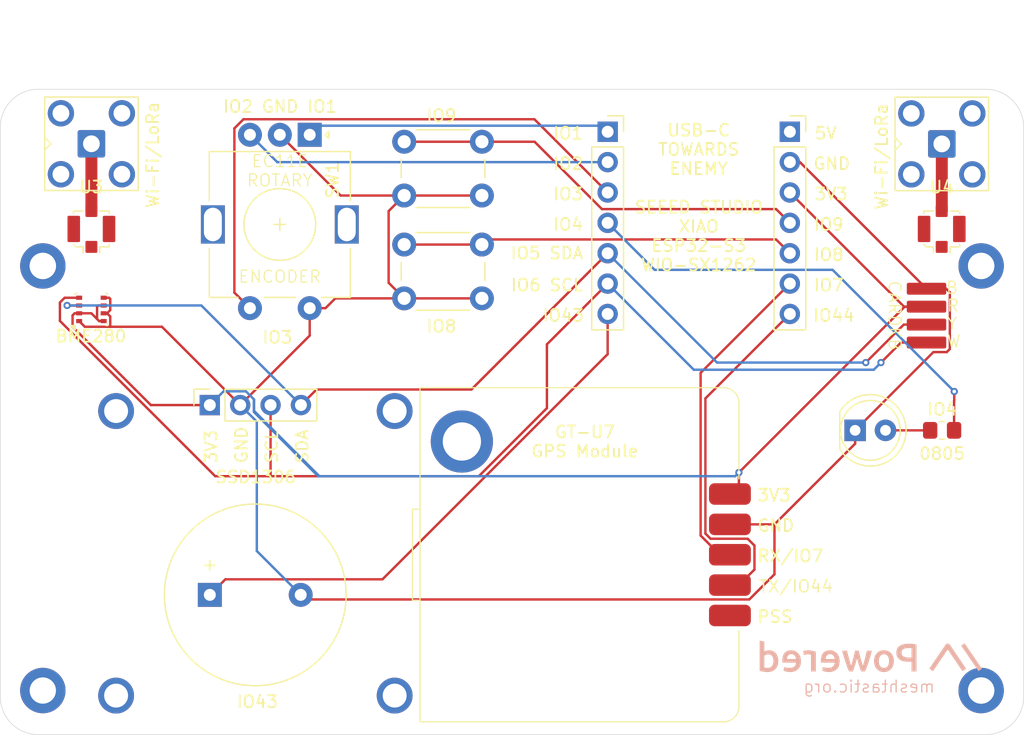
<source format=kicad_pcb>
(kicad_pcb (version 20241229) (generator "pcbnew") (generator_version "9.0")
  (layers (0 "F.Cu" signal) (2 "B.Cu" signal) (13 "F.Paste" user) (15 "B.Paste" user) (5 "F.SilkS" user "F.Silkscreen") (7 "B.SilkS" user "B.Silkscreen") (1 "F.Mask" user) (3 "B.Mask" user) (25 "Edge.Cuts" user))
  (net 0 "")
  (net 1 "+5V")
  (net 2 "GND")
  (net 3 "+3V3")
  (net 4 "GPIO6/SCL")
  (net 5 "GPIO5/SDA")
  (net 10 "GPIO9")
  (net 11 "GPIO8")
  (net 12 "GPIO44")
  (net 13 "GPIO7")
  (net 14 "GPIO43")
  (net 15 "GPIO4")
  (net 16 "GPIO3")
  (net 17 "GPIO2")
  (net 18 "GPIO1")
  (footprint "custom:cardkb-connector" (layer "F.Cu") (at 138.43 61.905 -90)
    (property "Reference" "REF**" (hide yes))
    (property "Value" "cardkb-connector" (hide yes))
  )
  (footprint "MountingHole:MountingHole_2.2mm_M2_DIN965_Pad_TopBottom" (layer "F.Cu") (at 64.516 60.5)
    (property "Reference" "REF**" (hide yes))
    (property "Value" "MountingHole_2.2mm_M2_DIN965_Pad_TopBottom" (hide yes))
  )
  (footprint "Connector_Coaxial:U.FL_Molex_MCRF_73412-0110_Vertical" (layer "F.Cu") (at 139.7 57.404 180)
    (property "Reference" "U4")
    (property "Value" "~")
  )
  (footprint "0.96-oled:OLED_SSD1306_I2C_0.96" (layer "F.Cu") (at 78.486 72.136)
    (property "Reference" "REF**" (hide yes))
    (property "Value" "OLED_SSD1306_I2C_0.96" (hide yes))
  )
  (footprint "Rotary_Encoder:RotaryEncoder_Alps_EC11E-Switch_Vertical_H20mm" (layer "F.Cu") (at 86.84 49.53 -90)
    (property "Reference" "SW1")
    (property "Value" "RotaryEncoder_Switch")
  )
  (footprint "" (layer "F.Cu") (at 64.516 60.5)
    (property "Reference" "")
    (property "Value" "")
  )
  (footprint "Resistor_SMD:R_0805_2012Metric_Pad1.20x1.40mm_HandSolder" (layer "F.Cu") (at 139.735 74.25 180)
    (property "Reference" "REF**" (hide yes))
    (property "Value" "R_0805_2012Metric_Pad1.20x1.40mm_HandSolder" (hide yes))
  )
  (footprint "gt-u7:GT-U7_SMT" (layer "F.Cu") (at 122.738 84.654 -90)
    (property "Reference" "REF**" (hide yes))
    (property "Value" "GT-U7_SMT")
  )
  (footprint "LED_THT:LED_D5.0mm" (layer "F.Cu") (at 132.46 74.25)
    (property "Reference" "REF**" (hide yes))
    (property "Value" "LED_D5.0mm" (hide yes))
  )
  (footprint "Connector_PinSocket_2.54mm:PinSocket_1x07_P2.54mm_Vertical" (layer "F.Cu") (at 127 49.276)
    (property "Reference" "REF**" (hide yes))
    (property "Value" "PinSocket_1x07_P2.54mm_Vertical" (hide yes))
  )
  (footprint "Connector_Coaxial:U.FL_Molex_MCRF_73412-0110_Vertical" (layer "F.Cu") (at 68.58 57.404 180)
    (property "Reference" "U3")
    (property "Value" "~")
  )
  (footprint "MountingHole:MountingHole_3.2mm_M3" (layer "F.Cu") (at 119.38 63.5)
    (property "Reference" "REF**" (hide yes))
    (property "Value" "MountingHole_3.2mm_M3" (hide yes))
  )
  (footprint "MountingHole:MountingHole_2.2mm_M2_DIN965_Pad_TopBottom" (layer "F.Cu") (at 143 60.5)
    (property "Reference" "REF**" (hide yes))
    (property "Value" "MountingHole_2.2mm_M2_DIN965_Pad_TopBottom" (hide yes))
  )
  (footprint "Buzzer_Beeper:Buzzer_15x7.5RM7.6" (layer "F.Cu") (at 78.486 88.011)
    (property "Reference" "REF**" (hide yes))
    (property "Value" "Buzzer_15x7.5RM7.6")
  )
  (footprint "Connector_PinSocket_2.54mm:PinSocket_1x07_P2.54mm_Vertical" (layer "F.Cu") (at 111.76 49.276)
    (property "Reference" "REF**" (hide yes))
    (property "Value" "PinSocket_1x07_P2.54mm_Vertical" (hide yes))
  )
  (footprint "Button_Switch_THT:SW_PUSH_6mm_H5mm" (layer "F.Cu") (at 94.742 58.71)
    (property "Reference" "REF**" (hide yes))
    (property "Value" "SW_PUSH_6mm_H5mm")
  )
  (footprint "MountingHole:MountingHole_2.2mm_M2_DIN965_Pad_TopBottom" (layer "F.Cu") (at 143 96.012)
    (property "Reference" "REF**" (hide yes))
    (property "Value" "MountingHole_2.2mm_M2_DIN965_Pad_TopBottom" (hide yes))
  )
  (footprint "MountingHole:MountingHole_2.2mm_M2_DIN965_Pad_TopBottom" (layer "F.Cu") (at 64.516 96.012)
    (property "Reference" "REF**" (hide yes))
    (property "Value" "MountingHole_2.2mm_M2_DIN965_Pad_TopBottom" (hide yes))
  )
  (footprint "Button_Switch_THT:SW_PUSH_6mm_H5mm" (layer "F.Cu") (at 94.742 50.11)
    (property "Reference" "REF**" (hide yes))
    (property "Value" "SW_PUSH_6mm_H5mm" (hide yes))
  )
  (footprint "" (layer "F.Cu") (at 143 96.012)
    (property "Reference" "")
    (property "Value" "")
  )
  (footprint "Package_LGA:Bosch_LGA-8_2.5x2.5mm_P0.65mm_ClockwisePinNumbering" (layer "F.Cu") (at 68.58 64.135 90)
    (property "Reference" "U5" (hide yes))
    (property "Value" "BME280")
  )
  (footprint "Connector_Coaxial:SMA_BAT_Wireless_BWSMA-KWE-Z001" (layer "F.Cu") (at 139.71 50.292)
    (property "Reference" "U2" (hide yes))
    (property "Value" "~")
  )
  (footprint "" (layer "F.Cu") (at 143 60.5)
    (property "Reference" "")
    (property "Value" "")
  )
  (footprint "Connector_Coaxial:SMA_BAT_Wireless_BWSMA-KWE-Z001" (layer "F.Cu") (at 68.58 50.28)
    (property "Reference" "U1" (hide yes))
    (property "Value" "~")
  )
  (gr_poly (pts (xy 124.474733 94.367945) (xy 124.504475 94.377445) (xy 124.536448 94.386796) (xy 124.570505 94.39585) (xy 124.606496 94.404457) (xy 124.644274 94.412469) (xy 124.683688 94.419737) (xy 124.724591 94.426112) (xy 124.766834 94.431445) (xy 124.814459 94.440375) (xy 124.862083 94.448114) (xy 124.909708 94.454662) (xy 124.957333 94.46002) (xy 125.004958 94.464187) (xy 125.052583 94.467164) (xy 125.100209 94.46895) (xy 125.147834 94.469545) (xy 125.173876 94.46925) (xy 125.199601 94.468379) (xy 125.224992 94.46695) (xy 125.250029 94.464981) (xy 125.274694 94.462491) (xy 125.298969 94.459499) (xy 125.346271 94.452082) (xy 125.391788 94.44288) (xy 125.435369 94.43204) (xy 125.476868 94.419712) (xy 125.516134 94.406045) (xy 125.55783 94.38692) (xy 125.597295 94.36735) (xy 125.616236 94.357257) (xy 125.634675 94.346886) (xy 125.652631 94.336179) (xy 125.670121 94.325082) (xy 125.687165 94.313539) (xy 125.703781 94.301493) (xy 125.719988 94.288889) (xy 125.735804 94.275671) (xy 125.751248 94.261784) (xy 125.766339 94.247171) (xy 125.781095 94.231776) (xy 125.795534 94.215545) (xy 125.80967 94.201105) (xy 125.823489 94.18635) (xy 125.836973 94.171259) (xy 125.850104 94.155815) (xy 125.862863 94.139999) (xy 125.875231 94.123792) (xy 125.88719 94.107176) (xy 125.898721 94.090132) (xy 125.909806 94.072642) (xy 125.920425 94.054687) (xy 125.930561 94.036247) (xy 125.940195 94.017306) (xy 125.949307 93.997844) (xy 125.957881 93.977842) (xy 125.965896 93.957282) (xy 125.973334 93.936145) (xy 125.987001 93.892687) (xy 125.999329 93.848039) (xy 126.010169 93.8022) (xy 126.019371 93.75517) (xy 126.023312 93.731209) (xy 126.026788 93.70695) (xy 126.02978 93.682393) (xy 126.03227 93.657539) (xy 126.034238 93.632387) (xy 126.035668 93.606937) (xy 126.036539 93.58119) (xy 126.036834 93.555145) (xy 126.036691 93.542445) (xy 125.617734 93.542445) (xy 125.617285 93.575336) (xy 125.615923 93.607334) (xy 125.613632 93.638439) (xy 125.610392 93.668651) (xy 125.606184 93.69797) (xy 125.600991 93.726397) (xy 125.594793 93.75393) (xy 125.587571 93.78057) (xy 125.579308 93.806317) (xy 125.569985 93.831172) (xy 125.559582 93.855133) (xy 125.548082 93.878201) (xy 125.535466 93.900377) (xy 125.521715 93.921659) (xy 125.50681 93.942048) (xy 125.490734 93.961545) (xy 125.476 93.98) (xy 125.460373 93.997264) (xy 125.443853 94.013337) (xy 125.42644 94.02822) (xy 125.408134 94.041912) (xy 125.388935 94.054414) (xy 125.368843 94.065725) (xy 125.347859 94.075845) (xy 125.325981 94.084775) (xy 125.30321 94.092514) (xy 125.279547 94.099062) (xy 125.25499 94.10442) (xy 125.22954 94.108587) (xy 125.203198 94.111564) (xy 125.175962 94.11335) (xy 125.147834 94.113945) (xy 125.102392 94.113747) (xy 125.081084 94.113275) (xy 125.060521 94.112358) (xy 125.040553 94.110844) (xy 125.021032 94.108587) (xy 125.011392 94.107133) (xy 125.001808 94.105437) (xy 124.992262 94.10348) (xy 124.982734 94.101245) (xy 124.947015 94.101046) (xy 124.930941 94.100575) (xy 124.916058 94.099657) (xy 124.909063 94.098985) (xy 124.902366 94.098144) (xy 124.895966 94.097118) (xy 124.889864 94.095887) (xy 124.88406 94.094433) (xy 124.878553 94.092737) (xy 124.873344 94.09078) (xy 124.868433 94.088545) (xy 124.868433 93.097945) (xy 124.883291 93.08842) (xy 124.899192 93.078895) (xy 124.915984 93.06937) (xy 124.933521 93.059845) (xy 124.951654 93.05032) (xy 124.970232 93.040795) (xy 125.008133 93.021745) (xy 125.055758 93.012419) (xy 125.079571 93.008127) (xy 125.103383 93.004283) (xy 125.127196 93.001033) (xy 125.151008 92.998528) (xy 125.174821 92.996915) (xy 125.186727 92.996491) (xy 125.198633 92.996345) (xy 125.226616 92.996937) (xy 125.253427 92.998701) (xy 125.279084 93.001619) (xy 125.303607 93.005672) (xy 125.327013 93.01084) (xy 125.349322 93.017107) (xy 125.370552 93.024452) (xy 125.390721 93.032858) (xy 125.409849 93.042305) (xy 125.427953 93.052776) (xy 125.445053 93.064251) (xy 125.461167 93.076712) (xy 125.476313 93.090141) (xy 125.490511 93.104518) (xy 125.503778 93.119826) (xy 125.516134 93.136045) (xy 125.529832 93.155538) (xy 125.542377 93.175906) (xy 125.553806 93.19713) (xy 125.564155 93.21919) (xy 125.573463 93.24207) (xy 125.581767 93.265749) (xy 125.589103 93.290209) (xy 125.595509 93.315433) (xy 125.601022 93.3414) (xy 125.605679 93.368093) (xy 125.609517 93.395493) (xy 125.612575 93.423581) (xy 125.614888 93.452339) (xy 125.616494 93.481748) (xy 125.61743 93.51179) (xy 125.617734 93.542445) (xy 126.036691 93.542445) (xy 126.036542 93.529243) (xy 126.035693 93.503899) (xy 126.034322 93.479075) (xy 126.032468 93.454736) (xy 126.027458 93.407359) (xy 126.020959 93.36147) (xy 126.013269 93.316772) (xy 126.004687 93.272967) (xy 125.986034 93.186845) (xy 125.971151 93.144603) (xy 125.955077 93.1037) (xy 125.937813 93.064285) (xy 125.928735 93.045182) (xy 125.919358 93.026508) (xy 125.909685 93.008279) (xy 125.899713 92.990516) (xy 125.889444 92.973236) (xy 125.878877 92.956459) (xy 125.868013 92.940203) (xy 125.856851 92.924486) (xy 125.845391 92.909327) (xy 125.833634 92.894745) (xy 125.821436 92.880609) (xy 125.80868 92.86679) (xy 125.795403 92.853306) (xy 125.781643 92.840175) (xy 125.767436 92.827416) (xy 125.75282 92.815048) (xy 125.737831 92.803089) (xy 125.722508 92.791558) (xy 125.706888 92.780473) (xy 125.691006 92.769853) (xy 125.674902 92.759718) (xy 125.658611 92.750084) (xy 125.642172 92.740971) (xy 125.625621 92.732398) (xy 125.608996 92.724383) (xy 125.592333 92.716945) (xy 125.573277 92.707718) (xy 125.554184 92.699086) (xy 125.535016 92.691049) (xy 125.515736 92.683608) (xy 125.496308 92.676761) (xy 125.476694 92.670511) (xy 125.456856 92.664855) (xy 125.436759 92.659795) (xy 125.416363 92.65533) (xy 125.395632 92.651461) (xy 125.37453 92.648186) (xy 125.353018 92.645508) (xy 125.33106 92.643424) (xy 125.308618 92.641936) (xy 125.285655 92.641043) (xy 125.262134 92.640745) (xy 125.229392 92.64134) (xy 125.19784 92.643126) (xy 125.167479 92.646103) (xy 125.152745 92.648038) (xy 125.138309 92.65027) (xy 125.12417 92.6528) (xy 125.110329 92.655628) (xy 125.096786 92.658753) (xy 125.08354 92.662176) (xy 125.070592 92.665897) (xy 125.057941 92.669915) (xy 125.045588 92.674231) (xy 125.033533 92.678845) (xy 125.021773 92.681372) (xy 125.010291 92.684178) (xy 124.99907 92.687245) (xy 124.988091 92.690553) (xy 124.977336 92.694084) (xy 124.966784 92.697821) (xy 124.946221 92.705833) (xy 124.926253 92.71444) (xy 124.906732 92.723493) (xy 124.868433 92.742345) (xy 124.868433 91.904145) (xy 124.474733 91.840645)) (stroke (width -0.000001)) (fill yes) (layer "B.SilkS"))
  (gr_poly (pts (xy 127.073921 92.641635) (xy 127.032419 92.644292) (xy 126.991848 92.648698) (xy 126.952226 92.654834) (xy 126.913571 92.662682) (xy 126.875902 92.672222) (xy 126.839238 92.683437) (xy 126.803596 92.696308) (xy 126.768997 92.710815) (xy 126.735458 92.726941) (xy 126.702998 92.744667) (xy 126.671635 92.763975) (xy 126.641389 92.784845) (xy 126.612278 92.807259) (xy 126.58432 92.831199) (xy 126.557534 92.856645) (xy 126.534465 92.88611) (xy 126.512885 92.917342) (xy 126.492793 92.950323) (xy 126.47419 92.985034) (xy 126.457075 93.021457) (xy 126.441448 93.059572) (xy 126.427309 93.099362) (xy 126.414659 93.140808) (xy 126.403497 93.18389) (xy 126.393823 93.228591) (xy 126.385637 93.274892) (xy 126.37894 93.322775) (xy 126.373731 93.37222) (xy 126.37001 93.423209) (xy 126.367778 93.475723) (xy 126.367034 93.529745) (xy 126.367034 93.605945) (xy 126.367034 93.682145) (xy 127.510033 93.682145) (xy 127.507348 93.707895) (xy 127.50403 93.732771) (xy 127.500043 93.756792) (xy 127.495349 93.779975) (xy 127.48991 93.802339) (xy 127.483691 93.823904) (xy 127.476652 93.844687) (xy 127.468758 93.864707) (xy 127.459971 93.883984) (xy 127.450254 93.902535) (xy 127.439569 93.920378) (xy 127.42788 93.937534) (xy 127.415149 93.95402) (xy 127.401339 93.969854) (xy 127.386413 93.985057) (xy 127.370333 93.999645) (xy 127.353218 94.013486) (xy 127.33521 94.026434) (xy 127.316309 94.038489) (xy 127.296514 94.049651) (xy 127.275827 94.05992) (xy 127.254247 94.069297) (xy 127.231774 94.07778) (xy 127.208408 94.08537) (xy 127.184149 94.092067) (xy 127.158997 94.097872) (xy 127.132952 94.102783) (xy 127.106014 94.106801) (xy 127.078184 94.109927) (xy 127.04946 94.112159) (xy 127.019843 94.113499) (xy 126.989333 94.113945) (xy 126.951829 94.113375) (xy 126.915515 94.111762) (xy 126.880391 94.109257) (xy 126.846459 94.106007) (xy 126.813716 94.102163) (xy 126.782165 94.097871) (xy 126.722634 94.088545) (xy 126.706263 94.086021) (xy 126.690487 94.083237) (xy 126.660721 94.077036) (xy 126.633337 94.070239) (xy 126.608333 94.063145) (xy 126.585712 94.056051) (xy 126.565471 94.049254) (xy 126.532134 94.037745) (xy 126.468633 94.355245) (xy 126.478728 94.360007) (xy 126.489866 94.36477) (xy 126.501896 94.369532) (xy 126.514671 94.374295) (xy 126.528041 94.379057) (xy 126.541857 94.38382) (xy 126.570234 94.393345) (xy 126.599007 94.40287) (xy 126.628971 94.412395) (xy 126.644771 94.417157) (xy 126.661316 94.42192) (xy 126.678754 94.426682) (xy 126.697234 94.431445) (xy 126.706762 94.433684) (xy 126.716309 94.435662) (xy 126.735532 94.438986) (xy 126.755053 94.441714) (xy 126.775021 94.444145) (xy 126.795584 94.446576) (xy 126.816891 94.449304) (xy 126.839092 94.452628) (xy 126.850573 94.454606) (xy 126.862334 94.456845) (xy 126.872005 94.456988) (xy 126.881954 94.457391) (xy 126.902617 94.458829) (xy 126.946471 94.463195) (xy 126.969366 94.465527) (xy 126.992707 94.467561) (xy 127.016346 94.468999) (xy 127.028231 94.469402) (xy 127.040134 94.469545) (xy 127.068414 94.469247) (xy 127.096118 94.468354) (xy 127.123263 94.466866) (xy 127.149869 94.464782) (xy 127.175955 94.462104) (xy 127.201537 94.458829) (xy 127.226637 94.45496) (xy 127.251271 94.450495) (xy 127.275458 94.445435) (xy 127.299218 94.439779) (xy 127.322569 94.433528) (xy 127.345529 94.426682) (xy 127.368117 94.419241) (xy 127.390351 94.411204) (xy 127.412251 94.402572) (xy 127.433834 94.393345) (xy 127.45497 94.385903) (xy 127.47553 94.377867) (xy 127.495532 94.369235) (xy 127.514994 94.360007) (xy 127.533936 94.350185) (xy 127.552375 94.339767) (xy 127.57033 94.328754) (xy 127.587821 94.317145) (xy 127.604865 94.304941) (xy 127.621481 94.292142) (xy 127.637687 94.278747) (xy 127.653503 94.264757) (xy 127.668947 94.250172) (xy 127.684038 94.234992) (xy 127.698794 94.219216) (xy 127.713233 94.202845) (xy 127.727226 94.188266) (xy 127.740642 94.173129) (xy 127.753501 94.157471) (xy 127.765819 94.141329) (xy 127.777617 94.124741) (xy 127.788912 94.107744) (xy 127.799724 94.090374) (xy 127.810071 94.07267) (xy 127.819971 94.054668) (xy 127.829443 94.036406) (xy 127.838506 94.01792) (xy 127.847179 93.999248) (xy 127.855479 93.980428) (xy 127.863425 93.961495) (xy 127.878333 93.923445) (xy 127.885182 93.902008) (xy 127.891455 93.880533) (xy 127.897169 93.858984) (xy 127.902344 93.837323) (xy 127.906998 93.815514) (xy 127.91115 93.793518) (xy 127.914818 93.771299) (xy 127.918021 93.74882) (xy 127.920777 93.726043) (xy 127.923106 93.702931) (xy 127.926554 93.655554) (xy 127.928514 93.606392) (xy 127.929134 93.555145) (xy 127.928839 93.526865) (xy 127.927968 93.499161) (xy 127.926539 93.472015) (xy 127.92457 93.445409) (xy 127.919088 93.393741) (xy 127.916643 93.377345) (xy 127.510033 93.377345) (xy 126.760733 93.377345) (xy 126.760879 93.36782) (xy 126.761304 93.358295) (xy 126.761989 93.34877) (xy 126.762916 93.339245) (xy 126.765422 93.320195) (xy 126.768671 93.301145) (xy 126.772516 93.282095) (xy 126.776807 93.263045) (xy 126.786133 93.224945) (xy 126.78866 93.215566) (xy 126.791466 93.206466) (xy 126.794533 93.197626) (xy 126.797841 93.189028) (xy 126.801373 93.180653) (xy 126.805109 93.172483) (xy 126.809031 93.164499) (xy 126.813121 93.156683) (xy 126.821728 93.141477) (xy 126.830781 93.126718) (xy 126.840133 93.112257) (xy 126.849633 93.097945) (xy 126.856777 93.090947) (xy 126.863921 93.084228) (xy 126.871065 93.077769) (xy 126.878208 93.071553) (xy 126.885352 93.065559) (xy 126.892496 93.059771) (xy 126.906784 93.048733) (xy 126.921071 93.03829) (xy 126.935358 93.028293) (xy 126.963933 93.009045) (xy 126.971365 93.004431) (xy 126.979337 93.000115) (xy 126.987792 92.996097) (xy 126.996675 92.992376) (xy 127.005931 92.988953) (xy 127.015502 92.985828) (xy 127.025334 92.983) (xy 127.035371 92.98047) (xy 127.045556 92.978238) (xy 127.055835 92.976303) (xy 127.066151 92.974666) (xy 127.076448 92.973326) (xy 127.08667 92.972284) (xy 127.096763 92.97154) (xy 127.106669 92.971094) (xy 127.116333 92.970945) (xy 127.128094 92.971094) (xy 127.139575 92.97154) (xy 127.150796 92.972284) (xy 127.161776 92.973326) (xy 127.172531 92.974666) (xy 127.183083 92.976303) (xy 127.193448 92.978238) (xy 127.203646 92.98047) (xy 127.213695 92.983) (xy 127.223614 92.985828) (xy 127.233421 92.988953) (xy 127.243135 92.992376) (xy 127.252775 92.996097) (xy 127.262359 93.000115) (xy 127.271906 93.004431) (xy 127.281434 93.009045) (xy 127.299888 93.018595) (xy 127.308669 93.023416) (xy 127.317152 93.028293) (xy 127.325338 93.033245) (xy 127.333225 93.03829) (xy 127.340816 93.043446) (xy 127.348108 93.048733) (xy 127.355103 93.054168) (xy 127.3618 93.059771) (xy 127.3682 93.065559) (xy 127.374302 93.071553) (xy 127.380107 93.077769) (xy 127.385613 93.084228) (xy 127.390823 93.090947) (xy 127.395734 93.097945) (xy 127.402729 93.105235) (xy 127.409426 93.112803) (xy 127.415826 93.120632) (xy 127.421928 93.128703) (xy 127.427732 93.136997) (xy 127.433238 93.145496) (xy 127.438447 93.15418) (xy 127.443359 93.163033) (xy 127.447972 93.172034) (xy 127.452288 93.181165) (xy 127.456307 93.190408) (xy 127.460027 93.199743) (xy 127.46345 93.209154) (xy 127.466576 93.21862) (xy 127.469403 93.228123) (xy 127.471933 93.237645) (xy 127.476547 93.244934) (xy 127.480863 93.252503) (xy 127.484881 93.260332) (xy 127.488602 93.268403) (xy 127.492025 93.276697) (xy 127.49515 93.285196) (xy 127.497978 93.29388) (xy 127.500508 93.302733) (xy 127.502741 93.311734) (xy 127.504675 93.320865) (xy 127.506312 93.330108) (xy 127.507652 93.339443) (xy 127.508694 93.348854) (xy 127.509438 93.35832) (xy 127.509884 93.367823) (xy 127.510033 93.377345) (xy 127.916643 93.377345) (xy 127.911671 93.344008) (xy 127.902468 93.29606) (xy 127.891628 93.24975) (xy 127.8793 93.204928) (xy 127.865633 93.161445) (xy 127.845988 93.119203) (xy 127.825152 93.0783) (xy 127.814288 93.058397) (xy 127.803126 93.038885) (xy 127.791666 93.019782) (xy 127.779909 93.001108) (xy 127.767854 92.982879) (xy 127.755501 92.965116) (xy 127.74285 92.947836) (xy 127.729902 92.931059) (xy 127.716657 92.914803) (xy 127.703113 92.899086) (xy 127.689272 92.883927) (xy 127.675133 92.869345) (xy 127.66084 92.855352) (xy 127.646509 92.841936) (xy 127.632104 92.829078) (xy 127.617587 92.816759) (xy 127.602921 92.804961) (xy 127.588069 92.793666) (xy 127.572994 92.782854) (xy 127.557658 92.772508) (xy 127.542025 92.762607) (xy 127.526057 92.753135) (xy 127.509717 92.744072) (xy 127.492968 92.7354) (xy 127.475772 92.7271) (xy 127.458093 92.719153) (xy 127.439892 92.711541) (xy 127.421134 92.704245) (xy 127.402223 92.69516) (xy 127.383555 92.686931) (xy 127.365072 92.679521) (xy 127.34672 92.672892) (xy 127.328442 92.667007) (xy 127.310182 92.661829) (xy 127.291886 92.657321) (xy 127.273496 92.653445) (xy 127.254958 92.650165) (xy 127.236215 92.647442) (xy 127.217211 92.645241) (xy 127.197891 92.643523) (xy 127.1782 92.642252) (xy 127.15808 92.64139) (xy 127.116333 92.640745)) (stroke (width -0.000001)) (fill yes) (layer "B.SilkS"))
  (gr_poly (pts (xy 128.483168 92.640888) (xy 128.478384 92.641291) (xy 128.473563 92.641917) (xy 128.468685 92.642729) (xy 128.458689 92.644763) (xy 128.448246 92.647095) (xy 128.437208 92.649427) (xy 128.431419 92.6505) (xy 128.425425 92.651461) (xy 128.419209 92.652273) (xy 128.41275 92.652899) (xy 128.406031 92.653302) (xy 128.399033 92.653445) (xy 128.385291 92.65347) (xy 128.372443 92.653644) (xy 128.360189 92.654115) (xy 128.354193 92.654509) (xy 128.348234 92.655033) (xy 128.342274 92.655705) (xy 128.336278 92.656546) (xy 128.330207 92.657572) (xy 128.324024 92.658803) (xy 128.317693 92.660257) (xy 128.311176 92.661953) (xy 128.304435 92.66391) (xy 128.297434 92.666145) (xy 128.290293 92.666291) (xy 128.283171 92.666716) (xy 128.276086 92.667401) (xy 128.269057 92.668328) (xy 128.262102 92.669478) (xy 128.25524 92.670833) (xy 128.24849 92.672374) (xy 128.241871 92.674083) (xy 128.2354 92.67594) (xy 128.229096 92.677927) (xy 128.222979 92.680026) (xy 128.217066 92.682218) (xy 128.205929 92.686807) (xy 128.195833 92.691545) (xy 128.188835 92.691688) (xy 128.182116 92.692091) (xy 128.175658 92.692717) (xy 128.169441 92.693529) (xy 128.163448 92.694491) (xy 128.157659 92.695563) (xy 128.146621 92.697895) (xy 128.136179 92.700227) (xy 128.126182 92.702261) (xy 128.121305 92.703073) (xy 128.116484 92.703699) (xy 128.1117 92.704102) (xy 128.106934 92.704245) (xy 128.183133 93.047145) (xy 128.212105 93.03762) (xy 128.227335 93.032858) (xy 128.243458 93.028095) (xy 128.260772 93.023333) (xy 128.279574 93.01857) (xy 128.300162 93.013808) (xy 128.322834 93.009045) (xy 128.33265 93.00681) (xy 128.343025 93.004853) (xy 128.35392 93.003157) (xy 128.365299 93.001703) (xy 128.389359 92.999446) (xy 128.414908 92.997932) (xy 128.441648 92.997015) (xy 128.46928 92.996543) (xy 128.526033 92.996345) (xy 128.556791 92.996543) (xy 128.573584 92.997015) (xy 128.591121 92.997932) (xy 128.609253 92.999446) (xy 128.618496 93.000472) (xy 128.627832 93.001703) (xy 128.637242 93.003157) (xy 128.646708 93.004853) (xy 128.656212 93.00681) (xy 128.665734 93.009045) (xy 128.675107 93.009191) (xy 128.684164 93.009616) (xy 128.692885 93.010301) (xy 128.701254 93.011228) (xy 128.70925 93.012378) (xy 128.716856 93.013733) (xy 128.724052 93.015274) (xy 128.730821 93.016983) (xy 128.737143 93.01884) (xy 128.743 93.020827) (xy 128.748373 93.022926) (xy 128.753244 93.025118) (xy 128.757594 93.027385) (xy 128.761405 93.029707) (xy 128.764657 93.032067) (xy 128.767333 93.034445) (xy 128.767333 94.418745) (xy 129.173734 94.418745) (xy 129.173734 92.767745) (xy 129.143993 92.75822) (xy 129.11202 92.748695) (xy 129.077963 92.73917) (xy 129.041971 92.729645) (xy 129.004194 92.72012) (xy 128.964779 92.710595) (xy 128.881633 92.691545) (xy 128.86005 92.684696) (xy 128.838151 92.678423) (xy 128.815916 92.672709) (xy 128.793329 92.667534) (xy 128.770369 92.66288) (xy 128.747018 92.658728) (xy 128.723259 92.65506) (xy 128.699071 92.651858) (xy 128.649338 92.646773) (xy 128.59767 92.643325) (xy 128.543918 92.641365) (xy 128.487934 92.640745)) (stroke (width -0.000001)) (fill yes) (layer "B.SilkS"))
  (gr_poly (pts (xy 136.885113 92.095386) (xy 136.825879 92.097597) (xy 136.768432 92.101259) (xy 136.71277 92.106353) (xy 136.658894 92.112861) (xy 136.606805 92.120764) (xy 136.556501 92.130045) (xy 136.507983 92.140683) (xy 136.461251 92.15266) (xy 136.416305 92.165959) (xy 136.373145 92.180559) (xy 136.33177 92.196444) (xy 136.292182 92.213593) (xy 136.25438 92.231989) (xy 136.218363 92.251612) (xy 136.184133 92.272445) (xy 136.166571 92.284537) (xy 136.149602 92.297002) (xy 136.133223 92.309838) (xy 136.117433 92.323047) (xy 136.102229 92.336627) (xy 136.087609 92.35058) (xy 136.07357 92.364905) (xy 136.060109 92.379601) (xy 136.047226 92.39467) (xy 136.034917 92.410111) (xy 136.02318 92.425924) (xy 136.012013 92.442109) (xy 136.001413 92.458666) (xy 135.991379 92.475595) (xy 135.981907 92.492897) (xy 135.972995 92.51057) (xy 135.964642 92.528615) (xy 135.956845 92.547033) (xy 135.9496 92.565823) (xy 135.942907 92.584984) (xy 135.931165 92.624424) (xy 135.9216 92.665351) (xy 135.914193 92.707767) (xy 135.908925 92.751672) (xy 135.905778 92.797064) (xy 135.904733 92.843945) (xy 135.905031 92.869844) (xy 135.905924 92.895167) (xy 135.907412 92.919931) (xy 135.909495 92.944156) (xy 135.912174 92.96786) (xy 135.915449 92.991062) (xy 135.919318 93.01378) (xy 135.923783 93.036033) (xy 135.928843 93.057839) (xy 135.934498 93.079218) (xy 135.940749 93.100187) (xy 135.947595 93.120765) (xy 135.955036 93.140972) (xy 135.963073 93.160825) (xy 135.971705 93.180343) (xy 135.980932 93.199545) (xy 136.000603 93.232808) (xy 136.010931 93.2493) (xy 136.021612 93.265625) (xy 136.032666 93.281726) (xy 136.04411 93.297548) (xy 136.055964 93.313036) (xy 136.068245 93.328133) (xy 136.080973 93.342783) (xy 136.094166 93.356931) (xy 136.107843 93.370521) (xy 136.122022 93.383497) (xy 136.136722 93.395803) (xy 136.151961 93.407384) (xy 136.167759 93.418183) (xy 136.184133 93.428145) (xy 136.222307 93.451337) (xy 136.260928 93.47319) (xy 136.280545 93.483568) (xy 136.300442 93.493555) (xy 136.320673 93.503133) (xy 136.341295 93.512283) (xy 136.362364 93.520986) (xy 136.383935 93.529224) (xy 136.406063 93.536979) (xy 136.428806 93.544231) (xy 136.452219 93.550962) (xy 136.476357 93.557154) (xy 136.501276 93.562788) (xy 136.527033 93.567845) (xy 136.575824 93.576775) (xy 136.626847 93.584514) (xy 136.679954 93.591062) (xy 136.734995 93.59642) (xy 136.791823 93.600587) (xy 136.850288 93.603564) (xy 136.91024 93.60535) (xy 136.971533 93.605945) (xy 137.174733 93.605945) (xy 137.174733 94.418745) (xy 137.593832 94.418745) (xy 137.593832 93.250345) (xy 137.174733 93.250345) (xy 136.971533 93.250345) (xy 136.90136 93.24913) (xy 136.834015 93.245384) (xy 136.801543 93.242516) (xy 136.769945 93.23896) (xy 136.739277 93.234696) (xy 136.709595 93.229708) (xy 136.680955 93.223975) (xy 136.653412 93.217479) (xy 136.627023 93.210202) (xy 136.601844 93.202125) (xy 136.577929 93.193229) (xy 136.555335 93.183496) (xy 136.534117 93.172908) (xy 136.514332 93.161445) (xy 136.503802 93.156533) (xy 136.493642 93.151322) (xy 136.483849 93.145808) (xy 136.474422 93.139989) (xy 136.465357 93.133863) (xy 136.456652 93.127429) (xy 136.448306 93.120682) (xy 136.440315 93.113622) (xy 136.432678 93.106245) (xy 136.425392 93.09855) (xy 136.418455 93.090534) (xy 136.411864 93.082194) (xy 136.405618 93.073529) (xy 136.399713 93.064536) (xy 136.394148 93.055213) (xy 136.38892 93.045558) (xy 136.384027 93.035567) (xy 136.379467 93.025239) (xy 136.375236 93.014572) (xy 136.371334 93.003563) (xy 136.367757 92.99221) (xy 136.364503 92.98051) (xy 136.36157 92.968462) (xy 136.358956 92.956062) (xy 136.356658 92.943309) (xy 136.354674 92.9302) (xy 136.353002 92.916733) (xy 136.351639 92.902906) (xy 136.349831 92.87416) (xy 136.349233 92.843945) (xy 136.349382 92.829806) (xy 136.349828 92.815965) (xy 136.350572 92.802422) (xy 136.351614 92.789176) (xy 136.352954 92.776228) (xy 136.354591 92.763578) (xy 136.356525 92.751225) (xy 136.358758 92.73917) (xy 136.361288 92.727413) (xy 136.364116 92.715953) (xy 136.367241 92.704791) (xy 136.370664 92.693926) (xy 136.374385 92.68336) (xy 136.378403 92.67309) (xy 136.382719 92.663119) (xy 136.387333 92.653445) (xy 136.394479 92.644069) (xy 136.401645 92.63499) (xy 136.408847 92.62621) (xy 136.416106 92.617726) (xy 136.423439 92.609541) (xy 136.430865 92.601653) (xy 136.438402 92.594063) (xy 136.44607 92.58677) (xy 136.453887 92.579775) (xy 136.461871 92.573078) (xy 136.470041 92.566678) (xy 136.478415 92.560576) (xy 136.487013 92.554772) (xy 136.495853 92.549265) (xy 136.504953 92.544056) (xy 136.514332 92.539145) (xy 136.533953 92.529645) (xy 136.554615 92.520294) (xy 136.576171 92.51124) (xy 136.59847 92.502633) (xy 136.621365 92.494621) (xy 136.644706 92.487353) (xy 136.656497 92.484045) (xy 136.668345 92.480978) (xy 136.680229 92.478172) (xy 136.692132 92.475645) (xy 136.720186 92.471453) (xy 136.747496 92.468303) (xy 136.774509 92.466046) (xy 136.80167 92.464533) (xy 136.829426 92.463615) (xy 136.858225 92.463144) (xy 136.920733 92.462945) (xy 137.174733 92.462945) (xy 137.174733 93.250345) (xy 137.593832 93.250345) (xy 137.593832 92.158145) (xy 137.576872 92.153528) (xy 137.559354 92.149191) (xy 137.522792 92.141278) (xy 137.484444 92.134258) (xy 137.444607 92.127983) (xy 137.40358 92.122302) (xy 137.361661 92.117069) (xy 137.276333 92.107345) (xy 137.229849 92.103153) (xy 137.185448 92.100003) (xy 137.142834 92.097746) (xy 137.101708 92.096233) (xy 137.022729 92.094844) (xy 136.946132 92.094645)) (stroke (width -0.000001)) (fill yes) (layer "B.SilkS"))
  (gr_poly (pts (xy 140.146532 92.094645) (xy 140.133832 92.094645) (xy 140.121132 92.094645) (xy 140.108432 92.107345) (xy 140.095732 92.107345) (xy 140.083032 92.120045) (xy 140.070332 92.132745) (xy 140.057632 92.132745) (xy 140.032232 92.158145) (xy 140.032232 92.170845) (xy 140.032208 92.174491) (xy 140.032149 92.175561) (xy 140.032099 92.175932) (xy 140.032034 92.176203) (xy 140.03195 92.176381) (xy 140.031845 92.176473) (xy 140.031717 92.176485) (xy 140.031563 92.176426) (xy 140.031381 92.176302) (xy 140.031169 92.176119) (xy 140.030645 92.175608) (xy 140.029972 92.174947) (xy 140.029132 92.174194) (xy 140.028643 92.1738) (xy 140.028106 92.173403) (xy 140.027517 92.173011) (xy 140.026875 92.172631) (xy 140.026177 92.172269) (xy 140.02542 92.171933) (xy 140.024604 92.17163) (xy 140.023724 92.171366) (xy 140.02278 92.171149) (xy 140.021768 92.170985) (xy 140.020686 92.170881) (xy 140.019532 92.170845) (xy 140.019532 92.183545) (xy 140.019532 92.196245) (xy 140.006832 92.196245) (xy 140.006832 92.208945) (xy 140.006807 92.213137) (xy 140.006748 92.214833) (xy 140.006634 92.216287) (xy 140.00655 92.216929) (xy 140.006445 92.217518) (xy 140.006316 92.218056) (xy 140.006162 92.218544) (xy 140.005981 92.218987) (xy 140.005769 92.219385) (xy 140.005524 92.219741) (xy 140.005245 92.220058) (xy 140.004928 92.220337) (xy 140.004572 92.220582) (xy 140.004174 92.220794) (xy 140.003732 92.220975) (xy 140.003243 92.221129) (xy 140.002705 92.221258) (xy 140.002117 92.221363) (xy 140.001474 92.221447) (xy 140.00002 92.221561) (xy 139.998324 92.22162) (xy 139.994132 92.221645) (xy 139.981432 92.234345) (xy 139.968732 92.247045) (xy 139.968732 92.259745) (xy 139.956032 92.272445) (xy 139.956032 92.285145) (xy 139.956007 92.289337) (xy 139.955949 92.291033) (xy 139.955834 92.292487) (xy 139.95575 92.293129) (xy 139.955645 92.293718) (xy 139.955516 92.294256) (xy 139.955363 92.294745) (xy 139.955181 92.295187) (xy 139.954969 92.295585) (xy 139.954724 92.295941) (xy 139.954445 92.296258) (xy 139.954128 92.296537) (xy 139.953772 92.296782) (xy 139.953374 92.296994) (xy 139.952932 92.297175) (xy 139.952443 92.297329) (xy 139.951905 92.297458) (xy 139.951317 92.297563) (xy 139.950675 92.297647) (xy 139.94922 92.297761) (xy 139.947524 92.29782) (xy 139.943332 92.297845) (xy 139.930632 92.310545) (xy 139.917932 92.323245) (xy 139.917932 92.335945) (xy 139.917907 92.339591) (xy 139.917849 92.340661) (xy 139.917799 92.341032) (xy 139.917734 92.341303) (xy 139.91765 92.341481) (xy 139.917545 92.341573) (xy 139.917416 92.341585) (xy 139.917262 92.341526) (xy 139.917081 92.341402) (xy 139.916869 92.341219) (xy 139.916345 92.340708) (xy 139.915672 92.340047) (xy 139.914832 92.339294) (xy 139.914343 92.3389) (xy 139.913805 92.338503) (xy 139.913217 92.338111) (xy 139.912574 92.337731) (xy 139.911876 92.337369) (xy 139.91112 92.337033) (xy 139.910304 92.33673) (xy 139.909424 92.336466) (xy 139.90848 92.336249) (xy 139.907468 92.336085) (xy 139.906386 92.335981) (xy 139.905232 92.335945) (xy 139.905232 92.348645) (xy 139.892532 92.361345) (xy 139.892532 92.374045) (xy 139.879832 92.386745) (xy 139.867132 92.399445) (xy 139.867168 92.400599) (xy 139.867272 92.401681) (xy 139.867436 92.402693) (xy 139.867653 92.403637) (xy 139.867917 92.404516) (xy 139.868221 92.405333) (xy 139.868557 92.406089) (xy 139.868918 92.406787) (xy 139.869298 92.407429) (xy 139.86969 92.408018) (xy 139.870087 92.408556) (xy 139.870481 92.409044) (xy 139.871234 92.409885) (xy 139.871895 92.410558) (xy 139.872406 92.411082) (xy 139.872589 92.411294) (xy 139.872713 92.411475) (xy 139.872773 92.411629) (xy 139.87276 92.411757) (xy 139.872668 92.411863) (xy 139.87249 92.411947) (xy 139.872219 92.412012) (xy 139.871848 92.412061) (xy 139.870779 92.41212) (xy 139.867132 92.412145) (xy 139.854432 92.412145) (xy 139.854432 92.424845) (xy 139.854408 92.429037) (xy 139.854349 92.430733) (xy 139.854234 92.432187) (xy 139.85415 92.43283) (xy 139.854045 92.433418) (xy 139.853917 92.433956) (xy 139.853763 92.434445) (xy 139.853581 92.434887) (xy 139.853369 92.435285) (xy 139.853124 92.435641) (xy 139.852845 92.435958) (xy 139.852528 92.436237) (xy 139.852172 92.436482) (xy 139.851774 92.436694) (xy 139.851332 92.436875) (xy 139.850843 92.437029) (xy 139.850306 92.437158) (xy 139.849717 92.437263) (xy 139.849075 92.437347) (xy 139.84762 92.437461) (xy 139.845924 92.43752) (xy 139.841732 92.437545) (xy 139.841732 92.450245) (xy 139.829032 92.450245) (xy 139.829032 92.462945) (xy 139.829032 92.475645) (xy 139.816332 92.475645) (xy 139.816332 92.488345) (xy 139.803632 92.488345) (xy 139.803632 92.501045) (xy 139.790932 92.513745) (xy 139.790932 92.526445) (xy 139.778232 92.526445) (xy 139.778268 92.527599) (xy 139.778372 92.528681) (xy 139.778536 92.529693) (xy 139.778753 92.530637) (xy 139.779017 92.531517) (xy 139.779321 92.532333) (xy 139.779657 92.533089) (xy 139.780018 92.533787) (xy 139.780398 92.534429) (xy 139.78079 92.535018) (xy 139.781187 92.535556) (xy 139.781581 92.536045) (xy 139.782334 92.536885) (xy 139.782995 92.537558) (xy 139.783506 92.538082) (xy 139.783689 92.538294) (xy 139.783813 92.538475) (xy 139.783873 92.538629) (xy 139.78386 92.538758) (xy 139.783768 92.538863) (xy 139.78359 92.538947) (xy 139.783319 92.539012) (xy 139.782948 92.539061) (xy 139.781879 92.53912) (xy 139.778232 92.539145) (xy 139.778232 92.551845) (xy 139.765532 92.551845) (xy 139.765532 92.564545) (xy 139.765508 92.568737) (xy 139.765449 92.570433) (xy 139.765334 92.571887) (xy 139.76525 92.572529) (xy 139.765145 92.573118) (xy 139.765017 92.573656) (xy 139.764863 92.574144) (xy 139.764681 92.574587) (xy 139.764469 92.574985) (xy 139.764224 92.575341) (xy 139.763945 92.575658) (xy 139.763628 92.575937) (xy 139.763272 92.576182) (xy 139.762874 92.576394) (xy 139.762432 92.576575) (xy 139.761943 92.576729) (xy 139.761406 92.576857) (xy 139.760817 92.576963) (xy 139.760175 92.577047) (xy 139.75872 92.577161) (xy 139.757024 92.57722) (xy 139.752832 92.577245) (xy 139.740132 92.589945) (xy 139.740132 92.602645) (xy 139.740107 92.606291) (xy 139.740049 92.607361) (xy 139.739999 92.607732) (xy 139.739934 92.608003) (xy 139.73985 92.608181) (xy 139.739745 92.608273) (xy 139.739616 92.608285) (xy 139.739463 92.608226) (xy 139.739281 92.608102) (xy 139.739069 92.607919) (xy 139.738545 92.607408) (xy 139.737872 92.606747) (xy 139.737032 92.605994) (xy 139.736543 92.6056) (xy 139.736005 92.605203) (xy 139.735417 92.604811) (xy 139.734774 92.604431) (xy 139.734076 92.604069) (xy 139.73332 92.603733) (xy 139.732504 92.60343) (xy 139.731624 92.603166) (xy 139.73068 92.602949) (xy 139.729668 92.602785) (xy 139.728586 92.602681) (xy 139.727432 92.602645) (xy 139.727432 92.615345) (xy 139.714732 92.628045) (xy 139.714732 92.640745) (xy 139.702032 92.653445) (xy 139.689332 92.666145) (xy 139.689332 92.678845) (xy 139.676632 92.678845) (xy 139.676632 92.691545) (xy 139.663933 92.704245) (xy 139.651232 92.716945) (xy 139.651232 92.729645) (xy 139.651232 92.742345) (xy 139.638532 92.742345) (xy 139.638532 92.755045) (xy 139.625832 92.755045) (xy 139.625832 92.767745) (xy 139.613132 92.780445) (xy 139.600432 92.793145) (xy 139.600468 92.794299) (xy 139.600572 92.795381) (xy 139.600736 92.796393) (xy 139.600953 92.797337) (xy 139.601217 92.798216) (xy 139.601521 92.799033) (xy 139.601857 92.799789) (xy 139.602218 92.800487) (xy 139.602598 92.801129) (xy 139.60299 92.801718) (xy 139.603387 92.802256) (xy 139.603781 92.802744) (xy 139.604534 92.803585) (xy 139.605195 92.804258) (xy 139.605706 92.804782) (xy 139.605889 92.804994) (xy 139.606013 92.805175) (xy 139.606073 92.805329) (xy 139.60606 92.805458) (xy 139.605968 92.805563) (xy 139.60579 92.805647) (xy 139.605519 92.805712) (xy 139.605148 92.805761) (xy 139.604079 92.80582) (xy 139.600432 92.805845) (xy 139.587732 92.805845) (xy 139.587732 92.818545) (xy 139.575033 92.818545) (xy 139.575033 92.831245) (xy 139.575033 92.843945) (xy 139.562332 92.856645) (xy 139.562307 92.860837) (xy 139.562249 92.862533) (xy 139.562134 92.863987) (xy 139.56205 92.864629) (xy 139.561945 92.865218) (xy 139.561816 92.865756) (xy 139.561663 92.866244) (xy 139.561481 92.866687) (xy 139.561269 92.867085) (xy 139.561024 92.867441) (xy 139.560745 92.867758) (xy 139.560428 92.868037) (xy 139.560072 92.868282) (xy 139.559674 92.868494) (xy 139.559232 92.868675) (xy 139.558743 92.868829) (xy 139.558205 92.868958) (xy 139.557617 92.869063) (xy 139.556974 92.869147) (xy 139.55552 92.869261) (xy 139.553824 92.86932) (xy 139.549632 92.869345) (xy 139.549632 92.882045) (xy 139.536932 92.882045) (xy 139.536932 92.894745) (xy 139.524232 92.907445) (xy 139.524232 92.920145) (xy 139.524207 92.924337) (xy 139.524148 92.926033) (xy 139.524034 92.927487) (xy 139.52395 92.928129) (xy 139.523845 92.928718) (xy 139.523716 92.929256) (xy 139.523562 92.929745) (xy 139.523381 92.930187) (xy 139.523169 92.930585) (xy 139.522924 92.930941) (xy 139.522645 92.931258) (xy 139.522328 92.931537) (xy 139.521972 92.931782) (xy 139.521574 92.931994) (xy 139.521132 92.932175) (xy 139.520643 92.932329) (xy 139.520105 92.932458) (xy 139.519517 92.932563) (xy 139.518874 92.932647) (xy 139.51742 92.932761) (xy 139.515724 92.93282) (xy 139.511532 92.932845) (xy 139.498832 92.945545) (xy 139.498832 92.958245) (xy 139.486133 92.958245) (xy 139.486133 92.970945) (xy 139.473432 92.983645) (xy 139.473432 92.996345) (xy 139.460732 92.996345) (xy 139.460732 93.009045) (xy 139.460708 93.012691) (xy 139.460649 93.013761) (xy 139.460599 93.014132) (xy 139.460534 93.014403) (xy 139.46045 93.014581) (xy 139.460345 93.014673) (xy 139.460217 93.014685) (xy 139.460063 93.014626) (xy 139.459881 93.014502) (xy 139.459669 93.014319) (xy 139.459145 93.013808) (xy 139.458472 93.013147) (xy 139.457632 93.012394) (xy 139.457143 93.012) (xy 139.456606 93.011603) (xy 139.456017 93.011211) (xy 139.455375 93.010831) (xy 139.454677 93.010469) (xy 139.45392 93.010133) (xy 139.453104 93.00983) (xy 139.452224 93.009566) (xy 139.45128 93.009349) (xy 139.450268 93.009185) (xy 139.449186 93.009081) (xy 139.448032 93.009045) (xy 139.448032 93.021745) (xy 139.448032 93.034445) (xy 139.435332 93.034445) (xy 139.435332 93.047145) (xy 139.422632 93.059845) (xy 139.422632 93.072545) (xy 139.409932 93.072545) (xy 139.409932 93.085245) (xy 139.409932 93.097945) (xy 139.397233 93.097945) (xy 139.397233 93.110645) (xy 139.384532 93.110645) (xy 139.384532 93.123345) (xy 139.384507 93.127537) (xy 139.384449 93.129233) (xy 139.384334 93.130687) (xy 139.38425 93.131329) (xy 139.384145 93.131918) (xy 139.384016 93.132456) (xy 139.383863 93.132944) (xy 139.383681 93.133387) (xy 139.383469 93.133785) (xy 139.383224 93.134141) (xy 139.382945 93.134458) (xy 139.382628 93.134737) (xy 139.382272 93.134982) (xy 139.381874 93.135194) (xy 139.381432 93.135375) (xy 139.380943 93.135529) (xy 139.380405 93.135658) (xy 139.379817 93.135763) (xy 139.379174 93.135847) (xy 139.37772 93.135961) (xy 139.376024 93.13602) (xy 139.371832 93.136045) (xy 139.371832 93.148745) (xy 139.359132 93.148745) (xy 139.359169 93.149899) (xy 139.359272 93.150981) (xy 139.359436 93.151992) (xy 139.359653 93.152937) (xy 139.359917 93.153816) (xy 139.360221 93.154633) (xy 139.360557 93.155389) (xy 139.360918 93.156087) (xy 139.361299 93.156729) (xy 139.36169 93.157318) (xy 139.362087 93.157856) (xy 139.362481 93.158344) (xy 139.363235 93.159185) (xy 139.363895 93.159858) (xy 139.364407 93.160382) (xy 139.364589 93.160594) (xy 139.364713 93.160775) (xy 139.364773 93.160929) (xy 139.36476 93.161057) (xy 139.364668 93.161163) (xy 139.36449 93.161247) (xy 139.364219 93.161312) (xy 139.363848 93.161361) (xy 139.362779 93.16142) (xy 139.359132 93.161445) (xy 139.346432 93.161445) (xy 139.346432 93.174145) (xy 139.333732 93.186845) (xy 139.333732 93.199545) (xy 139.333708 93.203737) (xy 139.333649 93.205433) (xy 139.333534 93.206887) (xy 139.33345 93.207529) (xy 139.333345 93.208118) (xy 139.333216 93.208656) (xy 139.333063 93.209144) (xy 139.332881 93.209587) (xy 139.332669 93.209985) (xy 139.332424 93.210341) (xy 139.332145 93.210658) (xy 139.331828 93.210937) (xy 139.331472 93.211182) (xy 139.331074 93.211394) (xy 139.330632 93.211575) (xy 139.330143 93.211729) (xy 139.329605 93.211857) (xy 139.329017 93.211962) (xy 139.328375 93.212047) (xy 139.32692 93.212161) (xy 139.325224 93.21222) (xy 139.321032 93.212245) (xy 139.308333 93.224945) (xy 139.308333 93.237645) (xy 139.295632 93.237645) (xy 139.295632 93.250345) (xy 139.295607 93.254537) (xy 139.295549 93.256233) (xy 139.295434 93.257687) (xy 139.29535 93.258329) (xy 139.295245 93.258918) (xy 139.295116 93.259456) (xy 139.294963 93.259944) (xy 139.294781 93.260387) (xy 139.294569 93.260785) (xy 139.294324 93.261141) (xy 139.294045 93.261457) (xy 139.293728 93.261737) (xy 139.293372 93.261981) (xy 139.292974 93.262193) (xy 139.292532 93.262375) (xy 139.292043 93.262529) (xy 139.291505 93.262657) (xy 139.290917 93.262762) (xy 139.290274 93.262847) (xy 139.28882 93.262961) (xy 139.287124 93.26302) (xy 139.282932 93.263045) (xy 139.270232 93.275745) (xy 139.270232 93.288445) (xy 139.257532 93.301145) (xy 139.257532 93.313845) (xy 139.244832 93.326545) (xy 139.232132 93.339245) (xy 139.232132 93.351945) (xy 139.219433 93.351945) (xy 139.219433 93.364645) (xy 139.206732 93.364645) (xy 139.206732 93.377345) (xy 139.194032 93.390045) (xy 139.194032 93.402745) (xy 139.181332 93.415445) (xy 139.181332 93.428145) (xy 139.168632 93.428145) (xy 139.168632 93.440845) (xy 139.155932 93.440845) (xy 139.155968 93.441999) (xy 139.156072 93.44308) (xy 139.156236 93.444092) (xy 139.156453 93.445037) (xy 139.156717 93.445916) (xy 139.157021 93.446733) (xy 139.157357 93.447489) (xy 139.157718 93.448187) (xy 139.158098 93.448829) (xy 139.15849 93.449418) (xy 139.158887 93.449956) (xy 139.159281 93.450444) (xy 139.160034 93.451285) (xy 139.160695 93.451957) (xy 139.161206 93.452482) (xy 139.161389 93.452694) (xy 139.161513 93.452875) (xy 139.161573 93.453029) (xy 139.16156 93.453157) (xy 139.161468 93.453262) (xy 139.16129 93.453347) (xy 139.161019 93.453412) (xy 139.160648 93.453461) (xy 139.159579 93.45352) (xy 139.155932 93.453545) (xy 139.155908 93.457737) (xy 139.155849 93.459433) (xy 139.155734 93.460887) (xy 139.15565 93.461529) (xy 139.155545 93.462118) (xy 139.155416 93.462656) (xy 139.155263 93.463144) (xy 139.155081 93.463587) (xy 139.154869 93.463985) (xy 139.154624 93.464341) (xy 139.154345 93.464658) (xy 139.154028 93.464937) (xy 139.153672 93.465182) (xy 139.153274 93.465394) (xy 139.152832 93.465575) (xy 139.152343 93.465729) (xy 139.151805 93.465858) (xy 139.151217 93.465963) (xy 139.150575 93.466047) (xy 139.14912 93.466161) (xy 139.147424 93.46622) (xy 139.143232 93.466245) (xy 139.143232 93.478945) (xy 139.143208 93.483137) (xy 139.143149 93.484833) (xy 139.143034 93.486287) (xy 139.14295 93.486929) (xy 139.142845 93.487518) (xy 139.142717 93.488056) (xy 139.142563 93.488544) (xy 139.142381 93.488987) (xy 139.142169 93.489385) (xy 139.141924 93.489741) (xy 139.141645 93.490058) (xy 139.141328 93.490337) (xy 139.140972 93.490582) (xy 139.140574 93.490794) (xy 139.140132 93.490975) (xy 139.139643 93.491129) (xy 139.139106 93.491257) (xy 139.138517 93.491363) (xy 139.137875 93.491447) (xy 139.136421 93.491561) (xy 139.134724 93.49162) (xy 139.130533 93.491645) (xy 139.130533 93.504345) (xy 139.117832 93.504345) (xy 139.117832 93.517045) (xy 139.117807 93.521237) (xy 139.117749 93.522933) (xy 139.117634 93.524387) (xy 139.11755 93.525029) (xy 139.117445 93.525618) (xy 139.117316 93.526156) (xy 139.117163 93.526644) (xy 139.116981 93.527087) (xy 139.116769 93.527485) (xy 139.116524 93.527841) (xy 139.116245 93.528157) (xy 139.115928 93.528437) (xy 139.115572 93.528681) (xy 139.115174 93.528893) (xy 139.114732 93.529075) (xy 139.114243 93.529229) (xy 139.113705 93.529357) (xy 139.113117 93.529462) (xy 139.112475 93.529546) (xy 139.11102 93.529661) (xy 139.109324 93.52972) (xy 139.105132 93.529745) (xy 139.092432 93.542445) (xy 139.079732 93.555145) (xy 139.079732 93.567845) (xy 139.079732 93.580545) (xy 139.067032 93.580545) (xy 139.067032 93.593245) (xy 139.067008 93.597437) (xy 139.066949 93.599133) (xy 139.066834 93.600587) (xy 139.06675 93.601229) (xy 139.066645 93.601818) (xy 139.066516 93.602356) (xy 139.066363 93.602844) (xy 139.066181 93.603287) (xy 139.065969 93.603685) (xy 139.065724 93.604041) (xy 139.065445 93.604358) (xy 139.065128 93.604637) (xy 139.064772 93.604882) (xy 139.064374 93.605094) (xy 139.063932 93.605275) (xy 139.063443 93.605429) (xy 139.062905 93.605557) (xy 139.062317 93.605662) (xy 139.061675 93.605747) (xy 139.06022 93.605861) (xy 139.058524 93.60592) (xy 139.054332 93.605945) (xy 139.041633 93.618645) (xy 139.028932 93.631345) (xy 139.028932 93.644045) (xy 139.028932 93.656745) (xy 139.016232 93.656745) (xy 139.016232 93.669445) (xy 139.003532 93.682145) (xy 138.990832 93.694845) (xy 138.978132 93.707545) (xy 138.978168 93.708699) (xy 138.978272 93.70978) (xy 138.978436 93.710792) (xy 138.978653 93.711737) (xy 138.978917 93.712616) (xy 138.979221 93.713433) (xy 138.979557 93.714189) (xy 138.979918 93.714887) (xy 138.980298 93.715529) (xy 138.98069 93.716118) (xy 138.981087 93.716656) (xy 138.981481 93.717144) (xy 138.982234 93.717985) (xy 138.982895 93.718657) (xy 138.983406 93.719181) (xy 138.983589 93.719393) (xy 138.983713 93.719575) (xy 138.983773 93.719729) (xy 138.98376 93.719857) (xy 138.983668 93.719962) (xy 138.98349 93.720047) (xy 138.983219 93.720112) (xy 138.982848 93.720161) (xy 138.981779 93.72022) (xy 138.978132 93.720245) (xy 138.965432 93.720245) (xy 138.965432 93.732945) (xy 138.952733 93.745645) (xy 138.952733 93.758345) (xy 138.940032 93.771045) (xy 138.940007 93.775237) (xy 138.939949 93.776933) (xy 138.939834 93.778387) (xy 138.93975 93.779029) (xy 138.939645 93.779618) (xy 138.939516 93.780156) (xy 138.939363 93.780644) (xy 138.939181 93.781087) (xy 138.938969 93.781485) (xy 138.938724 93.781841) (xy 138.938445 93.782158) (xy 138.938128 93.782437) (xy 138.937772 93.782682) (xy 138.937374 93.782894) (xy 138.936932 93.783075) (xy 138.936443 93.783229) (xy 138.935905 93.783357) (xy 138.935317 93.783462) (xy 138.934675 93.783547) (xy 138.93322 93.783661) (xy 138.931524 93.78372) (xy 138.927332 93.783745) (xy 138.927332 93.796445) (xy 138.914633 93.796445) (xy 138.914633 93.809145) (xy 138.901933 93.821845) (xy 138.901933 93.834545) (xy 138.889232 93.834545) (xy 138.8934 93.838737) (xy 138.895037 93.840433) (xy 138.896376 93.841887) (xy 138.897418 93.843118) (xy 138.897827 93.843656) (xy 138.898162 93.844144) (xy 138.898423 93.844587) (xy 138.898609 93.844985) (xy 138.89872 93.845341) (xy 138.898758 93.845658) (xy 138.89872 93.845937) (xy 138.898609 93.846182) (xy 138.898423 93.846394) (xy 138.898162 93.846575) (xy 138.897827 93.846729) (xy 138.897418 93.846857) (xy 138.896934 93.846962) (xy 138.896376 93.847047) (xy 138.895037 93.847161) (xy 138.8934 93.84722) (xy 138.889232 93.847245) (xy 138.889232 93.859945) (xy 138.876532 93.859945) (xy 138.876532 93.872645) (xy 138.876508 93.876837) (xy 138.876449 93.878533) (xy 138.876334 93.879987) (xy 138.87625 93.880629) (xy 138.876145 93.881218) (xy 138.876017 93.881756) (xy 138.875863 93.882244) (xy 138.875681 93.882687) (xy 138.875469 93.883085) (xy 138.875224 93.883441) (xy 138.874945 93.883757) (xy 138.874628 93.884037) (xy 138.874272 93.884281) (xy 138.873874 93.884493) (xy 138.873432 93.884675) (xy 138.872943 93.884829) (xy 138.872406 93.884957) (xy 138.871817 93.885062) (xy 138.871175 93.885146) (xy 138.869721 93.885261) (xy 138.868025 93.88532) (xy 138.863833 93.885345) (xy 138.851132 93.898045) (xy 138.851132 93.910745) (xy 138.851107 93.914391) (xy 138.851049 93.915461) (xy 138.850999 93.915832) (xy 138.850934 93.916103) (xy 138.85085 93.916281) (xy 138.850745 93.916372) (xy 138.850616 93.916385) (xy 138.850463 93.916326) (xy 138.850281 93.916202) (xy 138.850069 93.916019) (xy 138.849545 93.915507) (xy 138.848872 93.914847) (xy 138.848032 93.914094) (xy 138.847543 93.913699) (xy 138.847005 93.913303) (xy 138.846417 93.912911) (xy 138.845775 93.912531) (xy 138.845077 93.912169) (xy 138.84432 93.911833) (xy 138.843504 93.91153) (xy 138.842624 93.911266) (xy 138.84168 93.911048) (xy 138.840668 93.910884) (xy 138.839586 93.910781) (xy 138.838432 93.910745) (xy 138.838432 93.923445) (xy 138.838408 93.927637) (xy 138.838349 93.929333) (xy 138.838234 93.930787) (xy 138.83815 93.931429) (xy 138.838045 93.932018) (xy 138.837917 93.932556) (xy 138.837763 93.933044) (xy 138.837581 93.933487) (xy 138.837369 93.933885) (xy 138.837124 93.934241) (xy 138.836845 93.934558) (xy 138.836528 93.934837) (xy 138.836172 93.935082) (xy 138.835774 93.935294) (xy 138.835332 93.935475) (xy 138.834843 93.935629) (xy 138.834306 93.935757) (xy 138.833717 93.935862) (xy 138.833075 93.935947) (xy 138.83162 93.936061) (xy 138.829924 93.93612) (xy 138.825733 93.936145) (xy 138.825733 93.948845) (xy 138.813033 93.961545) (xy 138.800332 93.974245) (xy 138.800332 93.986945) (xy 138.787632 93.986945) (xy 138.787632 93.999645) (xy 138.774933 94.012345) (xy 138.762232 94.025045) (xy 138.762232 94.037745) (xy 138.762207 94.041937) (xy 138.762149 94.043633) (xy 138.762034 94.045087) (xy 138.76195 94.045729) (xy 138.761845 94.046318) (xy 138.761716 94.046856) (xy 138.761563 94.047344) (xy 138.761381 94.047787) (xy 138.761169 94.048185) (xy 138.760924 94.048541) (xy 138.760645 94.048857) (xy 138.760328 94.049137) (xy 138.759972 94.049381) (xy 138.759574 94.049593) (xy 138.759132 94.049775) (xy 138.758643 94.049929) (xy 138.758105 94.050057) (xy 138.757517 94.050162) (xy 138.756875 94.050247) (xy 138.75542 94.050361) (xy 138.753724 94.05042) (xy 138.749532 94.050445) (xy 138.749532 94.063145) (xy 138.736833 94.063145) (xy 138.736833 94.075845) (xy 138.724133 94.088545) (xy 138.711432 94.101245) (xy 138.7156 94.105437) (xy 138.717237 94.107133) (xy 138.718576 94.108587) (xy 138.719618 94.109818) (xy 138.720027 94.110356) (xy 138.720362 94.110844) (xy 138.720623 94.111287) (xy 138.720809 94.111685) (xy 138.72092 94.112041) (xy 138.720958 94.112358) (xy 138.72092 94.112637) (xy 138.720809 94.112882) (xy 138.720623 94.113094) (xy 138.720362 94.113275) (xy 138.720027 94.113429) (xy 138.719618 94.113557) (xy 138.719134 94.113662) (xy 138.718576 94.113747) (xy 138.717237 94.113861) (xy 138.7156 94.11392) (xy 138.711432 94.113945) (xy 138.698732 94.113945) (xy 138.698769 94.115099) (xy 138.698872 94.116181) (xy 138.699036 94.117192) (xy 138.699253 94.118137) (xy 138.699517 94.119016) (xy 138.699821 94.119833) (xy 138.700157 94.120589) (xy 138.700518 94.121287) (xy 138.700899 94.121929) (xy 138.70129 94.122518) (xy 138.701687 94.123056) (xy 138.702081 94.123544) (xy 138.702835 94.124385) (xy 138.703495 94.125057) (xy 138.704007 94.125581) (xy 138.704189 94.125793) (xy 138.704313 94.125975) (xy 138.704373 94.126129) (xy 138.70436 94.126257) (xy 138.704268 94.126362) (xy 138.70409 94.126446) (xy 138.703819 94.126512) (xy 138.703448 94.126561) (xy 138.702379 94.12662) (xy 138.698732 94.126645) (xy 138.686033 94.139345) (xy 138.686033 94.152045) (xy 138.673332 94.164745) (xy 138.673307 94.168937) (xy 138.673249 94.170633) (xy 138.673134 94.172087) (xy 138.67305 94.172729) (xy 138.672945 94.173318) (xy 138.672816 94.173856) (xy 138.672663 94.174344) (xy 138.672481 94.174787) (xy 138.672269 94.175185) (xy 138.672024 94.175541) (xy 138.671745 94.175857) (xy 138.671428 94.176137) (xy 138.671072 94.176381) (xy 138.670674 94.176593) (xy 138.670232 94.176775) (xy 138.669743 94.176929) (xy 138.669205 94.177057) (xy 138.668617 94.177162) (xy 138.667975 94.177246) (xy 138.66652 94.177361) (xy 138.664824 94.17742) (xy 138.660632 94.177445) (xy 138.66175 94.178599) (xy 138.662728 94.17968) (xy 138.663576 94.180692) (xy 138.664303 94.181637) (xy 138.664919 94.182516) (xy 138.665432 94.183333) (xy 138.665852 94.184089) (xy 138.666189 94.184787) (xy 138.666451 94.185429) (xy 138.666647 94.186018) (xy 138.666789 94.186556) (xy 138.666883 94.187044) (xy 138.66697 94.187885) (xy 138.666982 94.188557) (xy 138.666995 94.189081) (xy 138.667024 94.189293) (xy 138.667082 94.189475) (xy 138.667176 94.189629) (xy 138.667317 94.189757) (xy 138.667514 94.189862) (xy 138.667776 94.189946) (xy 138.668113 94.190012) (xy 138.668533 94.190061) (xy 138.669661 94.19012) (xy 138.673332 94.190145) (xy 138.677524 94.19017) (xy 138.67922 94.190229) (xy 138.680675 94.190343) (xy 138.681317 94.190427) (xy 138.681906 94.190533) (xy 138.682443 94.190661) (xy 138.682932 94.190815) (xy 138.683374 94.190996) (xy 138.683772 94.191208) (xy 138.684128 94.191453) (xy 138.684445 94.191732) (xy 138.684724 94.192049) (xy 138.684969 94.192405) (xy 138.685181 94.192803) (xy 138.685363 94.193246) (xy 138.685517 94.193734) (xy 138.685645 94.194272) (xy 138.68575 94.194861) (xy 138.685834 94.195503) (xy 138.685949 94.196957) (xy 138.686008 94.198653) (xy 138.686033 94.202845) (xy 138.698732 94.215545) (xy 138.699886 94.215509) (xy 138.700968 94.215405) (xy 138.70198 94.215241) (xy 138.702924 94.215024) (xy 138.703804 94.21476) (xy 138.70462 94.214457) (xy 138.705377 94.214121) (xy 138.706075 94.213759) (xy 138.706717 94.213379) (xy 138.707306 94.212987) (xy 138.707843 94.21259) (xy 138.708332 94.212196) (xy 138.709172 94.211443) (xy 138.709845 94.210782) (xy 138.710369 94.210271) (xy 138.710581 94.210088) (xy 138.710763 94.209964) (xy 138.710916 94.209905) (xy 138.711045 94.209917) (xy 138.71115 94.210009) (xy 138.711234 94.210187) (xy 138.711299 94.210458) (xy 138.711349 94.210829) (xy 138.711408 94.211899) (xy 138.711432 94.215545) (xy 138.724133 94.228245) (xy 138.736833 94.228245) (xy 138.736833 94.240945) (xy 138.749532 94.240945) (xy 138.762232 94.253645) (xy 138.774933 94.266345) (xy 138.787632 94.279045) (xy 138.788786 94.279009) (xy 138.789868 94.278905) (xy 138.79088 94.278741) (xy 138.791824 94.278524) (xy 138.792704 94.27826) (xy 138.79352 94.277957) (xy 138.794277 94.277621) (xy 138.794975 94.277259) (xy 138.795617 94.276879) (xy 138.796206 94.276487) (xy 138.796743 94.27609) (xy 138.797232 94.275696) (xy 138.798072 94.274943) (xy 138.798745 94.274282) (xy 138.799269 94.273771) (xy 138.799481 94.273588) (xy 138.799663 94.273464) (xy 138.799816 94.273405) (xy 138.799945 94.273417) (xy 138.80005 94.273509) (xy 138.800134 94.273687) (xy 138.800199 94.273958) (xy 138.800249 94.274329) (xy 138.800308 94.275399) (xy 138.800332 94.279045) (xy 138.800332 94.291745) (xy 138.813033 94.291745) (xy 138.825733 94.291745) (xy 138.825733 94.304445) (xy 138.838432 94.304445) (xy 138.851132 94.317145) (xy 138.855324 94.31717) (xy 138.85702 94.317229) (xy 138.858475 94.317343) (xy 138.859117 94.317428) (xy 138.859706 94.317533) (xy 138.860243 94.317661) (xy 138.860732 94.317815) (xy 138.861174 94.317996) (xy 138.861572 94.318208) (xy 138.861928 94.318453) (xy 138.862245 94.318732) (xy 138.862524 94.319049) (xy 138.862769 94.319405) (xy 138.862981 94.319803) (xy 138.863163 94.320246) (xy 138.863317 94.320734) (xy 138.863445 94.321272) (xy 138.86355 94.321861) (xy 138.863634 94.322503) (xy 138.863749 94.323957) (xy 138.863808 94.325653) (xy 138.863833 94.329845) (xy 138.876532 94.329845) (xy 138.876532 94.342545) (xy 138.889232 94.342545) (xy 138.893424 94.34257) (xy 138.89512 94.342629) (xy 138.896575 94.342743) (xy 138.897217 94.342827) (xy 138.897806 94.342933) (xy 138.898343 94.343061) (xy 138.898832 94.343215) (xy 138.899274 94.343396) (xy 138.899672 94.343608) (xy 138.900028 94.343853) (xy 138.900345 94.344132) (xy 138.900625 94.344449) (xy 138.900869 94.344805) (xy 138.901081 94.345203) (xy 138.901263 94.345646) (xy 138.901417 94.346134) (xy 138.901545 94.346672) (xy 138.90165 94.347261) (xy 138.901734 94.347903) (xy 138.901849 94.349357) (xy 138.901908 94.351053) (xy 138.901933 94.355245) (xy 138.914633 94.367945) (xy 138.927332 94.367945) (xy 138.927332 94.380645) (xy 138.940032 94.380645) (xy 138.952733 94.380645) (xy 138.952733 94.393345) (xy 138.965432 94.393345) (xy 138.978132 94.393345) (xy 138.978132 94.380645) (xy 138.990832 94.380645) (xy 138.990832 94.367945) (xy 138.990857 94.363753) (xy 138.990916 94.362057) (xy 138.991031 94.360603) (xy 138.991115 94.35996) (xy 138.99122 94.359372) (xy 138.991348 94.358834) (xy 138.991502 94.358345) (xy 138.991684 94.357903) (xy 138.991896 94.357505) (xy 138.99214 94.357149) (xy 138.99242 94.356832) (xy 138.992736 94.356553) (xy 138.993093 94.356308) (xy 138.993491 94.356096) (xy 138.993933 94.355915) (xy 138.994422 94.355761) (xy 138.994959 94.355632) (xy 138.995548 94.355527) (xy 138.99619 94.355443) (xy 138.997644 94.355329) (xy 138.99934 94.35527) (xy 139.003532 94.355245) (xy 139.003532 94.342545) (xy 139.016232 94.342545) (xy 139.016232 94.329845) (xy 139.016232 94.317145) (xy 139.028932 94.317145) (xy 139.028932 94.304445) (xy 139.028957 94.300253) (xy 139.029016 94.298557) (xy 139.029131 94.297103) (xy 139.029215 94.296461) (xy 139.02932 94.295872) (xy 139.029448 94.295334) (xy 139.029602 94.294846) (xy 139.029784 94.294403) (xy 139.029996 94.294005) (xy 139.03024 94.293649) (xy 139.03052 94.293332) (xy 139.030836 94.293053) (xy 139.031193 94.292808) (xy 139.031591 94.292596) (xy 139.032033 94.292415) (xy 139.032522 94.292261) (xy 139.033059 94.292133) (xy 139.033648 94.292028) (xy 139.03429 94.291943) (xy 139.035744 94.291829) (xy 139.03744 94.29177) (xy 139.041633 94.291745) (xy 139.054332 94.279045) (xy 139.054332 94.266345) (xy 139.067032 94.266345) (xy 139.066996 94.265191) (xy 139.066893 94.264109) (xy 139.066729 94.263097) (xy 139.066511 94.262153) (xy 139.066248 94.261273) (xy 139.065944 94.260457) (xy 139.065608 94.259701) (xy 139.065246 94.259003) (xy 139.064866 94.258361) (xy 139.064474 94.257772) (xy 139.064078 94.257234) (xy 139.063684 94.256746) (xy 139.06293 94.255905) (xy 139.06227 94.255232) (xy 139.061758 94.254708) (xy 139.061576 94.254496) (xy 139.061451 94.254315) (xy 139.061392 94.254161) (xy 139.061405 94.254033) (xy 139.061497 94.253927) (xy 139.061675 94.253843) (xy 139.061945 94.253778) (xy 139.062316 94.253729) (xy 139.063386 94.25367) (xy 139.067032 94.253645) (xy 139.067057 94.249453) (xy 139.067116 94.247757) (xy 139.067231 94.246303) (xy 139.067315 94.245661) (xy 139.06742 94.245072) (xy 139.067548 94.244534) (xy 139.067702 94.244045) (xy 139.067884 94.243603) (xy 139.068096 94.243205) (xy 139.06834 94.242849) (xy 139.06862 94.242532) (xy 139.068936 94.242253) (xy 139.069293 94.242008) (xy 139.069691 94.241796) (xy 139.070133 94.241615) (xy 139.070622 94.241461) (xy 139.071159 94.241332) (xy 139.071748 94.241227) (xy 139.07239 94.241143) (xy 139.073844 94.241029) (xy 139.07554 94.24097) (xy 139.079732 94.240945) (xy 139.079732 94.228245) (xy 139.092432 94.215545) (xy 139.105132 94.202845) (xy 139.105132 94.190145) (xy 139.105157 94.186499) (xy 139.105216 94.185429) (xy 139.105265 94.185058) (xy 139.105331 94.184787) (xy 139.105415 94.184609) (xy 139.10552 94.184517) (xy 139.105648 94.184505) (xy 139.105802 94.184564) (xy 139.105984 94.184688) (xy 139.106196 94.184871) (xy 139.10672 94.185382) (xy 139.107393 94.186043) (xy 139.108233 94.186796) (xy 139.108722 94.18719) (xy 139.109259 94.187587) (xy 139.109848 94.187979) (xy 139.11049 94.188359) (xy 139.111188 94.188721) (xy 139.111944 94.189057) (xy 139.112761 94.18936) (xy 139.11364 94.189624) (xy 139.114585 94.189841) (xy 139.115597 94.190005) (xy 139.116678 94.190109) (xy 139.117832 94.190145) (xy 139.117832 94.177445) (xy 139.130533 94.164745) (xy 139.143232 94.152045) (xy 139.143232 94.139345) (xy 139.143232 94.126645) (xy 139.155932 94.126645) (xy 139.155932 94.113945) (xy 139.168632 94.113945) (xy 139.168632 94.101245) (xy 139.181332 94.088545) (xy 139.194032 94.075845) (xy 139.194032 94.063145) (xy 139.206732 94.063145) (xy 139.206732 94.050445) (xy 139.219433 94.037745) (xy 139.219433 94.025045) (xy 139.232132 94.012345) (xy 139.244832 93.999645) (xy 139.244796 93.998491) (xy 139.244693 93.997409) (xy 139.244529 93.996397) (xy 139.244311 93.995453) (xy 139.244047 93.994574) (xy 139.243744 93.993757) (xy 139.243408 93.993001) (xy 139.243046 93.992303) (xy 139.242666 93.991661) (xy 139.242274 93.991072) (xy 139.241878 93.990534) (xy 139.241484 93.990046) (xy 139.24073 93.989205) (xy 139.24007 93.988532) (xy 139.239558 93.988008) (xy 139.239376 93.987796) (xy 139.239251 93.987615) (xy 139.239192 93.987461) (xy 139.239205 93.987333) (xy 139.239297 93.987228) (xy 139.239475 93.987143) (xy 139.239745 93.987078) (xy 139.240116 93.987029) (xy 139.241186 93.98697) (xy 139.244832 93.986945) (xy 139.257532 93.986945) (xy 139.257532 93.974245) (xy 139.257557 93.970053) (xy 139.257616 93.968357) (xy 139.257731 93.966903) (xy 139.257815 93.966261) (xy 139.25792 93.965672) (xy 139.258048 93.965134) (xy 139.258202 93.964646) (xy 139.258384 93.964203) (xy 139.258596 93.963805) (xy 139.25884 93.963449) (xy 139.25912 93.963132) (xy 139.259436 93.962853) (xy 139.259793 93.962608) (xy 139.260191 93.962396) (xy 139.260633 93.962215) (xy 139.261122 93.962061) (xy 139.261659 93.961933) (xy 139.262248 93.961828) (xy 139.26289 93.961743) (xy 139.264344 93.961629) (xy 139.26604 93.96157) (xy 139.270232 93.961545) (xy 139.282932 93.948845) (xy 139.282932 93.936145) (xy 139.295632 93.923445) (xy 139.295632 93.910745) (xy 139.308333 93.910745) (xy 139.308333 93.898045) (xy 139.321032 93.885345) (xy 139.333732 93.872645) (xy 139.329565 93.868453) (xy 139.327928 93.866757) (xy 139.326589 93.865303) (xy 139.325547 93.864072) (xy 139.325138 93.863534) (xy 139.324803 93.863046) (xy 139.324542 93.862603) (xy 139.324356 93.862205) (xy 139.324245 93.861849) (xy 139.324207 93.861532) (xy 139.324245 93.861253) (xy 139.324356 93.861008) (xy 139.324542 93.860796) (xy 139.324803 93.860615) (xy 139.325138 93.860461) (xy 139.325547 93.860333) (xy 139.326031 93.860227) (xy 139.326589 93.860143) (xy 139.327928 93.860029) (xy 139.329565 93.85997) (xy 139.333732 93.859945) (xy 139.346432 93.847245) (xy 139.346432 93.834545) (xy 139.346457 93.830899) (xy 139.346516 93.829829) (xy 139.346565 93.829458) (xy 139.346631 93.829187) (xy 139.346715 93.829009) (xy 139.34682 93.828917) (xy 139.346948 93.828905) (xy 139.347102 93.828964) (xy 139.347284 93.829088) (xy 139.347496 93.829271) (xy 139.34802 93.829782) (xy 139.348693 93.830443) (xy 139.349533 93.831196) (xy 139.350022 93.831591) (xy 139.350559 93.831987) (xy 139.351148 93.832379) (xy 139.35179 93.832759) (xy 139.352488 93.833121) (xy 139.353244 93.833457) (xy 139.354061 93.83376) (xy 139.35494 93.834024) (xy 139.355885 93.834241) (xy 139.356897 93.834405) (xy 139.357979 93.834509) (xy 139.359132 93.834545) (xy 139.359132 93.821845) (xy 139.371832 93.809145) (xy 139.371832 93.796445) (xy 139.384532 93.796445) (xy 139.384532 93.783745) (xy 139.397233 93.783745) (xy 139.393065 93.779553) (xy 139.391428 93.777857) (xy 139.390089 93.776403) (xy 139.389047 93.775172) (xy 139.388638 93.774634) (xy 139.388303 93.774146) (xy 139.388042 93.773703) (xy 139.387856 93.773305) (xy 139.387745 93.772949) (xy 139.387707 93.772632) (xy 139.387745 93.772353) (xy 139.387856 93.772108) (xy 139.388042 93.771896) (xy 139.388303 93.771715) (xy 139.388638 93.771561) (xy 139.389047 93.771433) (xy 139.389531 93.771327) (xy 139.390089 93.771243) (xy 139.391428 93.771129) (xy 139.393065 93.77107) (xy 139.397233 93.771045) (xy 139.397233 93.758345) (xy 139.409932 93.758345) (xy 139.409932 93.745645) (xy 139.409957 93.741453) (xy 139.410016 93.739757) (xy 139.410131 93.738303) (xy 139.410215 93.737661) (xy 139.41032 93.737072) (xy 139.410448 93.736534) (xy 139.410602 93.736046) (xy 139.410784 93.735603) (xy 139.410996 93.735205) (xy 139.41124 93.734849) (xy 139.41152 93.734533) (xy 139.411837 93.734253) (xy 139.412193 93.734009) (xy 139.412591 93.733797) (xy 139.413033 93.733615) (xy 139.413522 93.733461) (xy 139.414059 93.733333) (xy 139.414648 93.733228) (xy 139.41529 93.733144) (xy 139.416744 93.733029) (xy 139.41844 93.73297) (xy 139.422632 93.732945) (xy 139.422632 93.720245) (xy 139.435332 93.720245) (xy 139.435332 93.707545) (xy 139.448032 93.694845) (xy 139.460732 93.682145) (xy 139.460732 93.669445) (xy 139.460757 93.665253) (xy 139.460816 93.663557) (xy 139.460931 93.662103) (xy 139.461015 93.661461) (xy 139.46112 93.660872) (xy 139.461248 93.660334) (xy 139.461402 93.659846) (xy 139.461584 93.659403) (xy 139.461796 93.659005) (xy 139.46204 93.658649) (xy 139.46232 93.658332) (xy 139.462636 93.658053) (xy 139.462993 93.657808) (xy 139.463391 93.657596) (xy 139.463833 93.657415) (xy 139.464322 93.657261) (xy 139.464859 93.657133) (xy 139.465448 93.657028) (xy 139.46609 93.656943) (xy 139.467544 93.656829) (xy 139.46924 93.65677) (xy 139.473432 93.656745) (xy 139.473432 93.644045) (xy 139.486133 93.644045) (xy 139.486133 93.631345) (xy 139.498832 93.618645) (xy 139.511532 93.605945) (xy 139.511496 93.604791) (xy 139.511393 93.603709) (xy 139.511229 93.602698) (xy 139.511011 93.601753) (xy 139.510747 93.600874) (xy 139.510444 93.600057) (xy 139.510108 93.599301) (xy 139.509746 93.598603) (xy 139.509366 93.597961) (xy 139.508974 93.597372) (xy 139.508578 93.596834) (xy 139.508184 93.596346) (xy 139.50743 93.595505) (xy 139.50677 93.594832) (xy 139.506258 93.594308) (xy 139.506076 93.594096) (xy 139.505951 93.593915) (xy 139.505892 93.593761) (xy 139.505905 93.593633) (xy 139.505997 93.593527) (xy 139.506175 93.593443) (xy 139.506445 93.593378) (xy 139.506816 93.593329) (xy 139.507886 93.59327) (xy 139.511532 93.593245) (xy 139.524232 93.593245) (xy 139.524232 93.580545) (xy 139.536932 93.567845) (xy 139.536932 93.555145) (xy 139.549632 93.542445) (xy 139.562332 93.529745) (xy 139.575033 93.517045) (xy 139.575033 93.504345) (xy 139.587732 93.504345) (xy 139.587732 93.491645) (xy 139.587732 93.478945) (xy 139.600432 93.478945) (xy 139.600432 93.466245) (xy 139.613132 93.453545) (xy 139.613132 93.440845) (xy 139.625832 93.440845) (xy 139.625832 93.428145) (xy 139.638532 93.428145) (xy 139.638532 93.415445) (xy 139.638532 93.402745) (xy 139.651232 93.402745) (xy 139.651232 93.390045) (xy 139.651257 93.385853) (xy 139.651316 93.384157) (xy 139.651431 93.382703) (xy 139.651515 93.382061) (xy 139.65162 93.381472) (xy 139.651748 93.380934) (xy 139.651902 93.380446) (xy 139.652084 93.380003) (xy 139.652296 93.379605) (xy 139.65254 93.379249) (xy 139.65282 93.378933) (xy 139.653136 93.378653) (xy 139.653493 93.378409) (xy 139.653891 93.378197) (xy 139.654333 93.378015) (xy 139.654822 93.377861) (xy 139.655359 93.377733) (xy 139.655948 93.377628) (xy 139.65659 93.377544) (xy 139.658044 93.377429) (xy 139.65974 93.37737) (xy 139.663933 93.377345) (xy 139.663933 93.364645) (xy 139.676632 93.364645) (xy 139.676632 93.351945) (xy 139.676657 93.347753) (xy 139.676716 93.346057) (xy 139.676831 93.344603) (xy 139.676915 93.343961) (xy 139.67702 93.343372) (xy 139.677148 93.342834) (xy 139.677302 93.342346) (xy 139.677484 93.341903) (xy 139.677696 93.341505) (xy 139.67794 93.341149) (xy 139.67822 93.340833) (xy 139.678537 93.340553) (xy 139.678893 93.340309) (xy 139.679291 93.340097) (xy 139.679733 93.339915) (xy 139.680222 93.339761) (xy 139.680759 93.339633) (xy 139.681348 93.339528) (xy 139.68199 93.339443) (xy 139.683444 93.339329) (xy 139.68514 93.33927) (xy 139.689332 93.339245) (xy 139.689357 93.335053) (xy 139.689416 93.333357) (xy 139.689531 93.331903) (xy 139.689615 93.331261) (xy 139.68972 93.330672) (xy 139.689848 93.330134) (xy 139.690002 93.329646) (xy 139.690184 93.329203) (xy 139.690396 93.328805) (xy 139.69064 93.328449) (xy 139.69092 93.328132) (xy 139.691236 93.327853) (xy 139.691593 93.327608) (xy 139.691991 93.327396) (xy 139.692433 93.327215) (xy 139.692922 93.327061) (xy 139.693459 93.326933) (xy 139.694048 93.326828) (xy 139.69469 93.326743) (xy 139.696144 93.326629) (xy 139.69784 93.32657) (xy 139.702032 93.326545) (xy 139.702032 93.313845) (xy 139.714732 93.301145) (xy 139.714732 93.288445) (xy 139.727432 93.288445) (xy 139.727432 93.275745) (xy 139.727457 93.271553) (xy 139.727516 93.269857) (xy 139.727631 93.268403) (xy 139.727715 93.267761) (xy 139.72782 93.267172) (xy 139.727948 93.266634) (xy 139.728102 93.266146) (xy 139.728284 93.265703) (xy 139.728496 93.265305) (xy 139.72874 93.264949) (xy 139.72902 93.264632) (xy 139.729336 93.264353) (xy 139.729693 93.264108) (xy 139.730091 93.263896) (xy 139.730533 93.263715) (xy 139.731022 93.263561) (xy 139.731559 93.263433) (xy 139.732148 93.263327) (xy 139.73279 93.263243) (xy 139.734244 93.263129) (xy 139.73594 93.26307) (xy 139.740132 93.263045) (xy 139.752832 93.250345) (xy 139.765532 93.237645) (xy 139.765532 93.224945) (xy 139.765532 93.212245) (xy 139.765557 93.208599) (xy 139.765616 93.207529) (xy 139.765665 93.207158) (xy 139.765731 93.206887) (xy 139.765815 93.206709) (xy 139.76592 93.206617) (xy 139.766048 93.206605) (xy 139.766202 93.206664) (xy 139.766384 93.206788) (xy 139.766596 93.206971) (xy 139.76712 93.207483) (xy 139.767793 93.208143) (xy 139.768633 93.208896) (xy 139.769122 93.209291) (xy 139.769659 93.209687) (xy 139.770248 93.210079) (xy 139.77089 93.210459) (xy 139.771588 93.210821) (xy 139.772344 93.211157) (xy 139.773161 93.21146) (xy 139.77404 93.211724) (xy 139.774985 93.211942) (xy 139.775997 93.212105) (xy 139.777078 93.212209) (xy 139.778232 93.212245) (xy 139.778232 93.199545) (xy 139.790932 93.186845) (xy 139.803632 93.174145) (xy 139.816332 93.161445) (xy 139.816332 93.148745) (xy 139.816357 93.145099) (xy 139.816416 93.144029) (xy 139.816465 93.143658) (xy 139.816531 93.143387) (xy 139.816615 93.143209) (xy 139.81672 93.143117) (xy 139.816848 93.143105) (xy 139.817002 93.143164) (xy 139.817184 93.143288) (xy 139.817396 93.143471) (xy 139.81792 93.143983) (xy 139.818593 93.144643) (xy 139.819433 93.145396) (xy 139.819922 93.145791) (xy 139.820459 93.146187) (xy 139.821048 93.146579) (xy 139.82169 93.146959) (xy 139.822388 93.147321) (xy 139.823144 93.147657) (xy 139.823961 93.14796) (xy 139.82484 93.148224) (xy 139.825785 93.148442) (xy 139.826797 93.148605) (xy 139.827878 93.148709) (xy 139.829032 93.148745) (xy 139.829032 93.136045) (xy 139.841732 93.123345) (xy 139.841732 93.110645) (xy 139.854432 93.097945) (xy 139.867132 93.085245) (xy 139.867132 93.072545) (xy 139.879832 93.072545) (xy 139.879832 93.059845) (xy 139.879857 93.055653) (xy 139.879916 93.053957) (xy 139.880031 93.052503) (xy 139.880115 93.051861) (xy 139.88022 93.051272) (xy 139.880348 93.050734) (xy 139.880502 93.050246) (xy 139.880684 93.049803) (xy 139.880896 93.049405) (xy 139.88114 93.049049) (xy 139.88142 93.048733) (xy 139.881736 93.048453) (xy 139.882093 93.048209) (xy 139.882491 93.047997) (xy 139.882933 93.047815) (xy 139.883422 93.047661) (xy 139.883959 93.047533) (xy 139.884548 93.047428) (xy 139.88519 93.047344) (xy 139.886644 93.047229) (xy 139.88834 93.04717) (xy 139.892532 93.047145) (xy 139.892532 93.034445) (xy 139.905232 93.034445) (xy 139.905232 93.021745) (xy 139.905232 93.009045) (xy 139.917932 93.009045) (xy 139.917932 92.996345) (xy 139.917957 92.992153) (xy 139.918016 92.990457) (xy 139.918131 92.989003) (xy 139.918215 92.988361) (xy 139.91832 92.987772) (xy 139.918448 92.987234) (xy 139.918602 92.986746) (xy 139.918784 92.986303) (xy 139.918996 92.985905) (xy 139.91924 92.985549) (xy 139.91952 92.985233) (xy 139.919836 92.984953) (xy 139.920193 92.984709) (xy 139.920591 92.984497) (xy 139.921033 92.984315) (xy 139.921522 92.984161) (xy 139.922059 92.984033) (xy 139.922648 92.983928) (xy 139.92329 92.983844) (xy 139.924744 92.983729) (xy 139.92644 92.98367) (xy 139.930632 92.983645) (xy 139.943332 92.970945) (xy 139.943332 92.958245) (xy 139.956032 92.958245) (xy 139.955996 92.957091) (xy 139.955893 92.95601) (xy 139.955729 92.954998) (xy 139.955511 92.954053) (xy 139.955247 92.953174) (xy 139.954944 92.952357) (xy 139.954608 92.951601) (xy 139.954246 92.950903) (xy 139.953866 92.950261) (xy 139.953474 92.949672) (xy 139.953078 92.949134) (xy 139.952684 92.948646) (xy 139.95193 92.947805) (xy 139.95127 92.947133) (xy 139.950758 92.946609) (xy 139.950576 92.946397) (xy 139.950451 92.946215) (xy 139.950392 92.946061) (xy 139.950405 92.945933) (xy 139.950497 92.945828) (xy 139.950675 92.945743) (xy 139.950945 92.945678) (xy 139.951316 92.945629) (xy 139.952386 92.94557) (xy 139.956032 92.945545) (xy 139.956032 92.932845) (xy 139.968732 92.932845) (xy 139.968732 92.920145) (xy 139.968757 92.915953) (xy 139.968816 92.914257) (xy 139.968931 92.912803) (xy 139.969015 92.912161) (xy 139.96912 92.911572) (xy 139.969248 92.911034) (xy 139.969402 92.910546) (xy 139.969584 92.910103) (xy 139.969796 92.909705) (xy 139.97004 92.909349) (xy 139.97032 92.909032) (xy 139.970636 92.908753) (xy 139.970993 92.908508) (xy 139.971391 92.908296) (xy 139.971833 92.908115) (xy 139.972322 92.907961) (xy 139.972859 92.907833) (xy 139.973448 92.907728) (xy 139.97409 92.907643) (xy 139.975544 92.907529) (xy 139.97724 92.90747) (xy 139.981432 92.907445) (xy 139.994132 92.894745) (xy 139.994132 92.882045) (xy 139.994157 92.878399) (xy 139.994216 92.877329) (xy 139.994265 92.876958) (xy 139.994331 92.876687) (xy 139.994415 92.876509) (xy 139.99452 92.876417) (xy 139.994648 92.876405) (xy 139.994802 92.876464) (xy 139.994984 92.876588) (xy 139.995196 92.876771) (xy 139.99572 92.877283) (xy 139.996393 92.877943) (xy 139.997233 92.878696) (xy 139.997722 92.879091) (xy 139.998259 92.879487) (xy 139.998848 92.879879) (xy 139.99949 92.880259) (xy 140.000188 92.880621) (xy 140.000944 92.880957) (xy 140.001761 92.88126) (xy 140.00264 92.881524) (xy 140.003585 92.881742) (xy 140.004597 92.881905) (xy 140.005678 92.882009) (xy 140.006832 92.882045) (xy 140.006832 92.869345) (xy 140.019532 92.856645) (xy 140.019532 92.843945) (xy 140.032232 92.831245) (xy 140.032232 92.818545) (xy 140.044932 92.818545) (xy 140.044932 92.805845) (xy 140.044957 92.802199) (xy 140.045016 92.801129) (xy 140.045065 92.800758) (xy 140.045131 92.800487) (xy 140.045215 92.800309) (xy 140.04532 92.800218) (xy 140.045448 92.800205) (xy 140.045602 92.800264) (xy 140.045784 92.800388) (xy 140.045996 92.800571) (xy 140.04652 92.801083) (xy 140.047193 92.801743) (xy 140.048033 92.802496) (xy 140.048522 92.802891) (xy 140.049059 92.803287) (xy 140.049648 92.803679) (xy 140.05029 92.804059) (xy 140.050988 92.804421) (xy 140.051744 92.804757) (xy 140.052561 92.80506) (xy 140.05344 92.805324) (xy 140.054385 92.805542) (xy 140.055397 92.805706) (xy 140.056478 92.805809) (xy 140.057632 92.805845) (xy 140.057632 92.793145) (xy 140.070332 92.780445) (xy 140.083032 92.767745) (xy 140.083032 92.755045) (xy 140.083032 92.742345) (xy 140.095732 92.742345) (xy 140.095732 92.729645) (xy 140.108432 92.729645) (xy 140.108432 92.716945) (xy 140.121132 92.704245) (xy 140.133832 92.691545) (xy 140.133796 92.690391) (xy 140.133693 92.689309) (xy 140.133529 92.688298) (xy 140.133311 92.687353) (xy 140.133047 92.686474) (xy 140.132744 92.685657) (xy 140.132408 92.684901) (xy 140.132046 92.684203) (xy 140.131666 92.683561) (xy 140.131274 92.682972) (xy 140.130878 92.682434) (xy 140.130484 92.681946) (xy 140.12973 92.681105) (xy 140.12907 92.680433) (xy 140.128558 92.679909) (xy 140.128376 92.679697) (xy 140.128251 92.679515) (xy 140.128192 92.679361) (xy 140.128205 92.679233) (xy 140.128297 92.679128) (xy 140.128474 92.679043) (xy 140.128745 92.678978) (xy 140.129116 92.678929) (xy 140.130186 92.67887) (xy 140.133832 92.678845) (xy 140.146532 92.678845) (xy 140.146532 92.666145) (xy 140.146532 92.653445) (xy 140.159232 92.653445) (xy 140.159232 92.640745) (xy 140.171932 92.628045) (xy 140.184632 92.615345) (xy 140.184632 92.602645) (xy 140.197332 92.602645) (xy 140.197332 92.589945) (xy 140.210032 92.577245) (xy 140.210032 92.589945) (xy 140.210032 92.602645) (xy 140.222732 92.602645) (xy 140.222732 92.615345) (xy 140.235432 92.628045) (xy 140.248132 92.640745) (xy 140.248132 92.653445) (xy 140.260832 92.653445) (xy 140.260832 92.666145) (xy 140.273532 92.666145) (xy 140.273532 92.678845) (xy 140.273532 92.691545) (xy 140.286232 92.704245) (xy 140.298932 92.716945) (xy 140.302579 92.71697) (xy 140.303648 92.717029) (xy 140.304019 92.717078) (xy 140.30429 92.717144) (xy 140.304468 92.717228) (xy 140.30456 92.717333) (xy 140.304573 92.717461) (xy 140.304513 92.717615) (xy 140.304389 92.717797) (xy 140.304206 92.718009) (xy 140.303695 92.718533) (xy 140.303034 92.719205) (xy 140.302281 92.720046) (xy 140.301887 92.720534) (xy 140.30149 92.721072) (xy 140.301098 92.721661) (xy 140.300718 92.722303) (xy 140.300357 92.723001) (xy 140.300021 92.723757) (xy 140.299717 92.724574) (xy 140.299453 92.725453) (xy 140.299236 92.726398) (xy 140.299072 92.72741) (xy 140.298968 92.728491) (xy 140.298932 92.729645) (xy 140.311632 92.729645) (xy 140.311632 92.742345) (xy 140.324332 92.742345) (xy 140.324332 92.755045) (xy 140.337032 92.767745) (xy 140.337032 92.780445) (xy 140.349732 92.780445) (xy 140.349732 92.793145) (xy 140.349732 92.805845) (xy 140.350886 92.805809) (xy 140.351968 92.805706) (xy 140.35298 92.805542) (xy 140.353924 92.805324) (xy 140.354804 92.80506) (xy 140.35562 92.804757) (xy 140.356376 92.804421) (xy 140.357074 92.804059) (xy 140.357717 92.803679) (xy 140.358305 92.803287) (xy 140.358843 92.802891) (xy 140.359332 92.802496) (xy 140.360172 92.801743) (xy 140.360845 92.801083) (xy 140.361369 92.800571) (xy 140.361581 92.800388) (xy 140.361762 92.800264) (xy 140.361916 92.800205) (xy 140.362045 92.800218) (xy 140.36215 92.800309) (xy 140.362234 92.800487) (xy 140.362299 92.800758) (xy 140.362348 92.801129) (xy 140.362407 92.802199) (xy 140.362432 92.805845) (xy 140.362432 92.818545) (xy 140.375132 92.818545) (xy 140.375132 92.831245) (xy 140.387832 92.843945) (xy 140.387832 92.856645) (xy 140.400532 92.856645) (xy 140.400532 92.869345) (xy 140.400532 92.882045) (xy 140.413232 92.882045) (xy 140.413232 92.894745) (xy 140.417424 92.89477) (xy 140.41912 92.894829) (xy 140.420574 92.894944) (xy 140.421217 92.895028) (xy 140.421805 92.895133) (xy 140.422343 92.895261) (xy 140.422832 92.895415) (xy 140.423274 92.895597) (xy 140.423672 92.895809) (xy 140.424028 92.896053) (xy 140.424345 92.896333) (xy 140.424624 92.896649) (xy 140.424869 92.897005) (xy 140.425081 92.897403) (xy 140.425263 92.897846) (xy 140.425417 92.898334) (xy 140.425545 92.898872) (xy 140.42565 92.899461) (xy 140.425734 92.900103) (xy 140.425849 92.901557) (xy 140.425908 92.903253) (xy 140.425932 92.907445) (xy 140.425932 92.920145) (xy 140.438632 92.920145) (xy 140.438632 92.932845) (xy 140.451332 92.932845) (xy 140.451332 92.945545) (xy 140.464032 92.958245) (xy 140.464032 92.970945) (xy 140.476732 92.983645) (xy 140.476732 92.996345) (xy 140.489432 92.996345) (xy 140.489432 93.009045) (xy 140.502132 93.009045) (xy 140.502132 93.021745) (xy 140.514832 93.034445) (xy 140.514832 93.047145) (xy 140.527532 93.047145) (xy 140.527532 93.059845) (xy 140.527532 93.072545) (xy 140.540232 93.072545) (xy 140.540232 93.085245) (xy 140.552932 93.085245) (xy 140.552932 93.097945) (xy 140.565632 93.110645) (xy 140.565632 93.123345) (xy 140.578332 93.123345) (xy 140.578332 93.136045) (xy 140.578332 93.148745) (xy 140.591032 93.148745) (xy 140.591032 93.161445) (xy 140.603732 93.174145) (xy 140.616432 93.186845) (xy 140.629132 93.199545) (xy 140.629132 93.212245) (xy 140.641832 93.224945) (xy 140.641832 93.237645) (xy 140.654532 93.250345) (xy 140.667232 93.263045) (xy 140.679932 93.275745) (xy 140.679932 93.288445) (xy 140.692632 93.301145) (xy 140.705332 93.313845) (xy 140.705332 93.326545) (xy 140.706486 93.326509) (xy 140.707568 93.326405) (xy 140.70858 93.326241) (xy 140.709524 93.326024) (xy 140.710404 93.32576) (xy 140.71122 93.325457) (xy 140.711976 93.325121) (xy 140.712675 93.324759) (xy 140.713317 93.324379) (xy 140.713905 93.323987) (xy 140.714443 93.323591) (xy 140.714932 93.323196) (xy 140.715772 93.322443) (xy 140.716445 93.321783) (xy 140.716969 93.321271) (xy 140.717181 93.321088) (xy 140.717363 93.320964) (xy 140.717516 93.320905) (xy 140.717645 93.320917) (xy 140.71775 93.321009) (xy 140.717834 93.321187) (xy 140.717899 93.321458) (xy 140.717949 93.321829) (xy 140.718008 93.322899) (xy 140.718032 93.326545) (xy 140.718032 93.339245) (xy 140.718032 93.351945) (xy 140.730732 93.351945) (xy 140.730732 93.364645) (xy 140.743432 93.377345) (xy 140.756132 93.390045) (xy 140.756132 93.402745) (xy 140.757286 93.402709) (xy 140.758368 93.402606) (xy 140.75938 93.402442) (xy 140.760324 93.402224) (xy 140.761204 93.40196) (xy 140.76202 93.401657) (xy 140.762776 93.401321) (xy 140.763474 93.400959) (xy 140.764117 93.400579) (xy 140.764705 93.400187) (xy 140.765243 93.399791) (xy 140.765732 93.399396) (xy 140.766572 93.398643) (xy 140.767245 93.397983) (xy 140.767769 93.397471) (xy 140.767981 93.397288) (xy 140.768163 93.397164) (xy 140.768316 93.397105) (xy 140.768445 93.397117) (xy 140.76855 93.397209) (xy 140.768634 93.397387) (xy 140.768699 93.397658) (xy 140.768749 93.398029) (xy 140.768807 93.399099) (xy 140.768832 93.402745) (xy 140.768832 93.415445) (xy 140.781532 93.428145) (xy 140.781532 93.440845) (xy 140.794232 93.453545) (xy 140.806932 93.466245) (xy 140.806932 93.478945) (xy 140.808086 93.478909) (xy 140.809168 93.478805) (xy 140.81018 93.478642) (xy 140.811124 93.478424) (xy 140.812004 93.47816) (xy 140.81282 93.477857) (xy 140.813576 93.477521) (xy 140.814274 93.477159) (xy 140.814917 93.476779) (xy 140.815505 93.476387) (xy 140.816043 93.475991) (xy 140.816532 93.475596) (xy 140.817372 93.474843) (xy 140.818045 93.474183) (xy 140.818569 93.473671) (xy 140.818781 93.473488) (xy 140.818963 93.473364) (xy 140.819116 93.473305) (xy 140.819245 93.473317) (xy 140.81935 93.473409) (xy 140.819434 93.473587) (xy 140.819499 93.473858) (xy 140.819549 93.474229) (xy 140.819607 93.475299) (xy 140.819632 93.478945) (xy 140.819632 93.491645) (xy 140.832332 93.504345) (xy 140.832332 93.517045) (xy 140.845032 93.517045) (xy 140.845032 93.529745) (xy 140.849224 93.52977) (xy 140.85092 93.529829) (xy 140.852374 93.529943) (xy 140.853017 93.530027) (xy 140.853605 93.530132) (xy 140.854143 93.530261) (xy 140.854632 93.530415) (xy 140.855074 93.530596) (xy 140.855472 93.530808) (xy 140.855828 93.531053) (xy 140.856145 93.531332) (xy 140.856424 93.531649) (xy 140.856669 93.532005) (xy 140.856881 93.532403) (xy 140.857063 93.532846) (xy 140.857216 93.533334) (xy 140.857345 93.533872) (xy 140.85745 93.534461) (xy 140.857534 93.535103) (xy 140.857649 93.536557) (xy 140.857707 93.538253) (xy 140.857732 93.542445) (xy 140.857732 93.555145) (xy 140.870432 93.555145) (xy 140.870432 93.567845) (xy 140.883132 93.580545) (xy 140.883132 93.593245) (xy 140.895832 93.593245) (xy 140.895832 93.605945) (xy 140.895832 93.618645) (xy 140.900024 93.614478) (xy 140.90172 93.612841) (xy 140.903174 93.611501) (xy 140.904405 93.610459) (xy 140.904943 93.61005) (xy 140.905432 93.609715) (xy 140.905874 93.609455) (xy 140.906272 93.609269) (xy 140.906628 93.609157) (xy 140.906945 93.60912) (xy 140.907224 93.609157) (xy 140.907469 93.609269) (xy 140.907681 93.609455) (xy 140.907863 93.609715) (xy 140.908016 93.61005) (xy 140.908145 93.610459) (xy 140.90825 93.610943) (xy 140.908334 93.611501) (xy 140.908449 93.612841) (xy 140.908507 93.614478) (xy 140.908532 93.618645) (xy 140.908532 93.631345) (xy 140.921232 93.631345) (xy 140.921232 93.644045) (xy 140.933932 93.656745) (xy 140.933932 93.669445) (xy 140.946632 93.669445) (xy 140.946632 93.682145) (xy 140.959332 93.694845) (xy 140.963499 93.69487) (xy 140.965137 93.694929) (xy 140.966476 93.695043) (xy 140.967034 93.695128) (xy 140.967518 93.695233) (xy 140.967927 93.695361) (xy 140.968262 93.695515) (xy 140.968522 93.695697) (xy 140.968708 93.695909) (xy 140.96882 93.696153) (xy 140.968857 93.696433) (xy 140.96882 93.696749) (xy 140.968708 93.697105) (xy 140.968522 93.697503) (xy 140.968262 93.697946) (xy 140.967927 93.698434) (xy 140.967518 93.698972) (xy 140.966476 93.700203) (xy 140.965137 93.701657) (xy 140.963499 93.703353) (xy 140.959332 93.707545) (xy 140.972032 93.720245) (xy 140.984732 93.732945) (xy 140.984732 93.745645) (xy 140.985886 93.745609) (xy 140.986968 93.745505) (xy 140.98798 93.745341) (xy 140.988924 93.745124) (xy 140.989804 93.74486) (xy 140.99062 93.744557) (xy 140.991376 93.744221) (xy 140.992074 93.743859) (xy 140.992717 93.743479) (xy 140.993305 93.743087) (xy 140.993843 93.742691) (xy 140.994332 93.742296) (xy 140.995172 93.741543) (xy 140.995845 93.740883) (xy 140.996369 93.740371) (xy 140.996581 93.740188) (xy 140.996763 93.740064) (xy 140.996916 93.740005) (xy 140.997045 93.740017) (xy 140.99715 93.740109) (xy 140.997234 93.740287) (xy 140.997299 93.740558) (xy 140.997349 93.740929) (xy 140.997407 93.741999) (xy 140.997432 93.745645) (xy 140.997432 93.758345) (xy 141.010132 93.771045) (xy 141.014324 93.77107) (xy 141.01602 93.771129) (xy 141.017474 93.771243) (xy 141.018117 93.771327) (xy 141.018705 93.771433) (xy 141.019243 93.771561) (xy 141.019732 93.771715) (xy 141.020174 93.771896) (xy 141.020572 93.772108) (xy 141.020928 93.772353) (xy 141.021245 93.772632) (xy 141.021524 93.772949) (xy 141.021769 93.773305) (xy 141.021981 93.773703) (xy 141.022162 93.774146) (xy 141.022316 93.774634) (xy 141.022445 93.775172) (xy 141.02255 93.775761) (xy 141.022634 93.776403) (xy 141.022748 93.777857) (xy 141.022807 93.779553) (xy 141.022832 93.783745) (xy 141.022832 93.796445) (xy 141.035532 93.809145) (xy 141.035532 93.821845) (xy 141.048232 93.821845) (xy 141.048232 93.834545) (xy 141.060932 93.847245) (xy 141.065124 93.84727) (xy 141.06682 93.847329) (xy 141.068274 93.847443) (xy 141.068917 93.847528) (xy 141.069505 93.847633) (xy 141.070043 93.847761) (xy 141.070532 93.847915) (xy 141.070974 93.848097) (xy 141.071372 93.848309) (xy 141.071728 93.848553) (xy 141.072045 93.848833) (xy 141.072324 93.849149) (xy 141.072569 93.849505) (xy 141.072781 93.849903) (xy 141.072963 93.850346) (xy 141.073116 93.850834) (xy 141.073245 93.851372) (xy 141.07335 93.851961) (xy 141.073434 93.852603) (xy 141.073549 93.854057) (xy 141.073608 93.855753) (xy 141.073632 93.859945) (xy 141.073632 93.872645) (xy 141.086332 93.872645) (xy 141.086332 93.885345) (xy 141.086332 93.898045) (xy 141.099032 93.898045) (xy 141.099032 93.910745) (xy 141.111732 93.923445) (xy 141.111732 93.936145) (xy 141.112886 93.936109) (xy 141.113968 93.936006) (xy 141.11498 93.935842) (xy 141.115924 93.935624) (xy 141.116804 93.93536) (xy 141.11762 93.935057) (xy 141.118376 93.934721) (xy 141.119074 93.934359) (xy 141.119717 93.933979) (xy 141.120305 93.933587) (xy 141.120843 93.933191) (xy 141.121332 93.932796) (xy 141.122172 93.932043) (xy 141.122845 93.931382) (xy 141.123369 93.930871) (xy 141.123581 93.930688) (xy 141.123763 93.930564) (xy 141.123916 93.930505) (xy 141.124045 93.930517) (xy 141.12415 93.930609) (xy 141.124234 93.930787) (xy 141.124299 93.931058) (xy 141.124349 93.931429) (xy 141.124407 93.932499) (xy 141.124432 93.936145) (xy 141.124432 93.948845) (xy 141.137132 93.948845) (xy 141.137132 93.961545) (xy 141.149832 93.974245) (xy 141.153479 93.97427) (xy 141.154548 93.974329) (xy 141.154919 93.974378) (xy 141.15519 93.974443) (xy 141.155368 93.974527) (xy 141.15546 93.974632) (xy 141.155473 93.974761) (xy 141.155413 93.974915) (xy 141.155289 93.975096) (xy 141.155106 93.975308) (xy 141.154595 93.975832) (xy 141.153934 93.976505) (xy 141.153181 93.977345) (xy 141.152787 93.977834) (xy 141.15239 93.978372) (xy 141.151998 93.978961) (xy 141.151618 93.979603) (xy 141.151257 93.980301) (xy 141.150921 93.981057) (xy 141.150617 93.981874) (xy 141.150353 93.982753) (xy 141.150136 93.983697) (xy 141.149972 93.984709) (xy 141.149868 93.985791) (xy 141.149832 93.986945) (xy 141.162532 93.999645) (xy 141.175232 94.012345) (xy 141.175232 94.025045) (xy 141.187932 94.025045) (xy 141.187932 94.037745) (xy 141.200632 94.050445) (xy 141.204824 94.05047) (xy 141.20652 94.050529) (xy 141.207974 94.050643) (xy 141.208617 94.050728) (xy 141.209205 94.050833) (xy 141.209743 94.050961) (xy 141.210232 94.051115) (xy 141.210674 94.051296) (xy 141.211072 94.051508) (xy 141.211428 94.051753) (xy 141.211745 94.052032) (xy 141.212024 94.052349) (xy 141.212269 94.052705) (xy 141.212481 94.053103) (xy 141.212663 94.053546) (xy 141.212816 94.054034) (xy 141.212945 94.054572) (xy 141.21305 94.055161) (xy 141.213134 94.055803) (xy 141.213249 94.057257) (xy 141.213307 94.058953) (xy 141.213332 94.063145) (xy 141.213332 94.075845) (xy 141.226032 94.088545) (xy 141.226032 94.101245) (xy 141.238732 94.113945) (xy 141.251432 94.126645) (xy 141.255624 94.12667) (xy 141.25732 94.126729) (xy 141.258774 94.126843) (xy 141.259417 94.126927) (xy 141.260005 94.127032) (xy 141.260543 94.127161) (xy 141.261032 94.127315) (xy 141.261474 94.127496) (xy 141.261872 94.127708) (xy 141.262228 94.127953) (xy 141.262545 94.128232) (xy 141.262824 94.128549) (xy 141.263069 94.128905) (xy 141.263281 94.129303) (xy 141.263462 94.129746) (xy 141.263616 94.130234) (xy 141.263745 94.130772) (xy 141.26385 94.131361) (xy 141.263934 94.132003) (xy 141.264048 94.133457) (xy 141.264107 94.135153) (xy 141.264132 94.139345) (xy 141.264132 94.152045) (xy 141.276832 94.152045) (xy 141.276832 94.164745) (xy 141.289532 94.177445) (xy 141.289532 94.190145) (xy 141.302232 94.202845) (xy 141.302232 94.215545) (xy 141.306424 94.211378) (xy 141.30812 94.209741) (xy 141.309574 94.208401) (xy 141.310805 94.207359) (xy 141.311343 94.20695) (xy 141.311832 94.206615) (xy 141.312274 94.206355) (xy 141.312672 94.206169) (xy 141.313028 94.206057) (xy 141.313345 94.20602) (xy 141.313624 94.206057) (xy 141.313869 94.206169) (xy 141.314081 94.206355) (xy 141.314262 94.206615) (xy 141.314416 94.20695) (xy 141.314545 94.207359) (xy 141.31465 94.207843) (xy 141.314734 94.208401) (xy 141.314848 94.209741) (xy 141.314907 94.211378) (xy 141.314932 94.215545) (xy 141.314932 94.228245) (xy 141.327632 94.228245) (xy 141.327632 94.240945) (xy 141.340332 94.253645) (xy 141.340332 94.266345) (xy 141.353032 94.279045) (xy 141.353032 94.291745) (xy 141.357224 94.287578) (xy 141.35892 94.285941) (xy 141.360374 94.284601) (xy 141.361605 94.283559) (xy 141.362143 94.28315) (xy 141.362632 94.282815) (xy 141.363074 94.282555) (xy 141.363472 94.282369) (xy 141.363828 94.282257) (xy 141.364145 94.28222) (xy 141.364424 94.282257) (xy 141.364669 94.282369) (xy 141.364881 94.282555) (xy 141.365063 94.282815) (xy 141.365216 94.28315) (xy 141.365345 94.283559) (xy 141.36545 94.284043) (xy 141.365534 94.284601) (xy 141.365649 94.285941) (xy 141.365707 94.287578) (xy 141.365732 94.291745) (xy 141.369379 94.29177) (xy 141.370448 94.291829) (xy 141.370819 94.291878) (xy 141.37109 94.291943) (xy 141.371268 94.292028) (xy 141.37136 94.292133) (xy 141.371373 94.292261) (xy 141.371313 94.292415) (xy 141.371189 94.292596) (xy 141.371006 94.292808) (xy 141.370495 94.293332) (xy 141.369834 94.294005) (xy 141.369081 94.294846) (xy 141.368687 94.295334) (xy 141.36829 94.295872) (xy 141.367898 94.296461) (xy 141.367518 94.297103) (xy 141.367157 94.297801) (xy 141.366821 94.298557) (xy 141.366517 94.299374) (xy 141.366253 94.300253) (xy 141.366036 94.301197) (xy 141.365872 94.302209) (xy 141.365768 94.303291) (xy 141.365732 94.304445) (xy 141.378432 94.317145) (xy 141.391132 94.329845) (xy 141.391132 94.342545) (xy 141.403832 94.342545) (xy 141.403832 94.355245) (xy 141.416532 94.367945) (xy 141.416532 94.380645) (xy 141.429232 94.393345) (xy 141.441932 94.393345) (xy 141.454632 94.393345) (xy 141.467332 94.380645) (xy 141.467357 94.376478) (xy 141.467416 94.374841) (xy 141.467531 94.373501) (xy 141.467615 94.372943) (xy 141.46772 94.372459) (xy 141.467848 94.37205) (xy 141.468002 94.371715) (xy 141.468184 94.371455) (xy 141.468396 94.371269) (xy 141.46864 94.371157) (xy 141.46892 94.37112) (xy 141.469236 94.371157) (xy 141.469593 94.371269) (xy 141.469991 94.371455) (xy 141.470433 94.371715) (xy 141.470922 94.37205) (xy 141.471459 94.372459) (xy 141.47269 94.373501) (xy 141.474144 94.374841) (xy 141.47584 94.376478) (xy 141.480032 94.380645) (xy 141.480032 94.367945) (xy 141.492732 94.367945) (xy 141.492757 94.363753) (xy 141.492816 94.362057) (xy 141.492931 94.360603) (xy 141.493015 94.35996) (xy 141.49312 94.359372) (xy 141.493248 94.358834) (xy 141.493402 94.358345) (xy 141.493584 94.357903) (xy 141.493796 94.357505) (xy 141.49404 94.357149) (xy 141.49432 94.356832) (xy 141.494636 94.356553) (xy 141.494992 94.356308) (xy 141.495391 94.356096) (xy 141.495833 94.355915) (xy 141.496321 94.355761) (xy 141.496859 94.355632) (xy 141.497448 94.355527) (xy 141.49809 94.355443) (xy 141.499544 94.355329) (xy 141.50124 94.35527) (xy 141.505432 94.355245) (xy 141.505457 94.351599) (xy 141.505516 94.350529) (xy 141.505565 94.350158) (xy 141.505631 94.349887) (xy 141.505715 94.349709) (xy 141.50582 94.349617) (xy 141.505948 94.349605) (xy 141.506102 94.349664) (xy 141.506284 94.349788) (xy 141.506496 94.349971) (xy 141.50702 94.350482) (xy 141.507693 94.351143) (xy 141.508533 94.351896) (xy 141.509022 94.35229) (xy 141.509559 94.352687) (xy 141.510148 94.353079) (xy 141.51079 94.353459) (xy 141.511488 94.353821) (xy 141.512244 94.354157) (xy 141.513061 94.35446) (xy 141.51394 94.354724) (xy 141.514885 94.354941) (xy 141.515897 94.355105) (xy 141.516978 94.355209) (xy 141.518132 94.355245) (xy 141.518132 94.342545) (xy 141.530832 94.342545) (xy 141.530832 94.329845) (xy 141.543532 94.329845) (xy 141.543557 94.325653) (xy 141.543616 94.323957) (xy 141.543731 94.322503) (xy 141.543815 94.321861) (xy 141.54392 94.321272) (xy 141.544048 94.320734) (xy 141.544202 94.320246) (xy 141.544384 94.319803) (xy 141.544596 94.319405) (xy 141.54484 94.319049) (xy 141.54512 94.318732) (xy 141.545436 94.318453) (xy 141.545793 94.318208) (xy 141.546191 94.317996) (xy 141.546633 94.317815) (xy 141.547122 94.317661) (xy 141.547659 94.317533) (xy 141.548248 94.317428) (xy 141.54889 94.317343) (xy 141.550344 94.317229) (xy 141.55204 94.31717) (xy 141.556232 94.317145) (xy 141.568932 94.317145) (xy 141.568932 94.304445) (xy 141.581632 94.304445) (xy 141.581657 94.300278) (xy 141.581716 94.298641) (xy 141.581831 94.297301) (xy 141.581915 94.296743) (xy 141.58202 94.296259) (xy 141.582148 94.29585) (xy 141.582302 94.295515) (xy 141.582484 94.295255) (xy 141.582696 94.295069) (xy 141.58294 94.294957) (xy 141.58322 94.29492) (xy 141.583536 94.294957) (xy 141.583892 94.295069) (xy 141.584291 94.295255) (xy 141.584733 94.295515) (xy 141.585221 94.29585) (xy 141.585759 94.296259) (xy 141.58699 94.297301) (xy 141.588444 94.298641) (xy 141.59014 94.300278) (xy 141.594332 94.304445) (xy 141.594332 94.291745) (xy 141.607032 94.291745) (xy 141.607032 94.279045) (xy 141.619732 94.279045) (xy 141.619757 94.274853) (xy 141.619816 94.273157) (xy 141.619931 94.271703) (xy 141.620015 94.27106) (xy 141.62012 94.270472) (xy 141.620248 94.269934) (xy 141.620402 94.269445) (xy 141.620584 94.269003) (xy 141.620796 94.268605) (xy 141.62104 94.268249) (xy 141.62132 94.267932) (xy 141.621636 94.267653) (xy 141.621993 94.267408) (xy 141.622391 94.267196) (xy 141.622833 94.267015) (xy 141.623322 94.266861) (xy 141.623859 94.266732) (xy 141.624448 94.266627) (xy 141.62509 94.266543) (xy 141.626544 94.266429) (xy 141.62824 94.26637) (xy 141.632432 94.266345) (xy 141.645132 94.266345) (xy 141.645132 94.253645) (xy 141.645157 94.249999) (xy 141.645216 94.248929) (xy 141.645265 94.248558) (xy 141.645331 94.248287) (xy 141.645415 94.248109) (xy 141.64552 94.248017) (xy 141.645648 94.248005) (xy 141.645802 94.248064) (xy 141.645984 94.248188) (xy 141.646196 94.248371) (xy 141.64672 94.248882) (xy 141.647392 94.249543) (xy 141.648233 94.250296) (xy 141.648721 94.25069) (xy 141.649259 94.251087) (xy 141.649848 94.251479) (xy 141.65049 94.251859) (xy 141.651188 94.252221) (xy 141.651944 94.252557) (xy 141.652761 94.25286) (xy 141.65364 94.253124) (xy 141.654585 94.253341) (xy 141.655597 94.253505) (xy 141.656678 94.253609) (xy 141.657832 94.253645) (xy 141.657832 94.240945) (xy 141.670532 94.240945) (xy 141.683232 94.228245) (xy 141.695932 94.228245) (xy 141.708632 94.215545) (xy 141.721332 94.202845) (xy 141.734032 94.190145) (xy 141.734032 94.177445) (xy 141.734032 94.164745) (xy 141.721332 94.164745) (xy 141.721332 94.152045) (xy 141.71714 94.15202) (xy 141.715444 94.151961) (xy 141.71399 94.151846) (xy 141.713348 94.151762) (xy 141.712759 94.151657) (xy 141.712222 94.151529) (xy 141.711733 94.151375) (xy 141.711291 94.151193) (xy 141.710893 94.150981) (xy 141.710536 94.150737) (xy 141.71022 94.150457) (xy 141.70994 94.150141) (xy 141.709696 94.149785) (xy 141.709484 94.149387) (xy 141.709302 94.148944) (xy 141.709148 94.148456) (xy 141.70902 94.147918) (xy 141.708915 94.147329) (xy 141.708831 94.146687) (xy 141.708716 94.145233) (xy 141.708657 94.143537) (xy 141.708632 94.139345) (xy 141.708632 94.126645) (xy 141.695932 94.113945) (xy 141.683232 94.101245) (xy 141.683232 94.088545) (xy 141.670532 94.088545) (xy 141.670532 94.075845) (xy 141.66634 94.07582) (xy 141.664644 94.075761) (xy 141.66319 94.075647) (xy 141.662548 94.075562) (xy 141.661959 94.075457) (xy 141.661422 94.075329) (xy 141.660933 94.075175) (xy 141.660491 94.074993) (xy 141.660093 94.074781) (xy 141.659736 94.074537) (xy 141.65942 94.074257) (xy 141.65914 94.073941) (xy 141.658896 94.073585) (xy 141.658684 94.073187) (xy 141.658502 94.072744) (xy 141.658348 94.072256) (xy 141.65822 94.071718) (xy 141.658115 94.071129) (xy 141.658031 94.070487) (xy 141.657916 94.069033) (xy 141.657857 94.067337) (xy 141.657832 94.063145) (xy 141.657832 94.050445) (xy 141.645132 94.037745) (xy 141.632432 94.025045) (xy 141.632432 94.012345) (xy 141.619732 94.012345) (xy 141.619732 93.999645) (xy 141.607032 93.986945) (xy 141.607032 93.974245) (xy 141.594332 93.974245) (xy 141.594332 93.961545) (xy 141.581632 93.948845) (xy 141.581632 93.936145) (xy 141.568932 93.936145) (xy 141.568932 93.923445) (xy 141.556232 93.910745) (xy 141.556232 93.898045) (xy 141.543532 93.898045) (xy 141.543532 93.885345) (xy 141.53934 93.88532) (xy 141.537644 93.885261) (xy 141.53619 93.885146) (xy 141.535548 93.885062) (xy 141.534959 93.884957) (xy 141.534422 93.884829) (xy 141.533933 93.884675) (xy 141.533491 93.884493) (xy 141.533093 93.884281) (xy 141.532736 93.884037) (xy 141.53242 93.883757) (xy 141.53214 93.883441) (xy 141.531896 93.883085) (xy 141.531684 93.882687) (xy 141.531502 93.882244) (xy 141.531348 93.881756) (xy 141.53122 93.881218) (xy 141.531115 93.880629) (xy 141.531031 93.879987) (xy 141.530916 93.878533) (xy 141.530857 93.876837) (xy 141.530832 93.872645) (xy 141.530832 93.859945) (xy 141.518132 93.859945) (xy 141.518132 93.847245) (xy 141.505432 93.834545) (xy 141.505432 93.821845) (xy 141.492732 93.821845) (xy 141.492732 93.809145) (xy 141.480032 93.796445) (xy 141.467332 93.783745) (xy 141.467332 93.771045) (xy 141.454632 93.758345) (xy 141.454632 93.745645) (xy 141.441932 93.745645) (xy 141.441932 93.732945) (xy 141.429232 93.720245) (xy 141.429232 93.707545) (xy 141.416532 93.707545) (xy 141.416532 93.694845) (xy 141.403832 93.682145) (xy 141.403832 93.669445) (xy 141.391132 93.669445) (xy 141.391132 93.656745) (xy 141.378432 93.644045) (xy 141.378432 93.631345) (xy 141.377278 93.631381) (xy 141.376197 93.631485) (xy 141.375185 93.631648) (xy 141.37424 93.631866) (xy 141.373361 93.63213) (xy 141.372544 93.632433) (xy 141.371788 93.632769) (xy 141.37109 93.633131) (xy 141.370448 93.633511) (xy 141.369859 93.633903) (xy 141.369322 93.634299) (xy 141.368833 93.634694) (xy 141.367993 93.635447) (xy 141.36732 93.636108) (xy 141.366796 93.636619) (xy 141.366584 93.636802) (xy 141.366402 93.636926) (xy 141.366248 93.636985) (xy 141.36612 93.636973) (xy 141.366015 93.636881) (xy 141.365931 93.636703) (xy 141.365865 93.636432) (xy 141.365816 93.636061) (xy 141.365757 93.634991) (xy 141.365732 93.631345) (xy 141.365732 93.618645) (xy 141.353032 93.605945) (xy 141.340332 93.593245) (xy 141.340332 93.580545) (xy 141.327632 93.567845) (xy 141.314932 93.555145) (xy 141.314932 93.542445) (xy 141.302232 93.529745) (xy 141.289532 93.517045) (xy 141.276832 93.504345) (xy 141.276832 93.491645) (xy 141.264132 93.478945) (xy 141.264132 93.466245) (xy 141.251432 93.453545) (xy 141.238732 93.440845) (xy 141.238732 93.428145) (xy 141.23454 93.432312) (xy 141.232844 93.433949) (xy 141.23139 93.435289) (xy 141.230159 93.436331) (xy 141.229621 93.43674) (xy 141.229133 93.437075) (xy 141.228691 93.437335) (xy 141.228292 93.437521) (xy 141.227936 93.437633) (xy 141.22762 93.43767) (xy 141.22734 93.437633) (xy 141.227096 93.437521) (xy 141.226884 93.437335) (xy 141.226702 93.437075) (xy 141.226548 93.43674) (xy 141.22642 93.436331) (xy 141.226315 93.435847) (xy 141.226231 93.435289) (xy 141.226116 93.433949) (xy 141.226057 93.432312) (xy 141.226032 93.428145) (xy 141.226032 93.415445) (xy 141.213332 93.415445) (xy 141.213332 93.402745) (xy 141.213332 93.390045) (xy 141.200632 93.377345) (xy 141.187932 93.364645) (xy 141.187932 93.351945) (xy 141.186778 93.351981) (xy 141.185697 93.352084) (xy 141.184685 93.352248) (xy 141.18374 93.352466) (xy 141.182861 93.35273) (xy 141.182044 93.353033) (xy 141.181288 93.353369) (xy 141.18059 93.353731) (xy 141.179948 93.354111) (xy 141.179359 93.354503) (xy 141.178822 93.354899) (xy 141.178333 93.355294) (xy 141.177493 93.356047) (xy 141.17682 93.356707) (xy 141.176296 93.357219) (xy 141.176084 93.357402) (xy 141.175902 93.357526) (xy 141.175748 93.357585) (xy 141.17562 93.357573) (xy 141.175515 93.357481) (xy 141.175431 93.357303) (xy 141.175365 93.357032) (xy 141.175316 93.356661) (xy 141.175257 93.355591) (xy 141.175232 93.351945) (xy 141.175232 93.339245) (xy 141.162532 93.339245) (xy 141.162532 93.326545) (xy 141.149832 93.313845) (xy 141.149832 93.301145) (xy 141.137132 93.288445) (xy 141.137132 93.275745) (xy 141.135978 93.275781) (xy 141.134897 93.275885) (xy 141.133885 93.276048) (xy 141.13294 93.276266) (xy 141.132061 93.27653) (xy 141.131244 93.276833) (xy 141.130488 93.277169) (xy 141.12979 93.277531) (xy 141.129148 93.277911) (xy 141.128559 93.278303) (xy 141.128022 93.2787) (xy 141.127533 93.279094) (xy 141.126693 93.279847) (xy 141.12602 93.280508) (xy 141.125496 93.281019) (xy 141.125284 93.281202) (xy 141.125102 93.281326) (xy 141.124948 93.281385) (xy 141.12482 93.281373) (xy 141.124715 93.281281) (xy 141.124631 93.281103) (xy 141.124565 93.280832) (xy 141.124516 93.280461) (xy 141.124457 93.279391) (xy 141.124432 93.275745) (xy 141.124432 93.263045) (xy 141.111732 93.250345) (xy 141.099032 93.237645) (xy 141.099032 93.224945) (xy 141.086332 93.224945) (xy 141.086332 93.212245) (xy 141.086332 93.199545) (xy 141.085178 93.199581) (xy 141.084097 93.199685) (xy 141.083085 93.199849) (xy 141.08214 93.200066) (xy 141.081261 93.20033) (xy 141.080444 93.200633) (xy 141.079688 93.200969) (xy 141.07899 93.201331) (xy 141.078348 93.201711) (xy 141.077759 93.202103) (xy 141.077222 93.2025) (xy 141.076733 93.202894) (xy 141.075893 93.203647) (xy 141.07522 93.204308) (xy 141.074696 93.204819) (xy 141.074484 93.205002) (xy 141.074302 93.205126) (xy 141.074148 93.205185) (xy 141.07402 93.205173) (xy 141.073915 93.205081) (xy 141.073831 93.204903) (xy 141.073765 93.204632) (xy 141.073716 93.204261) (xy 141.073657 93.203191) (xy 141.073632 93.199545) (xy 141.073632 93.186845) (xy 141.060932 93.174145) (xy 141.048232 93.161445) (xy 141.048232 93.148745) (xy 141.035532 93.148745) (xy 141.035532 93.136045) (xy 141.022832 93.123345) (xy 141.022832 93.110645) (xy 141.010132 93.097945) (xy 140.997432 93.085245) (xy 140.997432 93.072545) (xy 140.984732 93.072545) (xy 140.984732 93.059845) (xy 140.972032 93.047145) (xy 140.972032 93.034445) (xy 140.959332 93.021745) (xy 140.959332 93.009045) (xy 140.958178 93.009081) (xy 140.957097 93.009185) (xy 140.956085 93.009349) (xy 140.95514 93.009566) (xy 140.954261 93.00983) (xy 140.953444 93.010133) (xy 140.952688 93.010469) (xy 140.95199 93.010831) (xy 140.951348 93.011211) (xy 140.950759 93.011603) (xy 140.950222 93.012) (xy 140.949733 93.012394) (xy 140.948893 93.013147) (xy 140.94822 93.013808) (xy 140.947696 93.014319) (xy 140.947484 93.014502) (xy 140.947302 93.014626) (xy 140.947148 93.014685) (xy 140.94702 93.014673) (xy 140.946915 93.014581) (xy 140.946831 93.014403) (xy 140.946765 93.014132) (xy 140.946716 93.013761) (xy 140.946657 93.012691) (xy 140.946632 93.009045) (xy 140.946632 92.996345) (xy 140.933932 92.996345) (xy 140.933932 92.983645) (xy 140.921232 92.970945) (xy 140.908532 92.958245) (xy 140.908532 92.945545) (xy 140.908532 92.932845) (xy 140.907378 92.932881) (xy 140.906297 92.932985) (xy 140.905285 92.933149) (xy 140.90434 92.933366) (xy 140.903461 92.93363) (xy 140.902644 92.933933) (xy 140.901888 92.934269) (xy 140.90119 92.934631) (xy 140.900548 92.935011) (xy 140.899959 92.935403) (xy 140.899422 92.9358) (xy 140.898933 92.936194) (xy 140.898093 92.936947) (xy 140.89742 92.937608) (xy 140.896896 92.938119) (xy 140.896684 92.938302) (xy 140.896502 92.938426) (xy 140.896348 92.938485) (xy 140.89622 92.938473) (xy 140.896115 92.938381) (xy 140.896031 92.938203) (xy 140.895965 92.937932) (xy 140.895916 92.937561) (xy 140.895857 92.936491) (xy 140.895832 92.932845) (xy 140.895832 92.920145) (xy 140.883132 92.907445) (xy 140.87894 92.90742) (xy 140.877244 92.907361) (xy 140.87579 92.907247) (xy 140.875148 92.907162) (xy 140.874559 92.907057) (xy 140.874022 92.906929) (xy 140.873533 92.906775) (xy 140.873091 92.906593) (xy 140.872693 92.906381) (xy 140.872336 92.906137) (xy 140.87202 92.905857) (xy 140.87174 92.905541) (xy 140.871496 92.905185) (xy 140.871284 92.904787) (xy 140.871102 92.904344) (xy 140.870948 92.903856) (xy 140.87082 92.903318) (xy 140.870715 92.902729) (xy 140.870631 92.902087) (xy 140.870516 92.900633) (xy 140.870457 92.898937) (xy 140.870432 92.894745) (xy 140.857732 92.882045) (xy 140.857732 92.869345) (xy 140.845032 92.856645) (xy 140.845032 92.843945) (xy 140.832332 92.831245) (xy 140.82814 92.83122) (xy 140.826444 92.831161) (xy 140.82499 92.831047) (xy 140.824348 92.830963) (xy 140.823759 92.830857) (xy 140.823222 92.830729) (xy 140.822733 92.830575) (xy 140.822291 92.830394) (xy 140.821893 92.830182) (xy 140.821536 92.829937) (xy 140.82122 92.829658) (xy 140.82094 92.829341) (xy 140.820696 92.828985) (xy 140.820484 92.828587) (xy 140.820302 92.828144) (xy 140.820148 92.827656) (xy 140.82002 92.827118) (xy 140.819915 92.826529) (xy 140.819831 92.825887) (xy 140.819716 92.824433) (xy 140.819657 92.822737) (xy 140.819632 92.818545) (xy 140.819632 92.805845) (xy 140.806932 92.805845) (xy 140.806932 92.793145) (xy 140.794232 92.780445) (xy 140.781532 92.767745) (xy 140.781532 92.755045) (xy 140.780378 92.755081) (xy 140.779297 92.755185) (xy 140.778285 92.755349) (xy 140.77734 92.755566) (xy 140.776461 92.75583) (xy 140.775644 92.756133) (xy 140.774888 92.756469) (xy 140.77419 92.756831) (xy 140.773548 92.757211) (xy 140.772959 92.757603) (xy 140.772422 92.758) (xy 140.771933 92.758394) (xy 140.771093 92.759147) (xy 140.77042 92.759808) (xy 140.769896 92.760319) (xy 140.769684 92.760502) (xy 140.769502 92.760626) (xy 140.769348 92.760685) (xy 140.76922 92.760673) (xy 140.769115 92.760581) (xy 140.769031 92.760403) (xy 140.768965 92.760132) (xy 140.768916 92.759761) (xy 140.768857 92.758691) (xy 140.768832 92.755045) (xy 140.768832 92.742345) (xy 140.768832 92.729645) (xy 140.756132 92.729645) (xy 140.756132 92.716945) (xy 140.743432 92.704245) (xy 140.73924 92.70422) (xy 140.737544 92.704161) (xy 140.73609 92.704047) (xy 140.735448 92.703963) (xy 140.734859 92.703858) (xy 140.734322 92.703729) (xy 140.733833 92.703575) (xy 140.733391 92.703394) (xy 140.732993 92.703182) (xy 140.732636 92.702937) (xy 140.73232 92.702658) (xy 140.73204 92.702341) (xy 140.731796 92.701985) (xy 140.731584 92.701587) (xy 140.731402 92.701144) (xy 140.731248 92.700656) (xy 140.73112 92.700118) (xy 140.731015 92.699529) (xy 140.730931 92.698887) (xy 140.730816 92.697433) (xy 140.730757 92.695737) (xy 140.730732 92.691545) (xy 140.730732 92.678845) (xy 140.729578 92.678881) (xy 140.728497 92.678985) (xy 140.727485 92.679149) (xy 140.72654 92.679366) (xy 140.725661 92.67963) (xy 140.724844 92.679933) (xy 140.724088 92.680269) (xy 140.72339 92.680631) (xy 140.722748 92.681011) (xy 140.722159 92.681403) (xy 140.721622 92.6818) (xy 140.721133 92.682194) (xy 140.720293 92.682947) (xy 140.71962 92.683608) (xy 140.719096 92.684119) (xy 140.718884 92.684302) (xy 140.718702 92.684426) (xy 140.718548 92.684485) (xy 140.71842 92.684473) (xy 140.718315 92.684381) (xy 140.718231 92.684203) (xy 140.718165 92.683932) (xy 140.718116 92.683561) (xy 140.718057 92.682491) (xy 140.718032 92.678845) (xy 140.718032 92.666145) (xy 140.718032 92.653445) (xy 140.705332 92.653445) (xy 140.701686 92.65342) (xy 140.700616 92.653361) (xy 140.700245 92.653312) (xy 140.699974 92.653247) (xy 140.699797 92.653163) (xy 140.699705 92.653057) (xy 140.699692 92.652929) (xy 140.699751 92.652775) (xy 140.699876 92.652594) (xy 140.700058 92.652382) (xy 140.70057 92.651858) (xy 140.70123 92.651185) (xy 140.701984 92.650344) (xy 140.702378 92.649856) (xy 140.702774 92.649318) (xy 140.703166 92.648729) (xy 140.703546 92.648087) (xy 140.703908 92.647389) (xy 140.704244 92.646633) (xy 140.704547 92.645816) (xy 140.704811 92.644937) (xy 140.705029 92.643993) (xy 140.705193 92.642981) (xy 140.705296 92.641899) (xy 140.705332 92.640745) (xy 140.692632 92.628045) (xy 140.68844 92.62802) (xy 140.686744 92.627961) (xy 140.68529 92.627847) (xy 140.684648 92.627763) (xy 140.684059 92.627658) (xy 140.683522 92.627529) (xy 140.683033 92.627375) (xy 140.682591 92.627194) (xy 140.682193 92.626982) (xy 140.681836 92.626737) (xy 140.68152 92.626458) (xy 140.68124 92.626141) (xy 140.680996 92.625785) (xy 140.680784 92.625387) (xy 140.680602 92.624945) (xy 140.680448 92.624456) (xy 140.68032 92.623918) (xy 140.680215 92.623329) (xy 140.680131 92.622687) (xy 140.680016 92.621233) (xy 140.679957 92.619537) (xy 140.679932 92.615345) (xy 140.679932 92.602645) (xy 140.678778 92.602681) (xy 140.677697 92.602785) (xy 140.676685 92.602949) (xy 140.67574 92.603166) (xy 140.674861 92.60343) (xy 140.674044 92.603733) (xy 140.673288 92.604069) (xy 140.67259 92.604431) (xy 140.671948 92.604811) (xy 140.671359 92.605203) (xy 140.670822 92.6056) (xy 140.670333 92.605994) (xy 140.669493 92.606747) (xy 140.66882 92.607408) (xy 140.668296 92.607919) (xy 140.668084 92.608102) (xy 140.667902 92.608226) (xy 140.667748 92.608285) (xy 140.66762 92.608273) (xy 140.667515 92.608181) (xy 140.667431 92.608003) (xy 140.667365 92.607732) (xy 140.667316 92.607361) (xy 140.667257 92.606291) (xy 140.667232 92.602645) (xy 140.667232 92.589945) (xy 140.654532 92.577245) (xy 140.650365 92.57722) (xy 140.648728 92.577161) (xy 140.647389 92.577047) (xy 140.646831 92.576963) (xy 140.646347 92.576857) (xy 140.645938 92.576729) (xy 140.645603 92.576575) (xy 140.645342 92.576394) (xy 140.645156 92.576182) (xy 140.645045 92.575937) (xy 140.645007 92.575658) (xy 140.645045 92.575341) (xy 140.645156 92.574985) (xy 140.645342 92.574587) (xy 140.645603 92.574144) (xy 140.645938 92.573656) (xy 140.646347 92.573118) (xy 140.647389 92.571887) (xy 140.648728 92.570433) (xy 140.650365 92.568737) (xy 140.654532 92.564545) (xy 140.641832 92.551845) (xy 140.63764 92.55182) (xy 140.635944 92.551761) (xy 140.63449 92.551647) (xy 140.633848 92.551563) (xy 140.633259 92.551458) (xy 140.632722 92.551329) (xy 140.632233 92.551175) (xy 140.631791 92.550994) (xy 140.631393 92.550782) (xy 140.631036 92.550537) (xy 140.63072 92.550258) (xy 140.63044 92.549941) (xy 140.630196 92.549585) (xy 140.629984 92.549187) (xy 140.629802 92.548745) (xy 140.629648 92.548256) (xy 140.62952 92.547718) (xy 140.629415 92.547129) (xy 140.629331 92.546487) (xy 140.629216 92.545033) (xy 140.629157 92.543337) (xy 140.629132 92.539145) (xy 140.625486 92.53912) (xy 140.624416 92.539061) (xy 140.624045 92.539012) (xy 140.623774 92.538947) (xy 140.623597 92.538863) (xy 140.623505 92.538758) (xy 140.623492 92.538629) (xy 140.623551 92.538475) (xy 140.623676 92.538294) (xy 140.623858 92.538082) (xy 140.62437 92.537558) (xy 140.62503 92.536885) (xy 140.625784 92.536045) (xy 140.626178 92.535556) (xy 140.626574 92.535018) (xy 140.626966 92.534429) (xy 140.627346 92.533787) (xy 140.627708 92.533089) (xy 140.628044 92.532333) (xy 140.628347 92.531517) (xy 140.628611 92.530637) (xy 140.628829 92.529693) (xy 140.628993 92.528681) (xy 140.629096 92.527599) (xy 140.629132 92.526445) (xy 140.616432 92.526445) (xy 140.616432 92.513745) (xy 140.603732 92.501045) (xy 140.59954 92.50102) (xy 140.597844 92.500961) (xy 140.59639 92.500847) (xy 140.595748 92.500763) (xy 140.595159 92.500657) (xy 140.594622 92.500529) (xy 140.594133 92.500375) (xy 140.593691 92.500194) (xy 140.593292 92.499982) (xy 140.592936 92.499737) (xy 140.59262 92.499458) (xy 140.59234 92.499141) (xy 140.592096 92.498785) (xy 140.591884 92.498387) (xy 140.591702 92.497944) (xy 140.591548 92.497456) (xy 140.59142 92.496918) (xy 140.591315 92.496329) (xy 140.591231 92.495687) (xy 140.591116 92.494233) (xy 140.591057 92.492537) (xy 140.591032 92.488345) (xy 140.591032 92.475645) (xy 140.58684 92.47562) (xy 140.585144 92.475561) (xy 140.58369 92.475447) (xy 140.583048 92.475363) (xy 140.582459 92.475258) (xy 140.581922 92.475129) (xy 140.581433 92.474975) (xy 140.580991 92.474794) (xy 140.580593 92.474582) (xy 140.580236 92.474337) (xy 140.57992 92.474058) (xy 140.57964 92.473741) (xy 140.579396 92.473385) (xy 140.579184 92.472987) (xy 140.579002 92.472544) (xy 140.578848 92.472056) (xy 140.57872 92.471518) (xy 140.578615 92.470929) (xy 140.578531 92.470287) (xy 140.578416 92.468833) (xy 140.578357 92.467137) (xy 140.578332 92.462945) (xy 140.574686 92.46292) (xy 140.573616 92.462861) (xy 140.573245 92.462812) (xy 140.572974 92.462747) (xy 140.572797 92.462663) (xy 140.572705 92.462558) (xy 140.572692 92.462429) (xy 140.572751 92.462275) (xy 140.572876 92.462094) (xy 140.573058 92.461882) (xy 140.57357 92.461358) (xy 140.57423 92.460685) (xy 140.574984 92.459845) (xy 140.575378 92.459356) (xy 140.575774 92.458818) (xy 140.576166 92.458229) (xy 140.576546 92.457587) (xy 140.576908 92.456889) (xy 140.577244 92.456133) (xy 140.577547 92.455316) (xy 140.577811 92.454437) (xy 140.578029 92.453493) (xy 140.578193 92.452481) (xy 140.578296 92.451399) (xy 140.578332 92.450245) (xy 140.565632 92.450245) (xy 140.565632 92.437545) (xy 140.552932 92.424845) (xy 140.552932 92.412145) (xy 140.551779 92.412181) (xy 140.550697 92.412285) (xy 140.549685 92.412449) (xy 140.54874 92.412666) (xy 140.547861 92.41293) (xy 140.547044 92.413233) (xy 140.546288 92.413569) (xy 140.54559 92.413931) (xy 140.544948 92.414311) (xy 140.544359 92.414703) (xy 140.543822 92.4151) (xy 140.543333 92.415494) (xy 140.542493 92.416247) (xy 140.54182 92.416908) (xy 140.541296 92.417419) (xy 140.541084 92.417602) (xy 140.540902 92.417726) (xy 140.540748 92.417785) (xy 140.54062 92.417773) (xy 140.540515 92.417681) (xy 140.540431 92.417503) (xy 140.540365 92.417232) (xy 140.540316 92.416861) (xy 140.540257 92.415791) (xy 140.540232 92.412145) (xy 140.540232 92.399445) (xy 140.527532 92.399445) (xy 140.527532 92.386745) (xy 140.527532 92.374045) (xy 140.514832 92.374045) (xy 140.514832 92.361345) (xy 140.502132 92.348645) (xy 140.502132 92.335945) (xy 140.489432 92.335945) (xy 140.489432 92.323245) (xy 140.476732 92.310545) (xy 140.476732 92.297845) (xy 140.464032 92.297845) (xy 140.464032 92.285145) (xy 140.45984 92.28512) (xy 140.458144 92.285061) (xy 140.45669 92.284947) (xy 140.456048 92.284863) (xy 140.455459 92.284758) (xy 140.454922 92.284629) (xy 140.454433 92.284475) (xy 140.453991 92.284294) (xy 140.453593 92.284082) (xy 140.453236 92.283837) (xy 140.45292 92.283558) (xy 140.45264 92.283241) (xy 140.452396 92.282885) (xy 140.452184 92.282487) (xy 140.452002 92.282045) (xy 140.451848 92.281556) (xy 140.45172 92.281018) (xy 140.451615 92.28043) (xy 140.451531 92.279787) (xy 140.451416 92.278333) (xy 140.451357 92.276637) (xy 140.451332 92.272445) (xy 140.451332 92.259745) (xy 140.438632 92.259745) (xy 140.438632 92.247045) (xy 140.425932 92.234345) (xy 140.413232 92.221645) (xy 140.413232 92.208945) (xy 140.400532 92.208945) (xy 140.400532 92.196245) (xy 140.400532 92.183545) (xy 140.387832 92.183545) (xy 140.383665 92.18352) (xy 140.382028 92.183461) (xy 140.380689 92.183347) (xy 140.380131 92.183263) (xy 140.379647 92.183158) (xy 140.379238 92.183029) (xy 140.378903 92.182875) (xy 140.378642 92.182694) (xy 140.378456 92.182482) (xy 140.378345 92.182237) (xy 140.378307 92.181958) (xy 140.378345 92.181641) (xy 140.378456 92.181285) (xy 140.378642 92.180887) (xy 140.378903 92.180445) (xy 140.379238 92.179956) (xy 140.379647 92.179418) (xy 140.380689 92.178187) (xy 140.382028 92.176733) (xy 140.383665 92.175037) (xy 140.387832 92.170845) (xy 140.375132 92.170845) (xy 140.375132 92.158145) (xy 140.362432 92.145445) (xy 140.349732 92.145445) (xy 140.349732 92.132745) (xy 140.337032 92.132745) (xy 140.33284 92.13272) (xy 140.331144 92.132661) (xy 140.32969 92.132547) (xy 140.329048 92.132463) (xy 140.328459 92.132358) (xy 140.327922 92.132229) (xy 140.327433 92.132075) (xy 140.326991 92.131894) (xy 140.326593 92.131682) (xy 140.326236 92.131437) (xy 140.32592 92.131158) (xy 140.32564 92.130841) (xy 140.325396 92.130485) (xy 140.325184 92.130087) (xy 140.325002 92.129645) (xy 140.324848 92.129156) (xy 140.32472 92.128618) (xy 140.324615 92.128029) (xy 140.324531 92.127387) (xy 140.324416 92.125933) (xy 140.324357 92.124237) (xy 140.324332 92.120045) (xy 140.311632 92.107345) (xy 140.298932 92.107345) (xy 140.286232 92.094645) (xy 140.273532 92.094645) (xy 140.260832 92.094645) (xy 140.248132 92.081945) (xy 140.235432 92.081945) (xy 140.171932 92.081945) (xy 140.159232 92.081945)) (stroke (width -0.000001)) (fill yes) (layer "B.SilkS"))
  (gr_poly (pts (xy 134.852369 92.64104) (xy 134.829003 92.641911) (xy 134.805935 92.64334) (xy 134.783164 92.645309) (xy 134.760691 92.647799) (xy 134.738516 92.650791) (xy 134.716638 92.654267) (xy 134.695058 92.658208) (xy 134.652791 92.66741) (xy 134.611714 92.67825) (xy 134.571828 92.690578) (xy 134.533133 92.704245) (xy 134.514231 92.711686) (xy 134.495628 92.719723) (xy 134.477322 92.728355) (xy 134.459314 92.737583) (xy 134.441603 92.747405) (xy 134.424191 92.757823) (xy 134.407075 92.768836) (xy 134.390258 92.780445) (xy 134.373738 92.792649) (xy 134.357516 92.805448) (xy 134.341591 92.818843) (xy 134.325964 92.832833) (xy 134.310635 92.847418) (xy 134.295603 92.862598) (xy 134.280869 92.878374) (xy 134.266433 92.894745) (xy 134.24267 92.92394) (xy 134.219204 92.954475) (xy 134.207677 92.970291) (xy 134.196335 92.986498) (xy 134.185216 93.003114) (xy 134.174358 93.020157) (xy 134.163797 93.037648) (xy 134.153571 93.055603) (xy 134.143718 93.074043) (xy 134.134273 93.092984) (xy 134.125275 93.112446) (xy 134.116761 93.132448) (xy 134.108768 93.153008) (xy 134.101333 93.174145) (xy 134.087665 93.217603) (xy 134.075337 93.262251) (xy 134.064498 93.30809) (xy 134.055295 93.35512) (xy 134.051355 93.379081) (xy 134.047879 93.40334) (xy 134.044887 93.427897) (xy 134.042397 93.452751) (xy 134.040428 93.477903) (xy 134.038999 93.503353) (xy 134.038128 93.5291) (xy 134.037833 93.555145) (xy 134.038128 93.578954) (xy 134.038999 93.602745) (xy 134.040428 93.626499) (xy 134.042397 93.650197) (xy 134.044887 93.67382) (xy 134.047879 93.69735) (xy 134.055295 93.744057) (xy 134.064498 93.790169) (xy 134.075337 93.835537) (xy 134.087665 93.880012) (xy 134.101333 93.923445) (xy 134.11624 93.965687) (xy 134.124187 93.986316) (xy 134.132487 94.00659) (xy 134.14116 94.026493) (xy 134.150223 94.046005) (xy 134.159695 94.065108) (xy 134.169595 94.083782) (xy 134.179942 94.102011) (xy 134.190754 94.119774) (xy 134.202049 94.137054) (xy 134.213847 94.153831) (xy 134.226165 94.170087) (xy 134.239023 94.185804) (xy 134.25244 94.200963) (xy 134.266433 94.215545) (xy 134.280869 94.229684) (xy 134.295603 94.243525) (xy 134.310635 94.257068) (xy 134.325964 94.270314) (xy 134.341591 94.283262) (xy 134.357516 94.295912) (xy 134.373738 94.308265) (xy 134.390258 94.32032) (xy 134.407075 94.332077) (xy 134.424191 94.343537) (xy 134.441603 94.354699) (xy 134.459314 94.365564) (xy 134.477322 94.37613) (xy 134.495628 94.386399) (xy 134.514231 94.396371) (xy 134.533133 94.406045) (xy 134.571828 94.419712) (xy 134.611714 94.43204) (xy 134.632103 94.437655) (xy 134.652791 94.44288) (xy 134.673775 94.447695) (xy 134.695058 94.452082) (xy 134.716638 94.456023) (xy 134.738516 94.459499) (xy 134.760691 94.462491) (xy 134.783164 94.464981) (xy 134.805935 94.46695) (xy 134.829003 94.468379) (xy 134.852369 94.46925) (xy 134.876033 94.469545) (xy 134.897461 94.46925) (xy 134.91887 94.468379) (xy 134.940243 94.46695) (xy 134.961559 94.464981) (xy 134.982801 94.462491) (xy 135.00395 94.459499) (xy 135.024988 94.456023) (xy 135.045895 94.452082) (xy 135.087245 94.44288) (xy 135.12785 94.43204) (xy 135.167562 94.419712) (xy 135.206233 94.406045) (xy 135.225134 94.396371) (xy 135.243738 94.386399) (xy 135.262043 94.37613) (xy 135.280052 94.365564) (xy 135.297762 94.354699) (xy 135.315175 94.343537) (xy 135.33229 94.332077) (xy 135.349108 94.32032) (xy 135.365628 94.308265) (xy 135.38185 94.295912) (xy 135.397775 94.283262) (xy 135.413402 94.270314) (xy 135.428731 94.257068) (xy 135.443763 94.243525) (xy 135.458497 94.229684) (xy 135.472933 94.215545) (xy 135.486926 94.200963) (xy 135.500342 94.185804) (xy 135.5132 94.170087) (xy 135.525519 94.153831) (xy 135.537317 94.137054) (xy 135.548612 94.119774) (xy 135.559424 94.102011) (xy 135.56977 94.083782) (xy 135.57967 94.065108) (xy 135.589143 94.046005) (xy 135.598206 94.026493) (xy 135.606878 94.00659) (xy 135.615178 93.986316) (xy 135.623125 93.965687) (xy 135.630737 93.944724) (xy 135.638033 93.923445) (xy 135.647118 93.901868) (xy 135.655347 93.880012) (xy 135.662757 93.857895) (xy 135.669386 93.835537) (xy 135.675271 93.812956) (xy 135.680449 93.790169) (xy 135.684957 93.767197) (xy 135.688833 93.744057) (xy 135.692113 93.720769) (xy 135.694835 93.69735) (xy 135.697037 93.67382) (xy 135.698754 93.650197) (xy 135.700888 93.602745) (xy 135.701532 93.555145) (xy 135.295133 93.555145) (xy 135.294686 93.585801) (xy 135.293347 93.615842) (xy 135.291115 93.645251) (xy 135.287989 93.674009) (xy 135.283971 93.702097) (xy 135.279059 93.729497) (xy 135.273255 93.75619) (xy 135.266558 93.782157) (xy 135.258967 93.807381) (xy 135.250484 93.831841) (xy 135.241108 93.85552) (xy 135.230839 93.8784) (xy 135.219677 93.90046) (xy 135.207621 93.921684) (xy 135.194673 93.942052) (xy 135.180832 93.961545) (xy 135.166247 93.98) (xy 135.151067 93.997264) (xy 135.135291 94.013337) (xy 135.11892 94.02822) (xy 135.101954 94.041912) (xy 135.084392 94.054414) (xy 135.066235 94.065725) (xy 135.047483 94.075845) (xy 135.028135 94.084775) (xy 135.008192 94.092514) (xy 134.987654 94.099062) (xy 134.96652 94.10442) (xy 134.944791 94.108587) (xy 134.922467 94.111564) (xy 134.899548 94.11335) (xy 134.876033 94.113945) (xy 134.850282 94.11335) (xy 134.825406 94.111564) (xy 134.801386 94.108587) (xy 134.778203 94.10442) (xy 134.755838 94.099062) (xy 134.734274 94.092514) (xy 134.71349 94.084775) (xy 134.69347 94.075845) (xy 134.674194 94.065725) (xy 134.655643 94.054414) (xy 134.637799 94.041912) (xy 134.620643 94.02822) (xy 134.604158 94.013337) (xy 134.588323 93.997264) (xy 134.573121 93.98) (xy 134.558532 93.961545) (xy 134.544692 93.942052) (xy 134.531744 93.921684) (xy 134.519689 93.90046) (xy 134.508526 93.8784) (xy 134.498257 93.85552) (xy 134.488881 93.831841) (xy 134.480398 93.807381) (xy 134.472808 93.782157) (xy 134.46611 93.75619) (xy 134.460306 93.729497) (xy 134.455395 93.702097) (xy 134.451376 93.674009) (xy 134.448251 93.645251) (xy 134.446019 93.615842) (xy 134.444679 93.585801) (xy 134.444233 93.555145) (xy 134.444679 93.522254) (xy 134.446019 93.490256) (xy 134.448251 93.459151) (xy 134.451376 93.428939) (xy 134.455395 93.39962) (xy 134.460306 93.371193) (xy 134.46611 93.34366) (xy 134.472808 93.31702) (xy 134.480398 93.291273) (xy 134.488881 93.266418) (xy 134.498257 93.242457) (xy 134.508526 93.219389) (xy 134.519689 93.197213) (xy 134.531744 93.175931) (xy 134.544692 93.155542) (xy 134.558532 93.136045) (xy 134.573121 93.11759) (xy 134.588323 93.100326) (xy 134.604158 93.084253) (xy 134.620643 93.06937) (xy 134.637799 93.055678) (xy 134.655643 93.043176) (xy 134.674194 93.031865) (xy 134.69347 93.021745) (xy 134.71349 93.012815) (xy 134.734274 93.005076) (xy 134.755838 92.998528) (xy 134.778203 92.99317) (xy 134.801386 92.989003) (xy 134.825406 92.986026) (xy 134.850282 92.98424) (xy 134.876033 92.983645) (xy 134.899548 92.98424) (xy 134.922467 92.986026) (xy 134.944791 92.989003) (xy 134.96652 92.99317) (xy 134.987654 92.998528) (xy 135.008192 93.005076) (xy 135.028135 93.012815) (xy 135.047483 93.021745) (xy 135.066235 93.031865) (xy 135.084392 93.043176) (xy 135.101954 93.055678) (xy 135.11892 93.06937) (xy 135.135291 93.084253) (xy 135.151067 93.100326) (xy 135.166247 93.11759) (xy 135.180832 93.136045) (xy 135.194673 93.155542) (xy 135.207621 93.175931) (xy 135.219677 93.197213) (xy 135.230839 93.219389) (xy 135.241108 93.242457) (xy 135.250484 93.266418) (xy 135.258967 93.291273) (xy 135.266558 93.31702) (xy 135.273255 93.34366) (xy 135.279059 93.371193) (xy 135.283971 93.39962) (xy 135.287989 93.428939) (xy 135.291115 93.459151) (xy 135.293347 93.490256) (xy 135.294686 93.522254) (xy 135.295133 93.555145) (xy 135.701532 93.555145) (xy 135.700888 93.503353) (xy 135.698754 93.452751) (xy 135.694835 93.40334) (xy 135.692113 93.379081) (xy 135.688833 93.35512) (xy 135.684957 93.331456) (xy 135.680449 93.30809) (xy 135.675271 93.285022) (xy 135.669386 93.262251) (xy 135.662757 93.239778) (xy 135.655347 93.217603) (xy 135.647118 93.195725) (xy 135.638033 93.174145) (xy 135.630737 93.153008) (xy 135.623125 93.132448) (xy 135.615178 93.112446) (xy 135.606878 93.092984) (xy 135.598206 93.074043) (xy 135.589143 93.055603) (xy 135.57967 93.037648) (xy 135.56977 93.020157) (xy 135.559424 93.003114) (xy 135.548612 92.986498) (xy 135.537317 92.970291) (xy 135.525519 92.954475) (xy 135.5132 92.939031) (xy 135.500342 92.92394) (xy 135.486926 92.909184) (xy 135.472933 92.894745) (xy 135.458497 92.878374) (xy 135.443763 92.862598) (xy 135.428731 92.847418) (xy 135.413402 92.832833) (xy 135.397775 92.818843) (xy 135.38185 92.805448) (xy 135.365628 92.792649) (xy 135.349108 92.780445) (xy 135.33229 92.768836) (xy 135.315175 92.757823) (xy 135.297762 92.747405) (xy 135.280052 92.737583) (xy 135.262043 92.728355) (xy 135.243738 92.719723) (xy 135.225134 92.711686) (xy 135.206233 92.704245) (xy 135.167562 92.690578) (xy 135.12785 92.67825) (xy 135.087245 92.66741) (xy 135.066654 92.662595) (xy 135.045895 92.658208) (xy 135.024988 92.654267) (xy 135.00395 92.650791) (xy 134.982801 92.647799) (xy 134.961559 92.645309) (xy 134.940243 92.64334) (xy 134.91887 92.641911) (xy 134.897461 92.64104) (xy 134.876033 92.640745)) (stroke (width -0.000001)) (fill yes) (layer "B.SilkS"))
  (gr_poly (pts (xy 130.310327 92.641635) (xy 130.267273 92.644292) (xy 130.225632 92.648698) (xy 130.185368 92.654834) (xy 130.146443 92.662682) (xy 130.10882 92.672222) (xy 130.072463 92.683437) (xy 130.037333 92.696308) (xy 130.003394 92.710815) (xy 129.970609 92.726941) (xy 129.938939 92.744667) (xy 129.908349 92.763975) (xy 129.8788 92.784845) (xy 129.850256 92.807259) (xy 129.82268 92.831199) (xy 129.796033 92.856645) (xy 129.772822 92.88611) (xy 129.750839 92.917342) (xy 129.730121 92.950323) (xy 129.710705 92.985034) (xy 129.692629 93.021457) (xy 129.675929 93.059572) (xy 129.660643 93.099362) (xy 129.646808 93.140808) (xy 129.634462 93.18389) (xy 129.623641 93.228591) (xy 129.614382 93.274892) (xy 129.606724 93.322775) (xy 129.600703 93.37222) (xy 129.596356 93.423209) (xy 129.59372 93.475723) (xy 129.592833 93.529745) (xy 129.592833 93.605945) (xy 129.595069 93.610708) (xy 129.597025 93.61547) (xy 129.598721 93.620233) (xy 129.600176 93.624995) (xy 129.601406 93.629758) (xy 129.602433 93.63452) (xy 129.603273 93.639282) (xy 129.603946 93.644045) (xy 129.60447 93.648807) (xy 129.604864 93.65357) (xy 129.605335 93.663095) (xy 129.605509 93.67262) (xy 129.605533 93.682145) (xy 130.748533 93.682145) (xy 130.745705 93.707895) (xy 130.741984 93.732771) (xy 130.737371 93.756792) (xy 130.731864 93.779975) (xy 130.725464 93.802339) (xy 130.718172 93.823904) (xy 130.709986 93.844687) (xy 130.700908 93.864707) (xy 130.690937 93.883984) (xy 130.680072 93.902535) (xy 130.668315 93.920378) (xy 130.655665 93.937534) (xy 130.642121 93.95402) (xy 130.627685 93.969854) (xy 130.612356 93.985057) (xy 130.596134 93.999645) (xy 130.581251 94.013486) (xy 130.565177 94.026434) (xy 130.547913 94.038489) (xy 130.529458 94.049651) (xy 130.509813 94.05992) (xy 130.488977 94.069297) (xy 130.46695 94.07778) (xy 130.443733 94.08537) (xy 130.419325 94.092067) (xy 130.393727 94.097872) (xy 130.366937 94.102783) (xy 130.338958 94.106801) (xy 130.309787 94.109927) (xy 130.279426 94.112159) (xy 130.247875 94.113499) (xy 130.215133 94.113945) (xy 130.181795 94.113375) (xy 130.148458 94.111762) (xy 130.11512 94.109257) (xy 130.081783 94.106007) (xy 130.048446 94.102163) (xy 130.015108 94.097871) (xy 129.948433 94.088545) (xy 129.934295 94.086021) (xy 129.920453 94.083237) (xy 129.893664 94.077036) (xy 129.868066 94.070239) (xy 129.843658 94.063145) (xy 129.798414 94.049254) (xy 129.777579 94.043053) (xy 129.757934 94.037745) (xy 129.707134 94.355245) (xy 129.726382 94.36477) (xy 129.736378 94.369532) (xy 129.746821 94.374295) (xy 129.757859 94.379057) (xy 129.769641 94.38382) (xy 129.782316 94.388582) (xy 129.796033 94.393345) (xy 129.810891 94.398107) (xy 129.826791 94.40287) (xy 129.843584 94.407632) (xy 129.861121 94.412395) (xy 129.897832 94.42192) (xy 129.935734 94.431445) (xy 129.945262 94.433684) (xy 129.954808 94.435662) (xy 129.974032 94.438986) (xy 129.993553 94.441714) (xy 130.013521 94.444145) (xy 130.034084 94.446576) (xy 130.055391 94.449304) (xy 130.077591 94.452628) (xy 130.089073 94.454606) (xy 130.100834 94.456845) (xy 130.265934 94.469545) (xy 130.294357 94.469247) (xy 130.322464 94.468354) (xy 130.350236 94.466866) (xy 130.377654 94.464782) (xy 130.4047 94.462104) (xy 130.431356 94.458829) (xy 130.457602 94.45496) (xy 130.483421 94.450495) (xy 130.508793 94.445435) (xy 130.5337 94.439779) (xy 130.558123 94.433528) (xy 130.582044 94.426682) (xy 130.605444 94.419241) (xy 130.628305 94.411204) (xy 130.650607 94.402572) (xy 130.672333 94.393345) (xy 130.69347 94.385903) (xy 130.71403 94.377867) (xy 130.734032 94.369235) (xy 130.753494 94.360007) (xy 130.772436 94.350185) (xy 130.790875 94.339767) (xy 130.80883 94.328754) (xy 130.826321 94.317145) (xy 130.843365 94.304941) (xy 130.859981 94.292142) (xy 130.876187 94.278747) (xy 130.892003 94.264757) (xy 130.907447 94.250172) (xy 130.922537 94.234992) (xy 130.937293 94.219216) (xy 130.951732 94.202845) (xy 130.965725 94.188266) (xy 130.979142 94.173129) (xy 130.992 94.157471) (xy 131.004319 94.141329) (xy 131.016117 94.124741) (xy 131.027412 94.107744) (xy 131.038224 94.090374) (xy 131.04857 94.07267) (xy 131.058471 94.054668) (xy 131.067943 94.036406) (xy 131.077006 94.01792) (xy 131.085678 93.999248) (xy 131.093979 93.980428) (xy 131.101925 93.961495) (xy 131.116833 93.923445) (xy 131.135486 93.837323) (xy 131.144069 93.793518) (xy 131.151758 93.74882) (xy 131.158257 93.702931) (xy 131.163267 93.655554) (xy 131.165121 93.631215) (xy 131.166492 93.606392) (xy 131.167341 93.581047) (xy 131.167633 93.555145) (xy 131.167335 93.526865) (xy 131.166442 93.499161) (xy 131.164954 93.472015) (xy 131.16287 93.445409) (xy 131.160191 93.419324) (xy 131.156917 93.393741) (xy 131.15439 93.377345) (xy 130.748533 93.377345) (xy 129.999233 93.377345) (xy 129.999379 93.36782) (xy 129.999803 93.358295) (xy 130.000489 93.34877) (xy 130.001416 93.339245) (xy 130.003921 93.320195) (xy 130.00717 93.301145) (xy 130.011015 93.282095) (xy 130.015306 93.263045) (xy 130.024633 93.224945) (xy 130.02716 93.215566) (xy 130.029966 93.206466) (xy 130.033032 93.197626) (xy 130.036341 93.189028) (xy 130.039872 93.180653) (xy 130.043609 93.172483) (xy 130.047531 93.164499) (xy 130.051621 93.156683) (xy 130.060228 93.141477) (xy 130.069282 93.126718) (xy 130.078634 93.112257) (xy 130.088134 93.097945) (xy 130.1019 93.084228) (xy 130.114923 93.071553) (xy 130.121294 93.065559) (xy 130.127647 93.059771) (xy 130.134037 93.054168) (xy 130.140521 93.048733) (xy 130.147153 93.043446) (xy 130.15399 93.03829) (xy 130.161087 93.033245) (xy 130.1685 93.028293) (xy 130.176286 93.023416) (xy 130.184499 93.018595) (xy 130.193196 93.013811) (xy 130.202433 93.009045) (xy 130.209726 93.004431) (xy 130.217316 93.000115) (xy 130.225204 92.996097) (xy 130.23339 92.992376) (xy 130.241873 92.988953) (xy 130.250654 92.985828) (xy 130.259732 92.983) (xy 130.269108 92.98047) (xy 130.278782 92.978238) (xy 130.288754 92.976303) (xy 130.299023 92.974666) (xy 130.30959 92.973326) (xy 130.320454 92.972284) (xy 130.331616 92.97154) (xy 130.343076 92.971094) (xy 130.354833 92.970945) (xy 130.366594 92.971094) (xy 130.378075 92.97154) (xy 130.389296 92.972284) (xy 130.400276 92.973326) (xy 130.411032 92.974666) (xy 130.421583 92.976303) (xy 130.431948 92.978238) (xy 130.442146 92.98047) (xy 130.452195 92.983) (xy 130.462114 92.985828) (xy 130.471921 92.988953) (xy 130.481635 92.992376) (xy 130.491275 92.996097) (xy 130.500858 93.000115) (xy 130.510405 93.004431) (xy 130.519933 93.009045) (xy 130.534741 93.018595) (xy 130.550294 93.028293) (xy 130.566144 93.03829) (xy 130.581846 93.048733) (xy 130.589501 93.054168) (xy 130.596952 93.059771) (xy 130.604142 93.065559) (xy 130.611016 93.071553) (xy 130.617518 93.077769) (xy 130.623592 93.084228) (xy 130.629183 93.090947) (xy 130.634234 93.097945) (xy 130.641228 93.105235) (xy 130.647926 93.112803) (xy 130.654325 93.120632) (xy 130.660427 93.128703) (xy 130.666231 93.136997) (xy 130.671738 93.145496) (xy 130.676947 93.15418) (xy 130.681858 93.163033) (xy 130.686472 93.172034) (xy 130.690788 93.181165) (xy 130.694806 93.190408) (xy 130.698527 93.199743) (xy 130.70195 93.209154) (xy 130.705075 93.21862) (xy 130.707903 93.228123) (xy 130.710433 93.237645) (xy 130.715195 93.252503) (xy 130.719958 93.268403) (xy 130.72472 93.285196) (xy 130.729483 93.302733) (xy 130.739008 93.339443) (xy 130.748533 93.377345) (xy 131.15439 93.377345) (xy 131.153048 93.368642) (xy 131.148583 93.344008) (xy 131.143523 93.31982) (xy 131.137867 93.29606) (xy 131.131617 93.27271) (xy 131.124771 93.24975) (xy 131.117329 93.227162) (xy 131.109293 93.204928) (xy 131.100661 93.183028) (xy 131.091433 93.161445) (xy 131.083995 93.140166) (xy 131.07598 93.119203) (xy 131.067407 93.098574) (xy 131.058294 93.0783) (xy 131.048661 93.058397) (xy 131.038525 93.038885) (xy 131.027905 93.019782) (xy 131.016821 93.001108) (xy 131.00529 92.982879) (xy 130.993331 92.965116) (xy 130.980962 92.947836) (xy 130.968203 92.931059) (xy 130.955072 92.914803) (xy 130.941588 92.899086) (xy 130.927768 92.883927) (xy 130.913633 92.869345) (xy 130.8992 92.855352) (xy 130.884487 92.841936) (xy 130.869515 92.829078) (xy 130.8543 92.816759) (xy 130.838862 92.804961) (xy 130.82322 92.793666) (xy 130.807391 92.782854) (xy 130.791395 92.772508) (xy 130.775251 92.762607) (xy 130.758976 92.753135) (xy 130.742589 92.744072) (xy 130.72611 92.7354) (xy 130.709556 92.7271) (xy 130.692946 92.719153) (xy 130.659633 92.704245) (xy 130.640583 92.69516) (xy 130.621533 92.686931) (xy 130.602483 92.679521) (xy 130.583433 92.672892) (xy 130.564383 92.667007) (xy 130.545333 92.661829) (xy 130.526283 92.657321) (xy 130.507233 92.653445) (xy 130.488183 92.650165) (xy 130.469133 92.647442) (xy 130.450083 92.645241) (xy 130.431033 92.643523) (xy 130.411983 92.642252) (xy 130.392933 92.64139) (xy 130.354833 92.640745)) (stroke (width -0.000001)) (fill yes) (layer "B.SilkS"))
  (gr_poly (pts (xy 133.364733 92.983645) (xy 133.345683 93.062028) (xy 133.326633 93.143983) (xy 133.288533 93.313845) (xy 133.199633 93.644045) (xy 133.185891 93.68212) (xy 133.173042 93.720047) (xy 133.148833 93.794858) (xy 133.136877 93.831444) (xy 133.124624 93.867287) (xy 133.111775 93.902237) (xy 133.098033 93.936145) (xy 133.009133 93.618645) (xy 132.907533 93.288445) (xy 132.831333 92.970945) (xy 132.812481 92.896729) (xy 132.794821 92.824895) (xy 132.786809 92.789127) (xy 132.779541 92.753061) (xy 132.773166 92.716399) (xy 132.767833 92.678845) (xy 132.450333 92.678845) (xy 132.445 92.716399) (xy 132.438625 92.753061) (xy 132.431357 92.789127) (xy 132.423345 92.824895) (xy 132.405684 92.896729) (xy 132.386833 92.970945) (xy 132.310633 93.288445) (xy 132.221733 93.618645) (xy 132.120133 93.936145) (xy 132.080446 93.794858) (xy 132.069408 93.757675) (xy 132.057625 93.720047) (xy 132.04495 93.68212) (xy 132.031233 93.644045) (xy 131.942333 93.313845) (xy 131.932262 93.271007) (xy 131.921299 93.228319) (xy 131.897883 93.143983) (xy 131.874467 93.062028) (xy 131.863504 93.022316) (xy 131.853433 92.983645) (xy 131.834582 92.907445) (xy 131.825528 92.869345) (xy 131.816921 92.831245) (xy 131.808909 92.793145) (xy 131.801641 92.755045) (xy 131.795266 92.716945) (xy 131.789933 92.678845) (xy 131.370833 92.678845) (xy 131.406949 92.810012) (xy 131.440683 92.937608) (xy 131.474417 93.062822) (xy 131.492029 93.124908) (xy 131.510533 93.186845) (xy 131.548633 93.308487) (xy 131.586733 93.426557) (xy 131.662933 93.656745) (xy 131.802633 94.075845) (xy 131.840733 94.168714) (xy 131.878833 94.25682) (xy 131.897883 94.299087) (xy 131.916933 94.340164) (xy 131.935983 94.38005) (xy 131.955033 94.418745) (xy 132.272533 94.418745) (xy 132.2958 94.356783) (xy 132.318174 94.294523) (xy 132.361433 94.16792) (xy 132.450333 93.898045) (xy 132.473575 93.826607) (xy 132.495775 93.75517) (xy 132.537646 93.612295) (xy 132.577135 93.46942) (xy 132.615433 93.326545) (xy 132.780533 93.898045) (xy 132.82796 94.036554) (xy 132.874195 94.16792) (xy 132.91805 94.294523) (xy 132.938713 94.356783) (xy 132.958333 94.418745) (xy 133.288533 94.418745) (xy 133.307037 94.38005) (xy 133.324648 94.340164) (xy 133.341665 94.299087) (xy 133.358383 94.25682) (xy 133.392117 94.168714) (xy 133.428233 94.075845) (xy 133.580633 93.656745) (xy 133.595491 93.59957) (xy 133.611391 93.542247) (xy 133.645721 93.426557) (xy 133.720333 93.186845) (xy 133.758234 93.062822) (xy 133.794945 92.937608) (xy 133.812482 92.874182) (xy 133.829275 92.810012) (xy 133.845175 92.74495) (xy 133.860033 92.678845) (xy 133.440933 92.678845)) (stroke (width -0.000001)) (fill yes) (layer "B.SilkS"))
  (gr_poly (pts (xy 141.594332 92.069245) (xy 141.594307 92.073437) (xy 141.594248 92.075133) (xy 141.594134 92.076587) (xy 141.59405 92.07723) (xy 141.593945 92.077818) (xy 141.593816 92.078356) (xy 141.593662 92.078845) (xy 141.593481 92.079287) (xy 141.593269 92.079685) (xy 141.593024 92.080041) (xy 141.592745 92.080358) (xy 141.592428 92.080637) (xy 141.592072 92.080882) (xy 141.591674 92.081094) (xy 141.591232 92.081275) (xy 141.590743 92.081429) (xy 141.590205 92.081558) (xy 141.589617 92.081663) (xy 141.588974 92.081747) (xy 141.58752 92.081861) (xy 141.585824 92.08192) (xy 141.581632 92.081945) (xy 141.568932 92.081945) (xy 141.568932 92.094645) (xy 141.556232 92.094645) (xy 141.556207 92.098837) (xy 141.556148 92.100533) (xy 141.556034 92.101987) (xy 141.55595 92.10263) (xy 141.555845 92.103218) (xy 141.555716 92.103756) (xy 141.555562 92.104245) (xy 141.555381 92.104687) (xy 141.555169 92.105085) (xy 141.554924 92.105441) (xy 141.554645 92.105758) (xy 141.554328 92.106037) (xy 141.553972 92.106282) (xy 141.553574 92.106494) (xy 141.553132 92.106675) (xy 141.552643 92.106829) (xy 141.552105 92.106958) (xy 141.551517 92.107063) (xy 141.550874 92.107147) (xy 141.54942 92.107261) (xy 141.547724 92.10732) (xy 141.543532 92.107345) (xy 141.530832 92.107345) (xy 141.530832 92.120045) (xy 141.518132 92.120045) (xy 141.518132 92.132745) (xy 141.505432 92.132745) (xy 141.492732 92.132745) (xy 141.492732 92.145445) (xy 141.480032 92.145445) (xy 141.480032 92.158145) (xy 141.467332 92.158145) (xy 141.454632 92.170845) (xy 141.441932 92.183545) (xy 141.429232 92.183545) (xy 141.416532 92.196245) (xy 141.403832 92.208945) (xy 141.403807 92.213137) (xy 141.403748 92.214833) (xy 141.403634 92.216287) (xy 141.40355 92.216929) (xy 141.403445 92.217518) (xy 141.403316 92.218056) (xy 141.403162 92.218544) (xy 141.402981 92.218987) (xy 141.402769 92.219385) (xy 141.402524 92.219741) (xy 141.402245 92.220058) (xy 141.401928 92.220337) (xy 141.401572 92.220582) (xy 141.401174 92.220794) (xy 141.400732 92.220975) (xy 141.400243 92.221129) (xy 141.399705 92.221258) (xy 141.399117 92.221363) (xy 141.398474 92.221447) (xy 141.39702 92.221561) (xy 141.395324 92.22162) (xy 141.391132 92.221645) (xy 141.378432 92.221645) (xy 141.365732 92.234345) (xy 141.365707 92.237991) (xy 141.365649 92.239061) (xy 141.365599 92.239432) (xy 141.365534 92.239703) (xy 141.36545 92.239881) (xy 141.365345 92.239973) (xy 141.365216 92.239985) (xy 141.365063 92.239926) (xy 141.364881 92.239802) (xy 141.364669 92.239619) (xy 141.364145 92.239108) (xy 141.363472 92.238447) (xy 141.362632 92.237694) (xy 141.362143 92.2373) (xy 141.361605 92.236903) (xy 141.361017 92.236511) (xy 141.360374 92.236131) (xy 141.359676 92.235769) (xy 141.35892 92.235433) (xy 141.358104 92.23513) (xy 141.357224 92.234866) (xy 141.35628 92.234649) (xy 141.355268 92.234485) (xy 141.354186 92.234381) (xy 141.353032 92.234345) (xy 141.353032 92.247045) (xy 141.340332 92.247045) (xy 141.340308 92.251237) (xy 141.340249 92.252933) (xy 141.340134 92.254387) (xy 141.34005 92.25503) (xy 141.339945 92.255618) (xy 141.339816 92.256156) (xy 141.339663 92.256645) (xy 141.339481 92.257087) (xy 141.339269 92.257485) (xy 141.339024 92.257841) (xy 141.338745 92.258158) (xy 141.338428 92.258437) (xy 141.338072 92.258682) (xy 141.337674 92.258894) (xy 141.337232 92.259075) (xy 141.336743 92.259229) (xy 141.336205 92.259358) (xy 141.335617 92.259463) (xy 141.334974 92.259547) (xy 141.33352 92.259661) (xy 141.331824 92.25972) (xy 141.327632 92.259745) (xy 141.340332 92.259745) (xy 141.340332 92.272445) (xy 141.340332 92.285145) (xy 141.353032 92.297845) (xy 141.357224 92.29787) (xy 141.35892 92.297929) (xy 141.360374 92.298044) (xy 141.361017 92.298128) (xy 141.361605 92.298233) (xy 141.362143 92.298361) (xy 141.362632 92.298515) (xy 141.363074 92.298697) (xy 141.363472 92.298909) (xy 141.363828 92.299153) (xy 141.364145 92.299433) (xy 141.364424 92.299749) (xy 141.364669 92.300105) (xy 141.364881 92.300503) (xy 141.365063 92.300946) (xy 141.365216 92.301434) (xy 141.365345 92.301972) (xy 141.36545 92.302561) (xy 141.365534 92.303203) (xy 141.365649 92.304657) (xy 141.365707 92.306353) (xy 141.365732 92.310545) (xy 141.365732 92.323245) (xy 141.378432 92.323245) (xy 141.378432 92.335945) (xy 141.391132 92.348645) (xy 141.403832 92.361345) (xy 141.403832 92.374045) (xy 141.403832 92.386745) (xy 141.416532 92.386745) (xy 141.420178 92.38677) (xy 141.421248 92.386829) (xy 141.421619 92.386878) (xy 141.42189 92.386944) (xy 141.422068 92.387028) (xy 141.42216 92.387133) (xy 141.422173 92.387261) (xy 141.422113 92.387415) (xy 141.421989 92.387597) (xy 141.421806 92.387809) (xy 141.421295 92.388333) (xy 141.420634 92.389005) (xy 141.419881 92.389846) (xy 141.419487 92.390334) (xy 141.41909 92.390872) (xy 141.418698 92.391461) (xy 141.418318 92.392103) (xy 141.417957 92.392801) (xy 141.417621 92.393557) (xy 141.417317 92.394374) (xy 141.417053 92.395253) (xy 141.416836 92.396198) (xy 141.416672 92.39721) (xy 141.416568 92.398291) (xy 141.416532 92.399445) (xy 141.429232 92.399445) (xy 141.429232 92.412145) (xy 141.441932 92.424845) (xy 141.454632 92.437545) (xy 141.454632 92.450245) (xy 141.467332 92.450245) (xy 141.467332 92.462945) (xy 141.467332 92.475645) (xy 141.480032 92.475645) (xy 141.480032 92.488345) (xy 141.492732 92.501045) (xy 141.496924 92.50107) (xy 141.49862 92.501129) (xy 141.500074 92.501243) (xy 141.500717 92.501328) (xy 141.501305 92.501433) (xy 141.501843 92.501561) (xy 141.502332 92.501715) (xy 141.502774 92.501897) (xy 141.503172 92.502109) (xy 141.503528 92.502353) (xy 141.503845 92.502633) (xy 141.504124 92.502949) (xy 141.504369 92.503305) (xy 141.504581 92.503703) (xy 141.504762 92.504146) (xy 141.504916 92.504634) (xy 141.505045 92.505172) (xy 141.50515 92.505761) (xy 141.505234 92.506403) (xy 141.505349 92.507857) (xy 141.505407 92.509553) (xy 141.505432 92.513745) (xy 141.505432 92.526445) (xy 141.518132 92.526445) (xy 141.518132 92.539145) (xy 141.530832 92.551845) (xy 141.530832 92.564545) (xy 141.535024 92.56457) (xy 141.53672 92.564629) (xy 141.538174 92.564744) (xy 141.538817 92.564828) (xy 141.539405 92.564933) (xy 141.539943 92.565061) (xy 141.540432 92.565215) (xy 141.540874 92.565397) (xy 141.541272 92.565609) (xy 141.541628 92.565853) (xy 141.541945 92.566133) (xy 141.542224 92.566449) (xy 141.542469 92.566805) (xy 141.542681 92.567203) (xy 141.542863 92.567646) (xy 141.543016 92.568134) (xy 141.543145 92.568672) (xy 141.54325 92.569261) (xy 141.543334 92.569903) (xy 141.543449 92.571357) (xy 141.543507 92.573053) (xy 141.543532 92.577245) (xy 141.547724 92.57727) (xy 141.54942 92.577329) (xy 141.550874 92.577443) (xy 141.551517 92.577528) (xy 141.552105 92.577633) (xy 141.552643 92.577761) (xy 141.553132 92.577915) (xy 141.553574 92.578097) (xy 141.553972 92.578309) (xy 141.554328 92.578553) (xy 141.554645 92.578833) (xy 141.554924 92.579149) (xy 141.555169 92.579505) (xy 141.555381 92.579903) (xy 141.555562 92.580346) (xy 141.555716 92.580834) (xy 141.555845 92.581372) (xy 141.55595 92.581961) (xy 141.556034 92.582603) (xy 141.556148 92.584057) (xy 141.556207 92.585753) (xy 141.556232 92.589945) (xy 141.556232 92.602645) (xy 141.568932 92.602645) (xy 141.568932 92.615345) (xy 141.573124 92.61537) (xy 141.57482 92.615429) (xy 141.576274 92.615544) (xy 141.576917 92.615628) (xy 141.577505 92.615733) (xy 141.578043 92.615861) (xy 141.578532 92.616015) (xy 141.578974 92.616197) (xy 141.579372 92.616409) (xy 141.579728 92.616653) (xy 141.580045 92.616933) (xy 141.580324 92.617249) (xy 141.580569 92.617605) (xy 141.580781 92.618003) (xy 141.580962 92.618446) (xy 141.581116 92.618934) (xy 141.581245 92.619472) (xy 141.58135 92.620061) (xy 141.581434 92.620703) (xy 141.581548 92.622157) (xy 141.581607 92.623853) (xy 141.581632 92.628045) (xy 141.581632 92.640745) (xy 141.594332 92.640745) (xy 141.594332 92.653445) (xy 141.607032 92.666145) (xy 141.607032 92.678845) (xy 141.619732 92.678845) (xy 141.619732 92.691545) (xy 141.632432 92.704245) (xy 141.632432 92.716945) (xy 141.633586 92.716909) (xy 141.634668 92.716806) (xy 141.63568 92.716642) (xy 141.636624 92.716424) (xy 141.637504 92.71616) (xy 141.63832 92.715857) (xy 141.639076 92.715521) (xy 141.639774 92.715159) (xy 141.640417 92.714779) (xy 141.641005 92.714387) (xy 141.641543 92.713991) (xy 141.642032 92.713596) (xy 141.642872 92.712843) (xy 141.643545 92.712183) (xy 141.644069 92.711671) (xy 141.644281 92.711488) (xy 141.644462 92.711364) (xy 141.644616 92.711305) (xy 141.644745 92.711318) (xy 141.64485 92.711409) (xy 141.644934 92.711587) (xy 141.644999 92.711858) (xy 141.645048 92.712229) (xy 141.645107 92.713299) (xy 141.645132 92.716945) (xy 141.645132 92.729645) (xy 141.657832 92.729645) (xy 141.657832 92.742345) (xy 141.657832 92.755045) (xy 141.670532 92.755045) (xy 141.674178 92.75507) (xy 141.675248 92.755129) (xy 141.675619 92.755178) (xy 141.67589 92.755243) (xy 141.676068 92.755328) (xy 141.67616 92.755433) (xy 141.676173 92.755561) (xy 141.676113 92.755715) (xy 141.675989 92.755897) (xy 141.675806 92.756109) (xy 141.675295 92.756633) (xy 141.674634 92.757305) (xy 141.673881 92.758146) (xy 141.673487 92.758634) (xy 141.67309 92.759172) (xy 141.672698 92.759761) (xy 141.672318 92.760403) (xy 141.671956 92.761101) (xy 141.67162 92.761857) (xy 141.671317 92.762674) (xy 141.671053 92.763553) (xy 141.670836 92.764498) (xy 141.670672 92.76551) (xy 141.670568 92.766591) (xy 141.670532 92.767745) (xy 141.674724 92.76777) (xy 141.67642 92.767829) (xy 141.677874 92.767943) (xy 141.678517 92.768028) (xy 141.679105 92.768133) (xy 141.679643 92.768261) (xy 141.680132 92.768415) (xy 141.680574 92.768597) (xy 141.680972 92.768809) (xy 141.681328 92.769053) (xy 141.681645 92.769333) (xy 141.681924 92.769649) (xy 141.682169 92.770005) (xy 141.682381 92.770403) (xy 141.682562 92.770846) (xy 141.682716 92.771334) (xy 141.682845 92.771872) (xy 141.68295 92.772461) (xy 141.683034 92.773103) (xy 141.683148 92.774557) (xy 141.683207 92.776253) (xy 141.683232 92.780445) (xy 141.695932 92.793145) (xy 141.695932 92.805845) (xy 141.708632 92.818545) (xy 141.712824 92.81857) (xy 141.71452 92.818629) (xy 141.715974 92.818743) (xy 141.716617 92.818828) (xy 141.717205 92.818933) (xy 141.717743 92.819061) (xy 141.718232 92.819215) (xy 141.718674 92.819396) (xy 141.719072 92.819608) (xy 141.719428 92.819853) (xy 141.719745 92.820132) (xy 141.720024 92.820449) (xy 141.720269 92.820805) (xy 141.720481 92.821203) (xy 141.720663 92.821646) (xy 141.720816 92.822134) (xy 141.720945 92.822672) (xy 141.72105 92.823261) (xy 141.721134 92.823903) (xy 141.721249 92.825357) (xy 141.721307 92.827053) (xy 141.721332 92.831245) (xy 141.721332 92.843945) (xy 141.734032 92.856645) (xy 141.746732 92.869345) (xy 141.750378 92.86937) (xy 141.751448 92.869429) (xy 141.751819 92.869478) (xy 141.75209 92.869544) (xy 141.752268 92.869628) (xy 141.75236 92.869733) (xy 141.752373 92.869861) (xy 141.752313 92.870015) (xy 141.752189 92.870197) (xy 141.752006 92.870409) (xy 141.751495 92.870933) (xy 141.750834 92.871605) (xy 141.750081 92.872446) (xy 141.749687 92.872934) (xy 141.74929 92.873472) (xy 141.748898 92.874061) (xy 141.748518 92.874703) (xy 141.748157 92.875401) (xy 141.747821 92.876157) (xy 141.747517 92.876974) (xy 141.747253 92.877853) (xy 141.747036 92.878798) (xy 141.746872 92.879809) (xy 141.746768 92.880891) (xy 141.746732 92.882045) (xy 141.759432 92.882045) (xy 141.759432 92.894745) (xy 141.763624 92.89477) (xy 141.76532 92.894829) (xy 141.766774 92.894944) (xy 141.767417 92.895028) (xy 141.768005 92.895133) (xy 141.768543 92.895261) (xy 141.769032 92.895415) (xy 141.769474 92.895597) (xy 141.769872 92.895809) (xy 141.770228 92.896053) (xy 141.770545 92.896333) (xy 141.770824 92.896649) (xy 141.771069 92.897005) (xy 141.771281 92.897403) (xy 141.771462 92.897846) (xy 141.771616 92.898334) (xy 141.771745 92.898872) (xy 141.77185 92.899461) (xy 141.771934 92.900103) (xy 141.772048 92.901557) (xy 141.772107 92.903253) (xy 141.772132 92.907445) (xy 141.772132 92.920145) (xy 141.784832 92.920145) (xy 141.784832 92.932845) (xy 141.797532 92.945545) (xy 141.797532 92.958245) (xy 141.798686 92.958209) (xy 141.799768 92.958106) (xy 141.80078 92.957942) (xy 141.801724 92.957724) (xy 141.802604 92.95746) (xy 141.80342 92.957157) (xy 141.804176 92.956821) (xy 141.804874 92.956459) (xy 141.805517 92.956079) (xy 141.806105 92.955687) (xy 141.806643 92.955291) (xy 141.807132 92.954896) (xy 141.807972 92.954143) (xy 141.808645 92.953483) (xy 141.809169 92.952971) (xy 141.809381 92.952788) (xy 141.809563 92.952664) (xy 141.809716 92.952605) (xy 141.809845 92.952617) (xy 141.80995 92.952709) (xy 141.810034 92.952887) (xy 141.810099 92.953158) (xy 141.810149 92.953529) (xy 141.810207 92.954599) (xy 141.810232 92.958245) (xy 141.810232 92.970945) (xy 141.822932 92.983645) (xy 141.835632 92.996345) (xy 141.835632 93.009045) (xy 141.848332 93.009045) (xy 141.848332 93.021745) (xy 141.851978 93.02177) (xy 141.853048 93.021829) (xy 141.853419 93.021878) (xy 141.85369 93.021944) (xy 141.853868 93.022028) (xy 141.85396 93.022133) (xy 141.853973 93.022261) (xy 141.853913 93.022415) (xy 141.853789 93.022597) (xy 141.853606 93.022809) (xy 141.853095 93.023333) (xy 141.852434 93.024005) (xy 141.851681 93.024846) (xy 141.851287 93.025334) (xy 141.85089 93.025872) (xy 141.850498 93.026461) (xy 141.850118 93.027103) (xy 141.849756 93.027801) (xy 141.84942 93.028557) (xy 141.849117 93.029374) (xy 141.848853 93.030253) (xy 141.848636 93.031198) (xy 141.848472 93.03221) (xy 141.848368 93.033291) (xy 141.848332 93.034445) (xy 141.861032 93.034445) (xy 141.861032 93.047145) (xy 141.873732 93.059845) (xy 141.873732 93.072545) (xy 141.886432 93.072545) (xy 141.886432 93.085245) (xy 141.899132 93.085245) (xy 141.899132 93.097945) (xy 141.899132 93.110645) (xy 141.911832 93.110645) (xy 141.911832 93.123345) (xy 141.924532 93.136045) (xy 141.924532 93.148745) (xy 141.937232 93.148745) (xy 141.940878 93.14877) (xy 141.941948 93.148829) (xy 141.942319 93.148878) (xy 141.94259 93.148943) (xy 141.942768 93.149028) (xy 141.94286 93.149133) (xy 141.942872 93.149261) (xy 141.942813 93.149415) (xy 141.942689 93.149596) (xy 141.942506 93.149808) (xy 141.941995 93.150332) (xy 141.941334 93.151005) (xy 141.940581 93.151846) (xy 141.940187 93.152334) (xy 141.93979 93.152872) (xy 141.939398 93.153461) (xy 141.939018 93.154103) (xy 141.938656 93.154801) (xy 141.93832 93.155557) (xy 141.938017 93.156374) (xy 141.937753 93.157253) (xy 141.937536 93.158198) (xy 141.937372 93.15921) (xy 141.937268 93.160291) (xy 141.937232 93.161445) (xy 141.949932 93.174145) (xy 141.962632 93.186845) (xy 141.962632 93.199545) (xy 141.975332 93.199545) (xy 141.975332 93.212245) (xy 141.976486 93.212209) (xy 141.977568 93.212105) (xy 141.97858 93.211942) (xy 141.979524 93.211724) (xy 141.980404 93.21146) (xy 141.98122 93.211157) (xy 141.981976 93.210821) (xy 141.982674 93.210459) (xy 141.983317 93.210079) (xy 141.983905 93.209687) (xy 141.984443 93.209291) (xy 141.984932 93.208896) (xy 141.985772 93.208143) (xy 141.986445 93.207483) (xy 141.986969 93.206971) (xy 141.987181 93.206788) (xy 141.987363 93.206664) (xy 141.987516 93.206605) (xy 141.987645 93.206617) (xy 141.98775 93.206709) (xy 141.987834 93.206887) (xy 141.987899 93.207158) (xy 141.987949 93.207529) (xy 141.988007 93.208599) (xy 141.988032 93.212245) (xy 141.988032 93.224945) (xy 141.988032 93.237645) (xy 142.000732 93.250345) (xy 142.013432 93.263045) (xy 142.017624 93.26307) (xy 142.01932 93.263129) (xy 142.020774 93.263243) (xy 142.021417 93.263327) (xy 142.022005 93.263433) (xy 142.022543 93.263561) (xy 142.023032 93.263715) (xy 142.023474 93.263896) (xy 142.023872 93.264108) (xy 142.024228 93.264353) (xy 142.024545 93.264632) (xy 142.024824 93.264949) (xy 142.025069 93.265305) (xy 142.025281 93.265703) (xy 142.025462 93.266146) (xy 142.025616 93.266634) (xy 142.025745 93.267172) (xy 142.02585 93.267761) (xy 142.025934 93.268403) (xy 142.026048 93.269857) (xy 142.026107 93.271553) (xy 142.026132 93.275745) (xy 142.026132 93.288445) (xy 142.038832 93.288445) (xy 142.038832 93.301145) (xy 142.038832 93.313845) (xy 142.051532 93.326545) (xy 142.055724 93.32657) (xy 142.05742 93.326629) (xy 142.058874 93.326743) (xy 142.059517 93.326828) (xy 142.060105 93.326933) (xy 142.060643 93.327061) (xy 142.061132 93.327215) (xy 142.061574 93.327396) (xy 142.061972 93.327608) (xy 142.062328 93.327853) (xy 142.062645 93.328132) (xy 142.062924 93.328449) (xy 142.063169 93.328805) (xy 142.063381 93.329203) (xy 142.063562 93.329646) (xy 142.063716 93.330134) (xy 142.063845 93.330672) (xy 142.06395 93.331261) (xy 142.064034 93.331903) (xy 142.064148 93.333357) (xy 142.064207 93.335053) (xy 142.064232 93.339245) (xy 142.064232 93.351945) (xy 142.076932 93.351945) (xy 142.076932 93.364645) (xy 142.089632 93.364645) (xy 142.089632 93.377345) (xy 142.089632 93.390045) (xy 142.102332 93.390045) (xy 142.102332 93.402745) (xy 142.115032 93.415445) (xy 142.115032 93.428145) (xy 142.127732 93.428145) (xy 142.127732 93.440845) (xy 142.131924 93.44087) (xy 142.13362 93.440929) (xy 142.135074 93.441043) (xy 142.135717 93.441127) (xy 142.136305 93.441233) (xy 142.136843 93.441361) (xy 142.137332 93.441515) (xy 142.137774 93.441696) (xy 142.138172 93.441908) (xy 142.138528 93.442153) (xy 142.138845 93.442432) (xy 142.139124 93.442749) (xy 142.139369 93.443105) (xy 142.139581 93.443503) (xy 142.139762 93.443946) (xy 142.139916 93.444434) (xy 142.140044 93.444972) (xy 142.14015 93.445561) (xy 142.140234 93.446203) (xy 142.140348 93.447657) (xy 142.140407 93.449353) (xy 142.140432 93.453545) (xy 142.153132 93.466245) (xy 142.153132 93.478945) (xy 142.165832 93.491645) (xy 142.165832 93.504345) (xy 142.166986 93.504309) (xy 142.168068 93.504205) (xy 142.16908 93.504041) (xy 142.170024 93.503824) (xy 142.170904 93.50356) (xy 142.17172 93.503257) (xy 142.172476 93.502921) (xy 142.173174 93.502559) (xy 142.173817 93.502179) (xy 142.174405 93.501787) (xy 142.174943 93.501391) (xy 142.175432 93.500996) (xy 142.176272 93.500243) (xy 142.176945 93.499582) (xy 142.177469 93.499071) (xy 142.177681 93.498888) (xy 142.177862 93.498764) (xy 142.178016 93.498705) (xy 142.178145 93.498717) (xy 142.17825 93.498809) (xy 142.178334 93.498987) (xy 142.178399 93.499258) (xy 142.178448 93.499629) (xy 142.178507 93.500699) (xy 142.178532 93.504345) (xy 142.178532 93.517045) (xy 142.191232 93.517045) (xy 142.194878 93.51707) (xy 142.195948 93.517129) (xy 142.196319 93.517178) (xy 142.19659 93.517243) (xy 142.196768 93.517328) (xy 142.19686 93.517433) (xy 142.196873 93.517561) (xy 142.196813 93.517715) (xy 142.196689 93.517897) (xy 142.196506 93.518109) (xy 142.195995 93.518633) (xy 142.195334 93.519305) (xy 142.194581 93.520146) (xy 142.194187 93.520634) (xy 142.19379 93.521172) (xy 142.193398 93.521761) (xy 142.193018 93.522403) (xy 142.192657 93.523101) (xy 142.19232 93.523857) (xy 142.192017 93.524674) (xy 142.191753 93.525553) (xy 142.191536 93.526497) (xy 142.191372 93.527509) (xy 142.191268 93.528591) (xy 142.191232 93.529745) (xy 142.195424 93.52977) (xy 142.19712 93.529829) (xy 142.198574 93.529943) (xy 142.199217 93.530027) (xy 142.199805 93.530132) (xy 142.200343 93.530261) (xy 142.200832 93.530415) (xy 142.201274 93.530596) (xy 142.201672 93.530808) (xy 142.202028 93.531053) (xy 142.202345 93.531332) (xy 142.202624 93.531649) (xy 142.202869 93.532005) (xy 142.203081 93.532403) (xy 142.203262 93.532846) (xy 142.203416 93.533334) (xy 142.203545 93.533872) (xy 142.20365 93.534461) (xy 142.203734 93.535103) (xy 142.203848 93.536557) (xy 142.203907 93.538253) (xy 142.203932 93.542445) (xy 142.216632 93.555145) (xy 142.216632 93.567845) (xy 142.216632 93.580545) (xy 142.229332 93.580545) (xy 142.232978 93.58057) (xy 142.234048 93.580629) (xy 142.234419 93.580678) (xy 142.23469 93.580743) (xy 142.234868 93.580828) (xy 142.23496 93.580933) (xy 142.234972 93.581061) (xy 142.234913 93.581215) (xy 142.234789 93.581397) (xy 142.234606 93.581609) (xy 142.234095 93.582133) (xy 142.233434 93.582805) (xy 142.232681 93.583646) (xy 142.232287 93.584134) (xy 142.23189 93.584672) (xy 142.231498 93.585261) (xy 142.231118 93.585903) (xy 142.230756 93.586601) (xy 142.23042 93.587357) (xy 142.230117 93.588174) (xy 142.229853 93.589053) (xy 142.229636 93.589997) (xy 142.229472 93.591009) (xy 142.229368 93.592091) (xy 142.229332 93.593245) (xy 142.233524 93.59327) (xy 142.23522 93.593329) (xy 142.236674 93.593443) (xy 142.237317 93.593527) (xy 142.237905 93.593633) (xy 142.238443 93.593761) (xy 142.238932 93.593915) (xy 142.239374 93.594096) (xy 142.239772 93.594308) (xy 142.240128 93.594553) (xy 142.240445 93.594832) (xy 142.240724 93.595149) (xy 142.240969 93.595505) (xy 142.241181 93.595903) (xy 142.241362 93.596346) (xy 142.241516 93.596834) (xy 142.241645 93.597372) (xy 142.24175 93.597961) (xy 142.241834 93.598603) (xy 142.241948 93.600057) (xy 142.242007 93.601753) (xy 142.242032 93.605945) (xy 142.254732 93.618645) (xy 142.267432 93.631345) (xy 142.267432 93.644045) (xy 142.280132 93.644045) (xy 142.280132 93.656745) (xy 142.280132 93.669445) (xy 142.292832 93.682145) (xy 142.305532 93.694845) (xy 142.305532 93.707545) (xy 142.309724 93.703378) (xy 142.31142 93.701741) (xy 142.312874 93.700401) (xy 142.314105 93.699359) (xy 142.314643 93.69895) (xy 142.315132 93.698615) (xy 142.315574 93.698355) (xy 142.315972 93.698169) (xy 142.316328 93.698057) (xy 142.316645 93.69802) (xy 142.316924 93.698057) (xy 142.317169 93.698169) (xy 142.317381 93.698355) (xy 142.317562 93.698615) (xy 142.317716 93.69895) (xy 142.317845 93.699359) (xy 142.31795 93.699843) (xy 142.318034 93.700401) (xy 142.318148 93.701741) (xy 142.318207 93.703378) (xy 142.318232 93.707545) (xy 142.318232 93.720245) (xy 142.330932 93.720245) (xy 142.330932 93.732945) (xy 142.343632 93.745645) (xy 142.343632 93.758345) (xy 142.344786 93.758309) (xy 142.345868 93.758206) (xy 142.34688 93.758042) (xy 142.347824 93.757824) (xy 142.348704 93.75756) (xy 142.34952 93.757257) (xy 142.350276 93.756921) (xy 142.350974 93.756559) (xy 142.351617 93.756179) (xy 142.352205 93.755787) (xy 142.352743 93.755391) (xy 142.353232 93.754996) (xy 142.354072 93.754243) (xy 142.354745 93.753583) (xy 142.355269 93.753071) (xy 142.355481 93.752888) (xy 142.355662 93.752764) (xy 142.355816 93.752705) (xy 142.355945 93.752717) (xy 142.35605 93.752809) (xy 142.356134 93.752987) (xy 142.356199 93.753258) (xy 142.356248 93.753629) (xy 142.356307 93.754699) (xy 142.356332 93.758345) (xy 142.356332 93.771045) (xy 142.360524 93.77107) (xy 142.36222 93.771129) (xy 142.363674 93.771243) (xy 142.364316 93.771327) (xy 142.364905 93.771433) (xy 142.365443 93.771561) (xy 142.365932 93.771715) (xy 142.366374 93.771896) (xy 142.366772 93.772108) (xy 142.367128 93.772353) (xy 142.367445 93.772632) (xy 142.367724 93.772949) (xy 142.367969 93.773305) (xy 142.368181 93.773703) (xy 142.368362 93.774146) (xy 142.368516 93.774634) (xy 142.368645 93.775172) (xy 142.36875 93.775761) (xy 142.368834 93.776403) (xy 142.368948 93.777857) (xy 142.369007 93.779553) (xy 142.369032 93.783745) (xy 142.369032 93.796445) (xy 142.381732 93.796445) (xy 142.381732 93.809145) (xy 142.385924 93.80917) (xy 142.38762 93.809229) (xy 142.389074 93.809343) (xy 142.389717 93.809428) (xy 142.390305 93.809533) (xy 142.390843 93.809661) (xy 142.391332 93.809815) (xy 142.391774 93.809996) (xy 142.392172 93.810208) (xy 142.392528 93.810453) (xy 142.392845 93.810732) (xy 142.393124 93.811049) (xy 142.393369 93.811405) (xy 142.393581 93.811803) (xy 142.393762 93.812246) (xy 142.393916 93.812734) (xy 142.394045 93.813272) (xy 142.39415 93.813861) (xy 142.394234 93.814503) (xy 142.394348 93.815957) (xy 142.394407 93.817653) (xy 142.394432 93.821845) (xy 142.394432 93.834545) (xy 142.407132 93.834545) (xy 142.407132 93.847245) (xy 142.411299 93.84727) (xy 142.412936 93.847329) (xy 142.414276 93.847443) (xy 142.414834 93.847528) (xy 142.415318 93.847633) (xy 142.415727 93.847761) (xy 142.416062 93.847915) (xy 142.416322 93.848097) (xy 142.416508 93.848309) (xy 142.41662 93.848553) (xy 142.416657 93.848833) (xy 142.41662 93.849149) (xy 142.416508 93.849505) (xy 142.416322 93.849903) (xy 142.416062 93.850346) (xy 142.415727 93.850834) (xy 142.415318 93.851372) (xy 142.414276 93.852603) (xy 142.412936 93.854057) (xy 142.411299 93.855753) (xy 142.407132 93.859945) (xy 142.419832 93.859945) (xy 142.419832 93.872645) (xy 142.432532 93.872645) (xy 142.432532 93.885345) (xy 142.445232 93.898045) (xy 142.445232 93.910745) (xy 142.457932 93.910745) (xy 142.457932 93.923445) (xy 142.470632 93.936145) (xy 142.470632 93.948845) (xy 142.483332 93.961545) (xy 142.487524 93.96157) (xy 142.48922 93.961629) (xy 142.490674 93.961743) (xy 142.491317 93.961828) (xy 142.491905 93.961933) (xy 142.492443 93.962061) (xy 142.492932 93.962215) (xy 142.493374 93.962396) (xy 142.493772 93.962608) (xy 142.494128 93.962853) (xy 142.494445 93.963132) (xy 142.494724 93.963449) (xy 142.494969 93.963805) (xy 142.495181 93.964203) (xy 142.495362 93.964646) (xy 142.495516 93.965134) (xy 142.495645 93.965672) (xy 142.49575 93.966261) (xy 142.495834 93.966903) (xy 142.495948 93.968357) (xy 142.496007 93.970053) (xy 142.496032 93.974245) (xy 142.508732 93.986945) (xy 142.508732 93.999645) (xy 142.521432 94.012345) (xy 142.534132 94.025045) (xy 142.538324 94.02507) (xy 142.54002 94.025129) (xy 142.541474 94.025243) (xy 142.542116 94.025328) (xy 142.542705 94.025433) (xy 142.543243 94.025561) (xy 142.543731 94.025715) (xy 142.544174 94.025897) (xy 142.544572 94.026109) (xy 142.544928 94.026353) (xy 142.545245 94.026633) (xy 142.545524 94.026949) (xy 142.545769 94.027305) (xy 142.545981 94.027703) (xy 142.546162 94.028146) (xy 142.546316 94.028634) (xy 142.546445 94.029172) (xy 142.54655 94.029761) (xy 142.546634 94.030403) (xy 142.546748 94.031857) (xy 142.546807 94.033553) (xy 142.546832 94.037745) (xy 142.546832 94.050445) (xy 142.559532 94.063145) (xy 142.563178 94.06317) (xy 142.564248 94.063229) (xy 142.564619 94.063278) (xy 142.56489 94.063343) (xy 142.565068 94.063427) (xy 142.56516 94.063532) (xy 142.565173 94.063661) (xy 142.565113 94.063815) (xy 142.564989 94.063996) (xy 142.564806 94.064208) (xy 142.564295 94.064732) (xy 142.563634 94.065405) (xy 142.562881 94.066245) (xy 142.562487 94.066734) (xy 142.56209 94.067272) (xy 142.561698 94.067861) (xy 142.561318 94.068503) (xy 142.560956 94.069201) (xy 142.56062 94.069957) (xy 142.560317 94.070774) (xy 142.560053 94.071653) (xy 142.559836 94.072597) (xy 142.559672 94.073609) (xy 142.559568 94.074691) (xy 142.559532 94.075845) (xy 142.572232 94.075845) (xy 142.572232 94.088545) (xy 142.576424 94.08857) (xy 142.57812 94.088629) (xy 142.579574 94.088743) (xy 142.580217 94.088827) (xy 142.580805 94.088932) (xy 142.581343 94.089061) (xy 142.581832 94.089215) (xy 142.582274 94.089396) (xy 142.582672 94.089608) (xy 142.583028 94.089853) (xy 142.583345 94.090132) (xy 142.583624 94.090449) (xy 142.583869 94.090805) (xy 142.584081 94.091203) (xy 142.584262 94.091645) (xy 142.584416 94.092134) (xy 142.584545 94.092672) (xy 142.58465 94.09326) (xy 142.584734 94.093903) (xy 142.584848 94.095357) (xy 142.584907 94.097053) (xy 142.584932 94.101245) (xy 142.584932 94.113945) (xy 142.597632 94.113945) (xy 142.597632 94.126645) (xy 142.610332 94.139345) (xy 142.610332 94.152045) (xy 142.623032 94.152045) (xy 142.623032 94.164745) (xy 142.635732 94.177445) (xy 142.635732 94.190145) (xy 142.648432 94.190145) (xy 142.648432 94.202845) (xy 142.661132 94.215545) (xy 142.665299 94.21557) (xy 142.666936 94.215629) (xy 142.668276 94.215743) (xy 142.668834 94.215827) (xy 142.669318 94.215932) (xy 142.669727 94.216061) (xy 142.670062 94.216215) (xy 142.670322 94.216396) (xy 142.670508 94.216608) (xy 142.67062 94.216853) (xy 142.670657 94.217132) (xy 142.67062 94.217449) (xy 142.670508 94.217805) (xy 142.670322 94.218203) (xy 142.670062 94.218646) (xy 142.669727 94.219134) (xy 142.669318 94.219672) (xy 142.668276 94.220903) (xy 142.666936 94.222357) (xy 142.665299 94.224053) (xy 142.661132 94.228245) (xy 142.673832 94.240945) (xy 142.686532 94.253645) (xy 142.686532 94.266345) (xy 142.699232 94.266345) (xy 142.699232 94.279045) (xy 142.703424 94.27907) (xy 142.70512 94.279129) (xy 142.706574 94.279243) (xy 142.707216 94.279327) (xy 142.707805 94.279433) (xy 142.708343 94.279561) (xy 142.708831 94.279715) (xy 142.709274 94.279896) (xy 142.709672 94.280108) (xy 142.710028 94.280353) (xy 142.710345 94.280632) (xy 142.710624 94.280949) (xy 142.710869 94.281305) (xy 142.711081 94.281703) (xy 142.711262 94.282146) (xy 142.711416 94.282634) (xy 142.711545 94.283172) (xy 142.71165 94.283761) (xy 142.711734 94.284403) (xy 142.711848 94.285857) (xy 142.711907 94.287553) (xy 142.711932 94.291745) (xy 142.724632 94.304445) (xy 142.724632 94.317145) (xy 142.728824 94.31717) (xy 142.73052 94.317229) (xy 142.731974 94.317343) (xy 142.732616 94.317428) (xy 142.733205 94.317533) (xy 142.733743 94.317661) (xy 142.734231 94.317815) (xy 142.734674 94.317996) (xy 142.735072 94.318208) (xy 142.735428 94.318453) (xy 142.735745 94.318732) (xy 142.736024 94.319049) (xy 142.736269 94.319405) (xy 142.736481 94.319803) (xy 142.736662 94.320246) (xy 142.736816 94.320734) (xy 142.736944 94.321272) (xy 142.73705 94.321861) (xy 142.737134 94.322503) (xy 142.737248 94.323957) (xy 142.737307 94.325653) (xy 142.737332 94.329845) (xy 142.737332 94.342545) (xy 142.750032 94.342545) (xy 142.753678 94.34257) (xy 142.754748 94.342629) (xy 142.755119 94.342678) (xy 142.75539 94.342743) (xy 142.755568 94.342827) (xy 142.75566 94.342933) (xy 142.755672 94.343061) (xy 142.755613 94.343215) (xy 142.755489 94.343396) (xy 142.755306 94.343608) (xy 142.754795 94.344132) (xy 142.754134 94.344805) (xy 142.753381 94.345646) (xy 142.752987 94.346134) (xy 142.75259 94.346672) (xy 142.752198 94.347261) (xy 142.751818 94.347903) (xy 142.751456 94.348601) (xy 142.75112 94.349357) (xy 142.750817 94.350173) (xy 142.750553 94.351053) (xy 142.750336 94.351997) (xy 142.750172 94.353009) (xy 142.750068 94.354091) (xy 142.750032 94.355245) (xy 142.762732 94.367945) (xy 142.775432 94.380645) (xy 142.77655 94.381798) (xy 142.777528 94.382877) (xy 142.778376 94.383882) (xy 142.779103 94.384812) (xy 142.779719 94.385668) (xy 142.780232 94.386449) (xy 142.780652 94.387156) (xy 142.780988 94.387789) (xy 142.78125 94.388347) (xy 142.781447 94.38883) (xy 142.781683 94.389575) (xy 142.781782 94.39017) (xy 142.781881 94.389575) (xy 142.782117 94.38883) (xy 142.782314 94.388347) (xy 142.782576 94.387789) (xy 142.782912 94.387156) (xy 142.783332 94.386449) (xy 142.783846 94.385668) (xy 142.784461 94.384812) (xy 142.785188 94.383882) (xy 142.786036 94.382877) (xy 142.787014 94.381798) (xy 142.788132 94.380645) (xy 142.800832 94.380645) (xy 142.800832 94.367945) (xy 142.813532 94.367945) (xy 142.826232 94.355245) (xy 142.838932 94.355245) (xy 142.838896 94.354091) (xy 142.838793 94.353009) (xy 142.838629 94.351997) (xy 142.838411 94.351053) (xy 142.838147 94.350173) (xy 142.837844 94.349357) (xy 142.837508 94.348601) (xy 142.837146 94.347903) (xy 142.836766 94.347261) (xy 142.836374 94.346672) (xy 142.835978 94.346134) (xy 142.835583 94.345646) (xy 142.83483 94.344805) (xy 142.83417 94.344132) (xy 142.833658 94.343608) (xy 142.833475 94.343396) (xy 142.833351 94.343215) (xy 142.833292 94.343061) (xy 142.833305 94.342933) (xy 142.833396 94.342827) (xy 142.833574 94.342743) (xy 142.833845 94.342678) (xy 142.834216 94.342629) (xy 142.835286 94.34257) (xy 142.838932 94.342545) (xy 142.851632 94.342545) (xy 142.851632 94.329845) (xy 142.864332 94.329845) (xy 142.877032 94.317145) (xy 142.877057 94.312953) (xy 142.877116 94.311257) (xy 142.877231 94.309803) (xy 142.877315 94.309161) (xy 142.87742 94.308572) (xy 142.877548 94.308034) (xy 142.877702 94.307546) (xy 142.877884 94.307103) (xy 142.878096 94.306705) (xy 142.87834 94.306349) (xy 142.87862 94.306032) (xy 142.878936 94.305753) (xy 142.879292 94.305508) (xy 142.87969 94.305296) (xy 142.880133 94.305115) (xy 142.880621 94.304961) (xy 142.881159 94.304832) (xy 142.881748 94.304727) (xy 142.88239 94.304643) (xy 142.883844 94.304529) (xy 142.88554 94.30447) (xy 142.889732 94.304445) (xy 142.902432 94.304445) (xy 142.915132 94.291745) (xy 142.927832 94.279045) (xy 142.927857 94.275399) (xy 142.927916 94.274329) (xy 142.927965 94.273958) (xy 142.928031 94.273687) (xy 142.928115 94.273509) (xy 142.92822 94.273417) (xy 142.928348 94.273405) (xy 142.928502 94.273464) (xy 142.928684 94.273588) (xy 142.928896 94.273771) (xy 142.92942 94.274282) (xy 142.930092 94.274943) (xy 142.930933 94.275696) (xy 142.931421 94.27609) (xy 142.931959 94.276487) (xy 142.932548 94.276879) (xy 142.93319 94.277259) (xy 142.933888 94.277621) (xy 142.934644 94.277957) (xy 142.935461 94.27826) (xy 142.93634 94.278524) (xy 142.937285 94.278741) (xy 142.938297 94.278905) (xy 142.939378 94.279009) (xy 142.940532 94.279045) (xy 142.940532 94.266345) (xy 142.953232 94.266345) (xy 142.953257 94.262153) (xy 142.953316 94.260457) (xy 142.953431 94.259003) (xy 142.953515 94.258361) (xy 142.95362 94.257772) (xy 142.953748 94.257234) (xy 142.953902 94.256746) (xy 142.954084 94.256303) (xy 142.954296 94.255905) (xy 142.95454 94.255549) (xy 142.95482 94.255232) (xy 142.955136 94.254953) (xy 142.955492 94.254708) (xy 142.95589 94.254496) (xy 142.956333 94.254315) (xy 142.956821 94.254161) (xy 142.957359 94.254033) (xy 142.957948 94.253927) (xy 142.95859 94.253843) (xy 142.960044 94.253729) (xy 142.96174 94.25367) (xy 142.965932 94.253645) (xy 142.978632 94.253645) (xy 142.978632 94.240945) (xy 142.991332 94.240945) (xy 142.991332 94.228245) (xy 143.004032 94.228245) (xy 143.016732 94.215545) (xy 143.029432 94.215545) (xy 143.042132 94.202845) (xy 143.042157 94.198653) (xy 143.042216 94.196957) (xy 143.042331 94.195503) (xy 143.042415 94.194861) (xy 143.04252 94.194272) (xy 143.042648 94.193734) (xy 143.042802 94.193246) (xy 143.042984 94.192803) (xy 143.043196 94.192405) (xy 143.04344 94.192049) (xy 143.04372 94.191732) (xy 143.044036 94.191453) (xy 143.044392 94.191208) (xy 143.04479 94.190996) (xy 143.045233 94.190815) (xy 143.045721 94.190661) (xy 143.046259 94.190533) (xy 143.046848 94.190427) (xy 143.04749 94.190343) (xy 143.048944 94.190229) (xy 143.05064 94.19017) (xy 143.054832 94.190145) (xy 143.058478 94.186474) (xy 143.059548 94.185345) (xy 143.06019 94.184589) (xy 143.060368 94.184327) (xy 143.06046 94.18413) (xy 143.060472 94.183989) (xy 143.060413 94.183894) (xy 143.060289 94.183837) (xy 143.060106 94.183807) (xy 143.059595 94.183795) (xy 143.058934 94.183782) (xy 143.058566 94.183753) (xy 143.058181 94.183696) (xy 143.057787 94.183601) (xy 143.05739 94.18346) (xy 143.056998 94.183263) (xy 143.056618 94.183001) (xy 143.056256 94.182665) (xy 143.05592 94.182245) (xy 143.055617 94.181731) (xy 143.055353 94.181116) (xy 143.055136 94.180389) (xy 143.054972 94.179541) (xy 143.054868 94.178563) (xy 143.054832 94.177445) (xy 143.054832 94.164745) (xy 143.042132 94.164745) (xy 143.042132 94.152045) (xy 143.042132 94.139345) (xy 143.029432 94.126645) (xy 143.016732 94.113945) (xy 143.01254 94.11392) (xy 143.010844 94.113861) (xy 143.00939 94.113747) (xy 143.008748 94.113662) (xy 143.008159 94.113557) (xy 143.007621 94.113429) (xy 143.007133 94.113275) (xy 143.00669 94.113094) (xy 143.006292 94.112882) (xy 143.005936 94.112637) (xy 143.00562 94.112358) (xy 143.00534 94.112041) (xy 143.005096 94.111685) (xy 143.004884 94.111287) (xy 143.004702 94.110844) (xy 143.004548 94.110356) (xy 143.00442 94.109818) (xy 143.004315 94.109229) (xy 143.00423 94.108587) (xy 143.004116 94.107133) (xy 143.004057 94.105437) (xy 143.004032 94.101245) (xy 143.004032 94.088545) (xy 143.002878 94.088581) (xy 143.001797 94.088684) (xy 143.000785 94.088848) (xy 142.99984 94.089066) (xy 142.998961 94.08933) (xy 142.998144 94.089633) (xy 142.997388 94.089969) (xy 142.99669 94.090331) (xy 142.996048 94.090711) (xy 142.995459 94.091103) (xy 142.994921 94.091499) (xy 142.994433 94.091894) (xy 142.993592 94.092647) (xy 142.99292 94.093307) (xy 142.992396 94.093819) (xy 142.992184 94.094002) (xy 142.992002 94.094126) (xy 142.991848 94.094185) (xy 142.99172 94.094172) (xy 142.991615 94.094081) (xy 142.99153 94.093903) (xy 142.991465 94.093632) (xy 142.991416 94.093261) (xy 142.991357 94.092191) (xy 142.991332 94.088545) (xy 142.991332 94.075845) (xy 142.978632 94.063145) (xy 142.974465 94.06312) (xy 142.972828 94.063061) (xy 142.971488 94.062946) (xy 142.97093 94.062862) (xy 142.970447 94.062757) (xy 142.970037 94.062629) (xy 142.969702 94.062475) (xy 142.969442 94.062293) (xy 142.969256 94.062081) (xy 142.969144 94.061837) (xy 142.969107 94.061557) (xy 142.969144 94.061241) (xy 142.969256 94.060885) (xy 142.969442 94.060487) (xy 142.969702 94.060044) (xy 142.970037 94.059556) (xy 142.970447 94.059018) (xy 142.971488 94.057787) (xy 142.972828 94.056333) (xy 142.974465 94.054637) (xy 142.978632 94.050445) (xy 142.965932 94.037745) (xy 142.96174 94.03772) (xy 142.960044 94.037661) (xy 142.95859 94.037546) (xy 142.957948 94.037462) (xy 142.957359 94.037357) (xy 142.956821 94.037229) (xy 142.956333 94.037075) (xy 142.95589 94.036893) (xy 142.955492 94.036681) (xy 142.955136 94.036437) (xy 142.95482 94.036157) (xy 142.95454 94.035841) (xy 142.954296 94.035485) (xy 142.954084 94.035087) (xy 142.953902 94.034644) (xy 142.953748 94.034156) (xy 142.95362 94.033618) (xy 142.953515 94.033029) (xy 142.953431 94.032387) (xy 142.953316 94.030933) (xy 142.953257 94.029237) (xy 142.953232 94.025045) (xy 142.953232 94.012345) (xy 142.940532 94.012345) (xy 142.940532 93.999645) (xy 142.93634 93.99962) (xy 142.934644 93.999561) (xy 142.93319 93.999446) (xy 142.932548 93.999362) (xy 142.931959 93.999257) (xy 142.931421 93.999129) (xy 142.930933 93.998975) (xy 142.93049 93.998793) (xy 142.930092 93.998581) (xy 142.929736 93.998337) (xy 142.92942 93.998057) (xy 142.92914 93.997741) (xy 142.928896 93.997385) (xy 142.928684 93.996987) (xy 142.928502 93.996544) (xy 142.928348 93.996056) (xy 142.92822 93.995518) (xy 142.928115 93.994929) (xy 142.928031 93.994287) (xy 142.927916 93.992833) (xy 142.927857 93.991137) (xy 142.927832 93.986945) (xy 142.927832 93.974245) (xy 142.915132 93.974245) (xy 142.915132 93.961545) (xy 142.915132 93.948845) (xy 142.902432 93.948845) (xy 142.902432 93.936145) (xy 142.889732 93.936145) (xy 142.889732 93.923445) (xy 142.877032 93.910745) (xy 142.877032 93.898045) (xy 142.875878 93.898081) (xy 142.874797 93.898185) (xy 142.873785 93.898348) (xy 142.87284 93.898566) (xy 142.871961 93.89883) (xy 142.871144 93.899133) (xy 142.870388 93.899469) (xy 142.86969 93.899831) (xy 142.869048 93.900211) (xy 142.868459 93.900603) (xy 142.867921 93.900999) (xy 142.867433 93.901394) (xy 142.866592 93.902147) (xy 142.86592 93.902807) (xy 142.865396 93.903319) (xy 142.865184 93.903502) (xy 142.865002 93.903626) (xy 142.864848 93.903685) (xy 142.86472 93.903672) (xy 142.864615 93.903581) (xy 142.864531 93.903403) (xy 142.864465 93.903132) (xy 142.864416 93.902761) (xy 142.864357 93.901691) (xy 142.864332 93.898045) (xy 142.864332 93.885345) (xy 142.851632 93.872645) (xy 142.851632 93.859945) (xy 142.838932 93.859945) (xy 142.835286 93.85992) (xy 142.834216 93.859861) (xy 142.833845 93.859812) (xy 142.833574 93.859746) (xy 142.833396 93.859662) (xy 142.833305 93.859557) (xy 142.833292 93.859429) (xy 142.833351 93.859275) (xy 142.833475 93.859093) (xy 142.833658 93.858881) (xy 142.83417 93.858357) (xy 142.83483 93.857685) (xy 142.835583 93.856844) (xy 142.835978 93.856356) (xy 142.836374 93.855818) (xy 142.836766 93.855229) (xy 142.837146 93.854587) (xy 142.837508 93.853889) (xy 142.837844 93.853133) (xy 142.838147 93.852316) (xy 142.838411 93.851437) (xy 142.838629 93.850492) (xy 142.838793 93.849481) (xy 142.838896 93.848399) (xy 142.838932 93.847245) (xy 142.83474 93.84722) (xy 142.833044 93.847161) (xy 142.83159 93.847047) (xy 142.830948 93.846962) (xy 142.830359 93.846857) (xy 142.829821 93.846729) (xy 142.829333 93.846575) (xy 142.82889 93.846394) (xy 142.828492 93.846182) (xy 142.828136 93.845937) (xy 142.82782 93.845658) (xy 142.82754 93.845341) (xy 142.827296 93.844985) (xy 142.827084 93.844587) (xy 142.826902 93.844144) (xy 142.826748 93.843656) (xy 142.82662 93.843118) (xy 142.826515 93.842529) (xy 142.82643 93.841887) (xy 142.826316 93.840433) (xy 142.826257 93.838737) (xy 142.826232 93.834545) (xy 142.813532 93.821845) (xy 142.813532 93.809145) (xy 142.800832 93.796445) (xy 142.788132 93.783745) (xy 142.78394 93.78372) (xy 142.782244 93.783661) (xy 142.78079 93.783547) (xy 142.780148 93.783462) (xy 142.779559 93.783357) (xy 142.779021 93.783229) (xy 142.778533 93.783075) (xy 142.77809 93.782894) (xy 142.777692 93.782682) (xy 142.777336 93.782437) (xy 142.77702 93.782158) (xy 142.77674 93.781841) (xy 142.776496 93.781485) (xy 142.776284 93.781087) (xy 142.776102 93.780644) (xy 142.775948 93.780156) (xy 142.77582 93.779618) (xy 142.775715 93.779029) (xy 142.775631 93.778387) (xy 142.775516 93.776933) (xy 142.775457 93.775237) (xy 142.775432 93.771045) (xy 142.775432 93.758345) (xy 142.762732 93.745645) (xy 142.762732 93.732945) (xy 142.750032 93.732945) (xy 142.750032 93.720245) (xy 142.74584 93.72022) (xy 142.744144 93.720161) (xy 142.74269 93.720047) (xy 142.742048 93.719962) (xy 142.741459 93.719857) (xy 142.740921 93.719729) (xy 142.740433 93.719575) (xy 142.73999 93.719393) (xy 142.739592 93.719181) (xy 142.739236 93.718937) (xy 142.73892 93.718657) (xy 142.73864 93.718341) (xy 142.738396 93.717985) (xy 142.738184 93.717587) (xy 142.738002 93.717144) (xy 142.737848 93.716656) (xy 142.73772 93.716118) (xy 142.737615 93.715529) (xy 142.73753 93.714887) (xy 142.737416 93.713433) (xy 142.737357 93.711737) (xy 142.737332 93.707545) (xy 142.737332 93.694845) (xy 142.724632 93.694845) (xy 142.724632 93.682145) (xy 142.711932 93.669445) (xy 142.711932 93.656745) (xy 142.699232 93.656745) (xy 142.699232 93.644045) (xy 142.686532 93.631345) (xy 142.686532 93.618645) (xy 142.673832 93.618645) (xy 142.673832 93.605945) (xy 142.661132 93.605945) (xy 142.661132 93.593245) (xy 142.657486 93.59322) (xy 142.656416 93.593161) (xy 142.656045 93.593112) (xy 142.655774 93.593047) (xy 142.655596 93.592962) (xy 142.655505 93.592857) (xy 142.655492 93.592729) (xy 142.655551 93.592575) (xy 142.655675 93.592393) (xy 142.655858 93.592181) (xy 142.65637 93.591657) (xy 142.65703 93.590985) (xy 142.657783 93.590144) (xy 142.658178 93.589656) (xy 142.658574 93.589118) (xy 142.658966 93.588529) (xy 142.659346 93.587887) (xy 142.659708 93.587189) (xy 142.660044 93.586433) (xy 142.660347 93.585616) (xy 142.660611 93.584737) (xy 142.660829 93.583793) (xy 142.660993 93.582781) (xy 142.661096 93.581699) (xy 142.661132 93.580545) (xy 142.648432 93.580545) (xy 142.648432 93.567845) (xy 142.635732 93.555145) (xy 142.635732 93.542445) (xy 142.623032 93.542445) (xy 142.623032 93.529745) (xy 142.610332 93.529745) (xy 142.610332 93.517045) (xy 142.610332 93.504345) (xy 142.597632 93.504345) (xy 142.597632 93.491645) (xy 142.59344 93.49162) (xy 142.591744 93.491561) (xy 142.59029 93.491447) (xy 142.589648 93.491363) (xy 142.589059 93.491257) (xy 142.588521 93.491129) (xy 142.588033 93.490975) (xy 142.58759 93.490794) (xy 142.587192 93.490582) (xy 142.586836 93.490337) (xy 142.58652 93.490058) (xy 142.58624 93.489741) (xy 142.585996 93.489385) (xy 142.585784 93.488987) (xy 142.585602 93.488544) (xy 142.585448 93.488056) (xy 142.58532 93.487518) (xy 142.585215 93.486929) (xy 142.585131 93.486287) (xy 142.585016 93.484833) (xy 142.584957 93.483137) (xy 142.584932 93.478945) (xy 142.584932 93.466245) (xy 142.572232 93.466245) (xy 142.568586 93.46622) (xy 142.567516 93.466161) (xy 142.567145 93.466112) (xy 142.566874 93.466047) (xy 142.566696 93.465963) (xy 142.566605 93.465858) (xy 142.566592 93.465729) (xy 142.566651 93.465575) (xy 142.566776 93.465394) (xy 142.566958 93.465182) (xy 142.56747 93.464658) (xy 142.56813 93.463985) (xy 142.568884 93.463144) (xy 142.569278 93.462656) (xy 142.569674 93.462118) (xy 142.570066 93.461529) (xy 142.570446 93.460887) (xy 142.570808 93.460189) (xy 142.571144 93.459433) (xy 142.571447 93.458616) (xy 142.571711 93.457737) (xy 142.571929 93.456793) (xy 142.572093 93.455781) (xy 142.572196 93.454699) (xy 142.572232 93.453545) (xy 142.559532 93.440845) (xy 142.546832 93.428145) (xy 142.546832 93.415445) (xy 142.534132 93.415445) (xy 142.534132 93.402745) (xy 142.521432 93.390045) (xy 142.521432 93.377345) (xy 142.508732 93.364645) (xy 142.496032 93.351945) (xy 142.496032 93.339245) (xy 142.49184 93.343412) (xy 142.490144 93.345049) (xy 142.48869 93.346389) (xy 142.487459 93.347431) (xy 142.486921 93.34784) (xy 142.486433 93.348175) (xy 142.485991 93.348435) (xy 142.485592 93.348621) (xy 142.485236 93.348733) (xy 142.48492 93.34877) (xy 142.48464 93.348733) (xy 142.484396 93.348621) (xy 142.484184 93.348435) (xy 142.484002 93.348175) (xy 142.483848 93.34784) (xy 142.48372 93.347431) (xy 142.483615 93.346947) (xy 142.483531 93.346389) (xy 142.483416 93.345049) (xy 142.483357 93.343412) (xy 142.483332 93.339245) (xy 142.483332 93.326545) (xy 142.470632 93.326545) (xy 142.470632 93.313845) (xy 142.470632 93.301145) (xy 142.457932 93.288445) (xy 142.45374 93.28842) (xy 142.452044 93.288361) (xy 142.45059 93.288247) (xy 142.449948 93.288163) (xy 142.449359 93.288058) (xy 142.448821 93.287929) (xy 142.448333 93.287775) (xy 142.44789 93.287594) (xy 142.447492 93.287382) (xy 142.447136 93.287137) (xy 142.44682 93.286858) (xy 142.44654 93.286541) (xy 142.446296 93.286185) (xy 142.446084 93.285787) (xy 142.445902 93.285344) (xy 142.445748 93.284856) (xy 142.44562 93.284318) (xy 142.445515 93.283729) (xy 142.445431 93.283087) (xy 142.445316 93.281633) (xy 142.445257 93.279937) (xy 142.445232 93.275745) (xy 142.445232 93.263045) (xy 142.432532 93.263045) (xy 142.432532 93.250345) (xy 142.419832 93.250345) (xy 142.419832 93.237645) (xy 142.419832 93.224945) (xy 142.407132 93.224945) (xy 142.407132 93.212245) (xy 142.40294 93.21222) (xy 142.401244 93.212161) (xy 142.39979 93.212047) (xy 142.399148 93.211962) (xy 142.398559 93.211857) (xy 142.398021 93.211729) (xy 142.397533 93.211575) (xy 142.397091 93.211394) (xy 142.396692 93.211182) (xy 142.396336 93.210937) (xy 142.39602 93.210658) (xy 142.39574 93.210341) (xy 142.395496 93.209985) (xy 142.395284 93.209587) (xy 142.395102 93.209144) (xy 142.394948 93.208656) (xy 142.39482 93.208118) (xy 142.394715 93.207529) (xy 142.394631 93.206887) (xy 142.394516 93.205433) (xy 142.394457 93.203737) (xy 142.394432 93.199545) (xy 142.394432 93.186845) (xy 142.381732 93.186845) (xy 142.381732 93.174145) (xy 142.369032 93.174145) (xy 142.369032 93.161445) (xy 142.356332 93.148745) (xy 142.356332 93.136045) (xy 142.343632 93.123345) (xy 142.343632 93.110645) (xy 142.342478 93.110681) (xy 142.341397 93.110785) (xy 142.340385 93.110949) (xy 142.33944 93.111166) (xy 142.338561 93.11143) (xy 142.337744 93.111733) (xy 142.336988 93.112069) (xy 142.33629 93.112431) (xy 142.335648 93.112811) (xy 142.335059 93.113203) (xy 142.334521 93.1136) (xy 142.334033 93.113994) (xy 142.333192 93.114747) (xy 142.33252 93.115408) (xy 142.331996 93.115919) (xy 142.331784 93.116102) (xy 142.331602 93.116226) (xy 142.331448 93.116285) (xy 142.33132 93.116273) (xy 142.331215 93.116181) (xy 142.331131 93.116003) (xy 142.331065 93.115732) (xy 142.331016 93.115361) (xy 142.330957 93.114291) (xy 142.330932 93.110645) (xy 142.330932 93.097945) (xy 142.318232 93.085245) (xy 142.305532 93.072545) (xy 142.292832 93.059845) (xy 142.292832 93.047145) (xy 142.292832 93.034445) (xy 142.280132 93.034445) (xy 142.276486 93.03442) (xy 142.275416 93.034361) (xy 142.275045 93.034312) (xy 142.274774 93.034247) (xy 142.274596 93.034162) (xy 142.274505 93.034057) (xy 142.274492 93.033929) (xy 142.274551 93.033775) (xy 142.274675 93.033594) (xy 142.274858 93.033382) (xy 142.27537 93.032858) (xy 142.27603 93.032185) (xy 142.276783 93.031344) (xy 142.277178 93.030856) (xy 142.277574 93.030318) (xy 142.277966 93.029729) (xy 142.278346 93.029087) (xy 142.278708 93.028389) (xy 142.279044 93.027633) (xy 142.279347 93.026816) (xy 142.279611 93.025937) (xy 142.279829 93.024993) (xy 142.279993 93.023981) (xy 142.280096 93.022899) (xy 142.280132 93.021745) (xy 142.27594 93.02172) (xy 142.274244 93.021661) (xy 142.27279 93.021547) (xy 142.272148 93.021463) (xy 142.271559 93.021358) (xy 142.271021 93.021229) (xy 142.270533 93.021075) (xy 142.27009 93.020894) (xy 142.269692 93.020682) (xy 142.269336 93.020437) (xy 142.26902 93.020158) (xy 142.26874 93.019841) (xy 142.268496 93.019485) (xy 142.268284 93.019087) (xy 142.268102 93.018645) (xy 142.267948 93.018156) (xy 142.26782 93.017618) (xy 142.267715 93.017029) (xy 142.267631 93.016387) (xy 142.267516 93.014933) (xy 142.267457 93.013237) (xy 142.267432 93.009045) (xy 142.254732 92.996345) (xy 142.242032 92.983645) (xy 142.242032 92.970945) (xy 142.229332 92.970945) (xy 142.229332 92.958245) (xy 142.22514 92.95822) (xy 142.223444 92.958161) (xy 142.22199 92.958047) (xy 142.221348 92.957963) (xy 142.220759 92.957858) (xy 142.220221 92.957729) (xy 142.219733 92.957575) (xy 142.219291 92.957394) (xy 142.218892 92.957182) (xy 142.218536 92.956937) (xy 142.21822 92.956658) (xy 142.21794 92.956341) (xy 142.217696 92.955985) (xy 142.217484 92.955587) (xy 142.217302 92.955144) (xy 142.217148 92.954656) (xy 142.21702 92.954118) (xy 142.216915 92.953529) (xy 142.216831 92.952887) (xy 142.216716 92.951433) (xy 142.216657 92.949737) (xy 142.216632 92.945545) (xy 142.216632 92.932845) (xy 142.203932 92.920145) (xy 142.191232 92.907445) (xy 142.191232 92.894745) (xy 142.178532 92.894745) (xy 142.178532 92.882045) (xy 142.165832 92.869345) (xy 142.165832 92.856645) (xy 142.164678 92.856681) (xy 142.163597 92.856785) (xy 142.162585 92.856948) (xy 142.16164 92.857166) (xy 142.160761 92.85743) (xy 142.159944 92.857733) (xy 142.159188 92.858069) (xy 142.15849 92.858431) (xy 142.157848 92.858811) (xy 142.157259 92.859203) (xy 142.156721 92.8596) (xy 142.156233 92.859994) (xy 142.155392 92.860747) (xy 142.15472 92.861408) (xy 142.154196 92.861919) (xy 142.153984 92.862102) (xy 142.153802 92.862226) (xy 142.153648 92.862285) (xy 142.15352 92.862273) (xy 142.153415 92.862181) (xy 142.153331 92.862003) (xy 142.153265 92.861732) (xy 142.153216 92.861361) (xy 142.153157 92.860291) (xy 142.153132 92.856645) (xy 142.153132 92.843945) (xy 142.153132 92.831245) (xy 142.14894 92.835412) (xy 142.147244 92.837049) (xy 142.14579 92.838389) (xy 142.144559 92.839431) (xy 142.144021 92.83984) (xy 142.143533 92.840175) (xy 142.14309 92.840435) (xy 142.142692 92.840621) (xy 142.142336 92.840733) (xy 142.14202 92.84077) (xy 142.14174 92.840733) (xy 142.141496 92.840621) (xy 142.141284 92.840435) (xy 142.141102 92.840175) (xy 142.140948 92.83984) (xy 142.14082 92.839431) (xy 142.140715 92.838947) (xy 142.140631 92.838389) (xy 142.140516 92.837049) (xy 142.140457 92.835412) (xy 142.140432 92.831245) (xy 142.140432 92.818545) (xy 142.127732 92.805845) (xy 142.12354 92.80582) (xy 142.121844 92.805761) (xy 142.12039 92.805647) (xy 142.119748 92.805563) (xy 142.119159 92.805458) (xy 142.118621 92.805329) (xy 142.118133 92.805175) (xy 142.11769 92.804994) (xy 142.117292 92.804782) (xy 142.116936 92.804537) (xy 142.11662 92.804258) (xy 142.11634 92.803941) (xy 142.116096 92.803585) (xy 142.115884 92.803187) (xy 142.115702 92.802744) (xy 142.115548 92.802256) (xy 142.11542 92.801718) (xy 142.115315 92.801129) (xy 142.115231 92.800487) (xy 142.115116 92.799033) (xy 142.115057 92.797337) (xy 142.115032 92.793145) (xy 142.115032 92.780445) (xy 142.102332 92.780445) (xy 142.102332 92.767745) (xy 142.098165 92.76772) (xy 142.096528 92.767661) (xy 142.095188 92.767547) (xy 142.09463 92.767462) (xy 142.094147 92.767357) (xy 142.093737 92.767229) (xy 142.093402 92.767075) (xy 142.093142 92.766894) (xy 142.092956 92.766682) (xy 142.092844 92.766437) (xy 142.092807 92.766158) (xy 142.092844 92.765841) (xy 142.092956 92.765485) (xy 142.093142 92.765087) (xy 142.093402 92.764644) (xy 142.093737 92.764156) (xy 142.094147 92.763618) (xy 142.095188 92.762387) (xy 142.096528 92.760933) (xy 142.098165 92.759237) (xy 142.102332 92.755045) (xy 142.089632 92.755045) (xy 142.089632 92.742345) (xy 142.076932 92.742345) (xy 142.076932 92.729645) (xy 142.064232 92.716945) (xy 142.064232 92.704245) (xy 142.051532 92.704245) (xy 142.051532 92.691545) (xy 142.038832 92.678845) (xy 142.038832 92.666145) (xy 142.026132 92.653445) (xy 142.013432 92.640745) (xy 142.000732 92.628045) (xy 142.000732 92.615345) (xy 141.988032 92.602645) (xy 141.975332 92.589945) (xy 141.975332 92.577245) (xy 141.97114 92.581412) (xy 141.969444 92.583049) (xy 141.96799 92.584389) (xy 141.966759 92.585431) (xy 141.966221 92.58584) (xy 141.965733 92.586175) (xy 141.96529 92.586435) (xy 141.964892 92.586621) (xy 141.964536 92.586733) (xy 141.96422 92.58677) (xy 141.96394 92.586733) (xy 141.963696 92.586621) (xy 141.963484 92.586435) (xy 141.963302 92.586175) (xy 141.963148 92.58584) (xy 141.96302 92.585431) (xy 141.962915 92.584947) (xy 141.962831 92.584389) (xy 141.962716 92.583049) (xy 141.962657 92.581412) (xy 141.962632 92.577245) (xy 141.962632 92.564545) (xy 141.962632 92.551845) (xy 141.949932 92.551845) (xy 141.946286 92.55182) (xy 141.945216 92.551761) (xy 141.944845 92.551712) (xy 141.944574 92.551647) (xy 141.944396 92.551563) (xy 141.944305 92.551458) (xy 141.944292 92.551329) (xy 141.944351 92.551175) (xy 141.944476 92.550994) (xy 141.944658 92.550782) (xy 141.94517 92.550258) (xy 141.94583 92.549585) (xy 141.946584 92.548745) (xy 141.946978 92.548256) (xy 141.947374 92.547718) (xy 141.947766 92.547129) (xy 141.948146 92.546487) (xy 141.948508 92.545789) (xy 141.948844 92.545033) (xy 141.949147 92.544216) (xy 141.949411 92.543337) (xy 141.949629 92.542393) (xy 141.949793 92.541381) (xy 141.949896 92.540299) (xy 141.949932 92.539145) (xy 141.937232 92.539145) (xy 141.937232 92.526445) (xy 141.93304 92.52642) (xy 141.931344 92.526361) (xy 141.92989 92.526247) (xy 141.929248 92.526163) (xy 141.928659 92.526058) (xy 141.928122 92.525929) (xy 141.927633 92.525775) (xy 141.927191 92.525594) (xy 141.926793 92.525382) (xy 141.926436 92.525137) (xy 141.92612 92.524858) (xy 141.92584 92.524541) (xy 141.925596 92.524185) (xy 141.925384 92.523787) (xy 141.925202 92.523345) (xy 141.925048 92.522856) (xy 141.92492 92.522318) (xy 141.924815 92.52173) (xy 141.924731 92.521087) (xy 141.924616 92.519633) (xy 141.924557 92.517937) (xy 141.924532 92.513745) (xy 141.924532 92.501045) (xy 141.911832 92.501045) (xy 141.911832 92.488345) (xy 141.907665 92.48832) (xy 141.906028 92.488261) (xy 141.904688 92.488147) (xy 141.90413 92.488063) (xy 141.903647 92.487957) (xy 141.903237 92.487829) (xy 141.902903 92.487675) (xy 141.902642 92.487494) (xy 141.902456 92.487282) (xy 141.902344 92.487037) (xy 141.902307 92.486758) (xy 141.902344 92.486441) (xy 141.902456 92.486085) (xy 141.902642 92.485687) (xy 141.902903 92.485244) (xy 141.903237 92.484756) (xy 141.903647 92.484218) (xy 141.904688 92.482987) (xy 141.906028 92.481533) (xy 141.907665 92.479837) (xy 141.911832 92.475645) (xy 141.899132 92.475645) (xy 141.899132 92.462945) (xy 141.886432 92.462945) (xy 141.886432 92.450245) (xy 141.873732 92.437545) (xy 141.873732 92.424845) (xy 141.861032 92.424845) (xy 141.861032 92.412145) (xy 141.848332 92.399445) (xy 141.844165 92.39942) (xy 141.842528 92.399361) (xy 141.841188 92.399247) (xy 141.84063 92.399163) (xy 141.840147 92.399057) (xy 141.839737 92.398929) (xy 141.839403 92.398775) (xy 141.839142 92.398594) (xy 141.838956 92.398382) (xy 141.838844 92.398137) (xy 141.838807 92.397858) (xy 141.838844 92.397541) (xy 141.838956 92.397185) (xy 141.839142 92.396787) (xy 141.839403 92.396344) (xy 141.839737 92.395856) (xy 141.840147 92.395318) (xy 141.841188 92.394087) (xy 141.842528 92.392633) (xy 141.844165 92.390937) (xy 141.848332 92.386745) (xy 141.835632 92.374045) (xy 141.822932 92.361345) (xy 141.822932 92.348645) (xy 141.821778 92.348681) (xy 141.820697 92.348785) (xy 141.819685 92.348949) (xy 141.81874 92.349166) (xy 141.817861 92.34943) (xy 141.817044 92.349733) (xy 141.816288 92.350069) (xy 141.81559 92.350431) (xy 141.814948 92.350811) (xy 141.814359 92.351203) (xy 141.813822 92.3516) (xy 141.813333 92.351994) (xy 141.812493 92.352747) (xy 141.81182 92.353408) (xy 141.811296 92.353919) (xy 141.811084 92.354102) (xy 141.810902 92.354226) (xy 141.810748 92.354285) (xy 141.81062 92.354273) (xy 141.810515 92.354181) (xy 141.810431 92.354003) (xy 141.810365 92.353732) (xy 141.810316 92.353361) (xy 141.810257 92.352291) (xy 141.810232 92.348645) (xy 141.810232 92.335945) (xy 141.797532 92.323245) (xy 141.797532 92.310545) (xy 141.784832 92.297845) (xy 141.78064 92.29782) (xy 141.778944 92.297761) (xy 141.77749 92.297647) (xy 141.776848 92.297563) (xy 141.776259 92.297458) (xy 141.775721 92.297329) (xy 141.775233 92.297175) (xy 141.774791 92.296994) (xy 141.774393 92.296782) (xy 141.774036 92.296537) (xy 141.77372 92.296258) (xy 141.77344 92.295941) (xy 141.773196 92.295585) (xy 141.772984 92.295187) (xy 141.772802 92.294745) (xy 141.772648 92.294256) (xy 141.77252 92.293718) (xy 141.772415 92.293129) (xy 141.772331 92.292487) (xy 141.772216 92.291033) (xy 141.772157 92.289337) (xy 141.772132 92.285145) (xy 141.772132 92.272445) (xy 141.759432 92.272445) (xy 141.755786 92.27242) (xy 141.754716 92.272361) (xy 141.754345 92.272312) (xy 141.754074 92.272247) (xy 141.753896 92.272163) (xy 141.753805 92.272058) (xy 141.753792 92.271929) (xy 141.753851 92.271775) (xy 141.753976 92.271594) (xy 141.754158 92.271382) (xy 141.75467 92.270858) (xy 141.75533 92.270185) (xy 141.756084 92.269345) (xy 141.756478 92.268856) (xy 141.756874 92.268318) (xy 141.757266 92.26773) (xy 141.757646 92.267087) (xy 141.758008 92.266389) (xy 141.758344 92.265633) (xy 141.758647 92.264817) (xy 141.758911 92.263937) (xy 141.759129 92.262993) (xy 141.759293 92.261981) (xy 141.759396 92.260899) (xy 141.759432 92.259745) (xy 141.746732 92.247045) (xy 141.734032 92.234345) (xy 141.734032 92.221645) (xy 141.721332 92.221645) (xy 141.721332 92.208945) (xy 141.708632 92.196245) (xy 141.708632 92.183545) (xy 141.695932 92.170845) (xy 141.683232 92.158145) (xy 141.683232 92.145445) (xy 141.682078 92.145481) (xy 141.680997 92.145585) (xy 141.679985 92.145749) (xy 141.67904 92.145966) (xy 141.678161 92.14623) (xy 141.677344 92.146533) (xy 141.676588 92.146869) (xy 141.67589 92.147231) (xy 141.675248 92.147611) (xy 141.674659 92.148003) (xy 141.674121 92.1484) (xy 141.673633 92.148794) (xy 141.672792 92.149547) (xy 141.67212 92.150208) (xy 141.671596 92.150719) (xy 141.671384 92.150902) (xy 141.671202 92.151026) (xy 141.671048 92.151085) (xy 141.67092 92.151073) (xy 141.670815 92.150981) (xy 141.670731 92.150803) (xy 141.670665 92.150532) (xy 141.670616 92.150161) (xy 141.670557 92.149091) (xy 141.670532 92.145445) (xy 141.670532 92.132745) (xy 141.657832 92.120045) (xy 141.645132 92.107345) (xy 141.645132 92.094645) (xy 141.64094 92.09462) (xy 141.639244 92.094561) (xy 141.63779 92.094447) (xy 141.637148 92.094363) (xy 141.636559 92.094258) (xy 141.636022 92.094129) (xy 141.635533 92.093975) (xy 141.635091 92.093794) (xy 141.634693 92.093582) (xy 141.634336 92.093337) (xy 141.63402 92.093058) (xy 141.63374 92.092741) (xy 141.633496 92.092385) (xy 141.633284 92.091987) (xy 141.633102 92.091545) (xy 141.632948 92.091056) (xy 141.63282 92.090518) (xy 141.632715 92.08993) (xy 141.632631 92.089287) (xy 141.632516 92.087833) (xy 141.632457 92.086137) (xy 141.632432 92.081945) (xy 141.632432 92.069245) (xy 141.631278 92.069281) (xy 141.630197 92.069385) (xy 141.629185 92.069549) (xy 141.62824 92.069766) (xy 141.627361 92.07003) (xy 141.626544 92.070333) (xy 141.625788 92.070669) (xy 141.62509 92.071031) (xy 141.624448 92.071411) (xy 141.623859 92.071803) (xy 141.623322 92.0722) (xy 141.622833 92.072594) (xy 141.621993 92.073347) (xy 141.62132 92.074008) (xy 141.620796 92.074519) (xy 141.620584 92.074702) (xy 141.620402 92.074826) (xy 141.620248 92.074886) (xy 141.62012 92.074873) (xy 141.620015 92.074781) (xy 141.619931 92.074603) (xy 141.619865 92.074332) (xy 141.619816 92.073961) (xy 141.619757 92.072891) (xy 141.619732 92.069245) (xy 141.607032 92.056545)) (stroke (width -0.000001)) (fill yes) (layer "B.SilkS"))
  (gr_arc (start 64.14 99.7) (mid 61.8914 98.7686) (end 60.96 96.52) (stroke (width 0.05)) (layer "Edge.Cuts"))
  (gr_arc (start 143.38 45.72) (mid 145.6286 46.6514) (end 146.56 48.9) (stroke (width 0.05)) (layer "Edge.Cuts"))
  (gr_line (start 146.56 48.9) (end 146.56 96.52) (stroke (width 0.05)) (layer "Edge.Cuts"))
  (gr_line (start 143.38 99.7) (end 64.14 99.7) (stroke (width 0.05)) (layer "Edge.Cuts"))
  (gr_line (start 60.96 96.52) (end 60.96 48.9) (stroke (width 0.05)) (layer "Edge.Cuts"))
  (gr_line (start 64.14 45.72) (end 143.38 45.72) (stroke (width 0.05)) (layer "Edge.Cuts"))
  (gr_arc (start 60.96 48.9) (mid 61.8914 46.6514) (end 64.14 45.72) (stroke (width 0.05)) (layer "Edge.Cuts"))
  (gr_arc (start 146.56 96.52) (mid 145.6286 98.7686) (end 143.38 99.7) (stroke (width 0.05)) (layer "Edge.Cuts"))
  (gr_text "SDA" (at 86.797 77.089 90) (layer "F.SilkS") (effects (font (size 1 1)) (justify left bottom)))
  (gr_text "5V" (at 130.0004 49.407 0) (layer "F.SilkS") (effects (font (size 1 1))))
  (gr_text "GND" (at 130.5084 51.947 0) (layer "F.SilkS") (effects (font (size 1 1))))
  (gr_text "PSS" (at 124.206 90.424 0) (layer "F.SilkS") (effects (font (size 1 1)) (justify left bottom)))
  (gr_text "IO44" (at 130.683 64.643 0) (layer "F.SilkS") (effects (font (size 1 1))))
  (gr_text "IO2 GND IO1" (at 79.502 47.752 0) (layer "F.SilkS") (effects (font (size 1 1)) (justify left bottom)))
  (gr_text "3V3" (at 79.177 77.089 90) (layer "F.SilkS") (effects (font (size 1 1)) (justify left bottom)))
  (gr_text "IO9" (at 130.2544 57.027 0) (layer "F.SilkS") (effects (font (size 1 1))))
  (gr_text "IO4" (at 108.458 57.023 0) (layer "F.SilkS") (effects (font (size 1 1))))
  (gr_text "GND" (at 124.206 82.804 0) (layer "F.SilkS") (effects (font (size 1 1)) (justify left bottom)))
  (gr_text "IO5 SDA" (at 106.68 59.432 0) (layer "F.SilkS") (effects (font (size 1 1))))
  (gr_text "Wi-Fi/LoRa" (at 74.295 55.741 90) (layer "F.SilkS") (effects (font (size 1 1)) (justify left bottom)))
  (gr_text "0805" (at 139.735 76.2 0) (layer "F.SilkS") (effects (font (size 1 1))))
  (gr_text "GND" (at 81.717 77.089 90) (layer "F.SilkS") (effects (font (size 1 1)) (justify left bottom)))
  (gr_text "Wi-Fi/LoRa" (at 135.255 55.88 90) (layer "F.SilkS") (effects (font (size 1 1)) (justify left bottom)))
  (gr_text "IO4" (at 139.75 72.5 0) (layer "F.SilkS") (effects (font (size 1 1))))
  (gr_text "SCL" (at 84.257 77.089 90) (layer "F.SilkS") (effects (font (size 1 1)) (justify left bottom)))
  (gr_text "IO3" (at 108.458 54.483 0) (layer "F.SilkS") (effects (font (size 1 1))))
  (gr_text "RX/IO7" (at 124.206 85.344 0) (layer "F.SilkS") (effects (font (size 1 1)) (justify left bottom)))
  (gr_text "GT-U7\nGPS Module" (at 109.855 76.581 0) (layer "F.SilkS") (effects (font (size 1 1)) (justify bottom)))
  (gr_text "IO43" (at 80.645 97.536 0) (layer "F.SilkS") (effects (font (size 1 1)) (justify left bottom)))
  (gr_text "EC11E\nROTARY\n\n\n\n\nENCODER" (at 84.34 61.976 0) (layer "F.SilkS") (effects (font (size 1 1) (thickness 0.1)) (justify bottom)))
  (gr_text "IO2" (at 108.458 51.943 0) (layer "F.SilkS") (effects (font (size 1 1))))
  (gr_text "IO9" (at 96.52 48.514 0) (layer "F.SilkS") (effects (font (size 1 1)) (justify left bottom)))
  (gr_text "3V3" (at 130.4544 54.487 0) (layer "F.SilkS") (effects (font (size 1 1))))
  (gr_text "IO8" (at 96.52 66.131 0) (layer "F.SilkS") (effects (font (size 1 1)) (justify left bottom)))
  (gr_text "IO1" (at 108.458 49.403 0) (layer "F.SilkS") (effects (font (size 1 1))))
  (gr_text "IO8" (at 130.2544 59.567 0) (layer "F.SilkS") (effects (font (size 1 1))))
  (gr_text "IO43" (at 108.0516 64.639 0) (layer "F.SilkS") (effects (font (size 1 1))))
  (gr_text "USB-C\nTOWARDS\nENEMY\n\nSEEED STUDIO\nXIAO\nESP32-S3\nWIO-SX1262" (at 119.38 61 0) (layer "F.SilkS") (effects (font (size 1 1)) (justify bottom)))
  (gr_text "TX/IO44" (at 124.333 87.884 0) (layer "F.SilkS") (effects (font (size 1 1) (thickness 0.125)) (justify left bottom)))
  (gr_text "IO6 SCL" (at 106.68 62.103 0) (layer "F.SilkS") (effects (font (size 1 1))))
  (gr_text "IO3" (at 82.804 67.056 0) (layer "F.SilkS") (effects (font (size 1 1)) (justify left bottom)))
  (gr_text "3V3" (at 124.206 80.264 0) (layer "F.SilkS") (effects (font (size 1 1)) (justify left bottom)))
  (gr_text "IO7" (at 130.2544 62.107 0) (layer "F.SilkS") (effects (font (size 1 1))))
  (gr_text "SSD1306" (at 78.867 78.74 0) (layer "F.SilkS") (effects (font (size 1 1)) (justify left bottom)))
  (gr_text "meshtastic.org" (at 139.192 96.266 0) (layer "B.SilkS") (effects (font (size 1 1) (thickness 0.1)) (justify left bottom mirror)))
  (segment (start 139.71 50.292) (end 139.71 55.894) (width 1) (layer "F.Cu") (net 0))
  (segment (start 139.71 49.784) (end 139.7 49.794) (width 1) (layer "F.Cu") (net 0))
  (segment (start 139.71 55.894) (end 139.7 55.904) (width 0.2) (layer "F.Cu") (net 0))
  (segment (start 68.58 50.28) (end 68.58 55.904) (width 1) (layer "F.Cu") (net 0))
  (segment (start 70.156 64.192) (end 69.888 64.46) (width 0.2) (layer "F.Cu") (net 2))
  (segment (start 127.841 51.816) (end 138.43 62.405) (width 0.2) (layer "F.Cu") (net 2))
  (segment (start 140.079999 62.405) (end 138.43 62.405) (width 0.2) (layer "F.Cu") (net 2))
  (segment (start 140.381 62.706001) (end 140.079999 62.405) (width 0.2) (layer "F.Cu") (net 2))
  (segment (start 70.156 65.586) (end 70.156 64.728) (width 0.2) (layer "F.Cu") (net 2))
  (segment (start 125.712968 86.288296) (end 125.712968 82.114) (width 0.2) (layer "F.Cu") (net 2))
  (segment (start 70.156 65.586) (end 74.476 65.586) (width 0.2) (layer "F.Cu") (net 2))
  (segment (start 93.441 55.911) (end 94.742 54.61) (width 0.2) (layer "F.Cu") (net 2))
  (segment (start 140.381 67.445968) (end 140.381 62.706001) (width 0.2) (layer "F.Cu") (net 2))
  (segment (start 127 51.816) (end 127.841 51.816) (width 0.2) (layer "F.Cu") (net 2))
  (segment (start 68.031 65.586) (end 70.156 65.586) (width 0.2) (layer "F.Cu") (net 2))
  (segment (start 74.476 65.586) (end 81.026 72.136) (width 0.2) (layer "F.Cu") (net 2))
  (segment (start 94.742 54.61) (end 89.42 54.61) (width 0.2) (layer "F.Cu") (net 2))
  (segment (start 101.242 54.61) (end 94.742 54.61) (width 0.2) (layer "F.Cu") (net 2))
  (segment (start 132.46 74.25) (end 139.004 67.706) (width 0.2) (layer "F.Cu") (net 2))
  (segment (start 93.441 61.909) (end 93.441 55.911) (width 0.2) (layer "F.Cu") (net 2))
  (segment (start 122.738 82.114) (end 125.712968 82.114) (width 0.2) (layer "F.Cu") (net 2))
  (segment (start 88.98 63.21) (end 94.742 63.21) (width 0.2) (layer "F.Cu") (net 2))
  (segment (start 88.16 64.03) (end 88.98 63.21) (width 0.2) (layer "F.Cu") (net 2))
  (segment (start 86.84 66.322) (end 86.84 64.03) (width 0.2) (layer "F.Cu") (net 2))
  (segment (start 140.120968 67.706) (end 140.381 67.445968) (width 0.2) (layer "F.Cu") (net 2))
  (segment (start 70.156 64.728) (end 69.888 64.46) (width 0.2) (layer "F.Cu") (net 2))
  (segment (start 67.555 65.11) (end 68.031 65.586) (width 0.2) (layer "F.Cu") (net 2))
  (segment (start 125.712968 82.114) (end 132.46 75.366968) (width 0.2) (layer "F.Cu") (net 2))
  (segment (start 86.84 64.03) (end 88.16 64.03) (width 0.2) (layer "F.Cu") (net 2))
  (segment (start 69.888 64.46) (end 69.605 64.46) (width 0.2) (layer "F.Cu") (net 2))
  (segment (start 132.46 74.25) (end 132.46 75.366968) (width 0.2) (layer "F.Cu") (net 2))
  (segment (start 89.42 54.61) (end 84.34 49.53) (width 0.2) (layer "F.Cu") (net 2))
  (segment (start 70.156 63.261) (end 70.156 64.192) (width 0.2) (layer "F.Cu") (net 2))
  (segment (start 81.026 72.136) (end 86.84 66.322) (width 0.2) (layer "F.Cu") (net 2))
  (segment (start 139.004 67.706) (end 140.120968 67.706) (width 0.2) (layer "F.Cu") (net 2))
  (segment (start 86.47 88.395) (end 123.606264 88.395) (width 0.2) (layer "F.Cu") (net 2))
  (segment (start 70.055 63.16) (end 70.156 63.261) (width 0.2) (layer "F.Cu") (net 2))
  (segment (start 69.605 63.16) (end 70.055 63.16) (width 0.2) (layer "F.Cu") (net 2))
  (segment (start 86.086 88.011) (end 86.47 88.395) (width 0.2) (layer "F.Cu") (net 2))
  (segment (start 123.606264 88.395) (end 125.712968 86.288296) (width 0.2) (layer "F.Cu") (net 2))
  (segment (start 94.742 63.21) (end 93.441 61.909) (width 0.2) (layer "F.Cu") (net 2))
  (segment (start 94.742 63.21) (end 101.242 63.21) (width 0.2) (layer "F.Cu") (net 2))
  (segment (start 82.415 84.34) (end 82.415 73.525) (width 0.2) (layer "B.Cu") (net 2))
  (segment (start 86.086 88.011) (end 82.415 84.34) (width 0.2) (layer "B.Cu") (net 2))
  (segment (start 82.415 73.525) (end 81.026 72.136) (width 0.2) (layer "B.Cu") (net 2))
  (segment (start 67.004 64.634) (end 67.004 65.586) (width 0.2) (layer "F.Cu") (net 3))
  (segment (start 127 54.356) (end 136.549 63.905) (width 0.2) (layer "F.Cu") (net 3))
  (segment (start 122.738 77.7748) (end 122.738 77.716) (width 0.2) (layer "F.Cu") (net 3))
  (segment (start 122.738 77.7748) (end 136.6078 63.905) (width 0.2) (layer "F.Cu") (net 3))
  (segment (start 136.6078 63.905) (end 138.43 63.905) (width 0.2) (layer "F.Cu") (net 3))
  (segment (start 69.228 65.11) (end 69.054 64.936) (width 0.2) (layer "F.Cu") (net 3))
  (segment (start 69.054 63.911) (end 69.155 63.81) (width 0.2) (layer "F.Cu") (net 3))
  (segment (start 67.004 65.586) (end 73.554 72.136) (width 0.2) (layer "F.Cu") (net 3))
  (segment (start 67.555 64.46) (end 68.578 64.46) (width 0.2) (layer "F.Cu") (net 3))
  (segment (start 67.555 64.46) (end 67.178 64.46) (width 0.2) (layer "F.Cu") (net 3))
  (segment (start 122.738 79.574) (end 122.738 77.7748) (width 0.2) (layer "F.Cu") (net 3))
  (segment (start 67.178 64.46) (end 67.004 64.634) (width 0.2) (layer "F.Cu") (net 3))
  (segment (start 69.155 63.81) (end 69.605 63.81) (width 0.2) (layer "F.Cu") (net 3))
  (segment (start 68.578 64.46) (end 69.054 64.936) (width 0.2) (layer "F.Cu") (net 3))
  (segment (start 69.605 65.11) (end 69.228 65.11) (width 0.2) (layer "F.Cu") (net 3))
  (segment (start 69.054 64.936) (end 69.054 63.911) (width 0.2) (layer "F.Cu") (net 3))
  (segment (start 73.554 72.136) (end 78.486 72.136) (width 0.2) (layer "F.Cu") (net 3))
  (segment (start 136.549 63.905) (end 138.43 63.905) (width 0.2) (layer "F.Cu") (net 3))
  (via (at 122.738 77.7748) (size 0.6) (drill 0.3) (layers "F.Cu" "B.Cu") (net 3))
  (segment (start 87.64924 78.085) (end 82.177 72.61276) (width 0.2) (layer "B.Cu") (net 3))
  (segment (start 122.738 77.7748) (end 122.4278 78.085) (width 0.2) (layer "B.Cu") (net 3))
  (segment (start 82.177 72.61276) (end 82.177 71.65924) (width 0.2) (layer "B.Cu") (net 3))
  (segment (start 87.5421 78.085) (end 82.177 72.7199) (width 0.2) (layer "B.Cu") (net 3))
  (segment (start 79.637 70.985) (end 78.486 72.136) (width 0.2) (layer "B.Cu") (net 3))
  (segment (start 122.4278 78.085) (end 87.5421 78.085) (width 0.2) (layer "B.Cu") (net 3))
  (segment (start 82.177 72.7199) (end 82.177 71.65924) (width 0.2) (layer "B.Cu") (net 3))
  (segment (start 82.177 71.65924) (end 81.50276 70.985) (width 0.2) (layer "B.Cu") (net 3))
  (segment (start 81.50276 70.985) (end 79.637 70.985) (width 0.2) (layer "B.Cu") (net 3))
  (segment (start 78.9359 78.085) (end 65.947 65.0961) (width 0.2) (layer "F.Cu") (net 4))
  (segment (start 106.68 67.056) (end 111.76 61.976) (width 0.2) (layer "F.Cu") (net 4))
  (segment (start 100.985 78.085) (end 106.68 72.39) (width 0.2) (layer "F.Cu") (net 4))
  (segment (start 65.947 63.555857) (end 66.342857 63.16) (width 0.2) (layer "F.Cu") (net 4))
  (segment (start 138.43 66.905) (end 136.295 66.905) (width 0.2) (layer "F.Cu") (net 4))
  (segment (start 65.947 65.0961) (end 65.947 63.555857) (width 0.2) (layer "F.Cu") (net 4))
  (segment (start 83.5 78.085) (end 100.985 78.085) (width 0.2) (layer "F.Cu") (net 4))
  (segment (start 106.68 72.39) (end 106.68 67.056) (width 0.2) (layer "F.Cu") (net 4))
  (segment (start 78.9359 78.085) (end 83.5 78.085) (width 0.2) (layer "F.Cu") (net 4))
  (segment (start 83.566 72.136) (end 83.566 78.019) (width 0.2) (layer "F.Cu") (net 4))
  (segment (start 66.342857 63.16) (end 67.555 63.16) (width 0.2) (layer "F.Cu") (net 4))
  (segment (start 83.566 78.019) (end 83.5 78.085) (width 0.2) (layer "F.Cu") (net 4))
  (segment (start 136.295 66.905) (end 134.62 68.58) (width 0.2) (layer "F.Cu") (net 4))
  (via (at 134.62 68.58) (size 0.6) (drill 0.3) (layers "F.Cu" "B.Cu") (net 4))
  (segment (start 134.019 69.181) (end 118.965 69.181) (width 0.2) (layer "B.Cu") (net 4))
  (segment (start 118.965 69.181) (end 111.76 61.976) (width 0.2) (layer "B.Cu") (net 4))
  (segment (start 134.62 68.58) (end 134.019 69.181) (width 0.2) (layer "B.Cu") (net 4))
  (segment (start 67.555 63.81) (end 66.5532 63.81) (width 0.2) (layer "F.Cu") (net 5))
  (segment (start 136.525 65.405) (end 133.35 68.58) (width 0.2) (layer "F.Cu") (net 5))
  (segment (start 100.361 70.835) (end 111.76 59.436) (width 0.2) (layer "F.Cu") (net 5))
  (segment (start 138.43 65.405) (end 136.525 65.405) (width 0.2) (layer "F.Cu") (net 5))
  (segment (start 86.106 72.136) (end 87.407 70.835) (width 0.2) (layer "F.Cu") (net 5))
  (segment (start 87.407 70.835) (end 100.361 70.835) (width 0.2) (layer "F.Cu") (net 5))
  (segment (start 66.5532 63.81) (end 66.548 63.8048) (width 0.2) (layer "F.Cu") (net 5))
  (via (at 133.35 68.58) (size 0.6) (drill 0.3) (layers "F.Cu" "B.Cu") (net 5))
  (via (at 66.548 63.8048) (size 0.6) (drill 0.3) (layers "F.Cu" "B.Cu") (net 5))
  (segment (start 77.7748 63.8048) (end 86.106 72.136) (width 0.2) (layer "B.Cu") (net 5))
  (segment (start 66.548 63.8048) (end 77.7748 63.8048) (width 0.2) (layer "B.Cu") (net 5))
  (segment (start 133.35 68.58) (end 120.904 68.58) (width 0.2) (layer "B.Cu") (net 5))
  (segment (start 120.904 68.58) (end 111.76 59.436) (width 0.2) (layer "B.Cu") (net 5))
  (segment (start 111.28324 55.745) (end 125.849 55.745) (width 0.2) (layer "F.Cu") (net 10))
  (segment (start 94.742 50.11) (end 105.64824 50.11) (width 0.2) (layer "F.Cu") (net 10))
  (segment (start 105.64824 50.11) (end 111.28324 55.745) (width 0.2) (layer "F.Cu") (net 10))
  (segment (start 125.849 55.745) (end 127 56.896) (width 0.2) (layer "F.Cu") (net 10))
  (segment (start 125.849 58.285) (end 127 59.436) (width 0.2) (layer "F.Cu") (net 11))
  (segment (start 94.742 58.71) (end 101.242 58.71) (width 0.2) (layer "F.Cu") (net 11))
  (segment (start 101.667 58.285) (end 125.849 58.285) (width 0.2) (layer "F.Cu") (net 11))
  (segment (start 101.242 58.71) (end 101.667 58.285) (width 0.2) (layer "F.Cu") (net 11))
  (segment (start 122.738 87.194) (end 124.039 85.893) (width 0.2) (layer "F.Cu") (net 12))
  (segment (start 119.937 82.882264) (end 119.937 71.579) (width 0.2) (layer "F.Cu") (net 12))
  (segment (start 124.039 85.893) (end 124.039 83.885736) (width 0.2) (layer "F.Cu") (net 12))
  (segment (start 119.937 71.579) (end 127 64.516) (width 0.2) (layer "F.Cu") (net 12))
  (segment (start 124.039 83.885736) (end 123.468264 83.315) (width 0.2) (layer "F.Cu") (net 12))
  (segment (start 120.369736 83.315) (end 119.937 82.882264) (width 0.2) (layer "F.Cu") (net 12))
  (segment (start 123.468264 83.315) (end 120.369736 83.315) (width 0.2) (layer "F.Cu") (net 12))
  (segment (start 122.738 84.654) (end 121.141636 84.654) (width 0.2) (layer "F.Cu") (net 13))
  (segment (start 119.536 69.44) (end 127 61.976) (width 0.2) (layer "F.Cu") (net 13))
  (segment (start 119.536 83.048364) (end 119.536 69.44) (width 0.2) (layer "F.Cu") (net 13))
  (segment (start 121.141636 84.654) (end 119.536 83.048364) (width 0.2) (layer "F.Cu") (net 13))
  (segment (start 79.787 86.71) (end 92.9271 86.71) (width 0.2) (layer "F.Cu") (net 14))
  (segment (start 92.9271 86.71) (end 111.76 67.8771) (width 0.2) (layer "F.Cu") (net 14))
  (segment (start 111.76 67.8771) (end 111.76 64.516) (width 0.2) (layer "F.Cu") (net 14))
  (segment (start 78.486 88.011) (end 79.787 86.71) (width 0.2) (layer "F.Cu") (net 14))
  (segment (start 135 74.25) (end 138.735 74.25) (width 0.2) (layer "F.Cu") (net 15))
  (segment (start 140.75 71.75) (end 140.735 71.765) (width 0.2) (layer "F.Cu") (net 15))
  (segment (start 140.75 71) (end 140.75 71.75) (width 0.2) (layer "F.Cu") (net 15))
  (segment (start 140.735 71.765) (end 140.735 74.25) (width 0.2) (layer "F.Cu") (net 15))
  (via (at 140.75 71) (size 0.6) (drill 0.3) (layers "F.Cu" "B.Cu") (net 15))
  (segment (start 115.689 60.825) (end 111.76 56.896) (width 0.2) (layer "B.Cu") (net 15))
  (segment (start 140.75 71) (end 130.575 60.825) (width 0.2) (layer "B.Cu") (net 15))
  (segment (start 130.575 60.825) (end 115.689 60.825) (width 0.2) (layer "B.Cu") (net 15))
  (segment (start 80.539 62.729) (end 80.539 48.991108) (width 0.2) (layer "F.Cu") (net 16))
  (segment (start 80.539 48.991108) (end 81.301108 48.229) (width 0.2) (layer "F.Cu") (net 16))
  (segment (start 81.84 64.03) (end 80.539 62.729) (width 0.2) (layer "F.Cu") (net 16))
  (segment (start 81.301108 48.229) (end 105.633 48.229) (width 0.2) (layer "F.Cu") (net 16))
  (segment (start 105.633 48.229) (end 111.76 54.356) (width 0.2) (layer "F.Cu") (net 16))
  (segment (start 84.126 51.816) (end 111.76 51.816) (width 0.2) (layer "B.Cu") (net 17))
  (segment (start 81.84 49.53) (end 84.126 51.816) (width 0.2) (layer "B.Cu") (net 17))
  (segment (start 87.602 48.768) (end 111.252 48.768) (width 0.2) (layer "B.Cu") (net 18))
  (segment (start 111.252 48.768) (end 111.76 49.276) (width 0.2) (layer "B.Cu") (net 18))
  (segment (start 86.84 49.53) (end 87.602 48.768) (width 0.2) (layer "B.Cu") (net 18))
)
</source>
